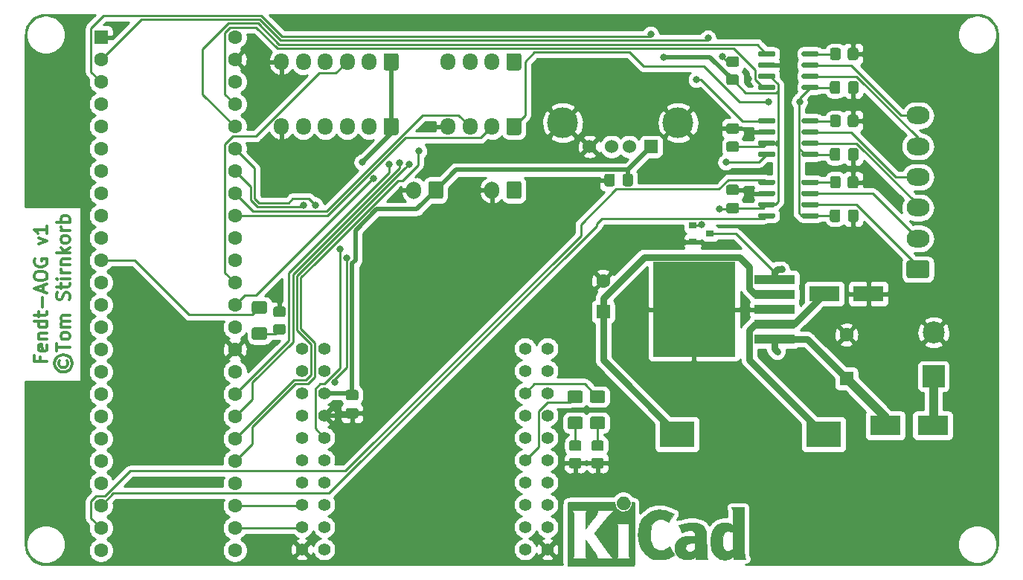
<source format=gbr>
%TF.GenerationSoftware,KiCad,Pcbnew,(5.1.9)-1*%
%TF.CreationDate,2021-03-15T23:27:25+01:00*%
%TF.ProjectId,fendt-teensy-aog-smd,66656e64-742d-4746-9565-6e73792d616f,rev?*%
%TF.SameCoordinates,Original*%
%TF.FileFunction,Copper,L1,Top*%
%TF.FilePolarity,Positive*%
%FSLAX46Y46*%
G04 Gerber Fmt 4.6, Leading zero omitted, Abs format (unit mm)*
G04 Created by KiCad (PCBNEW (5.1.9)-1) date 2021-03-15 23:27:25*
%MOMM*%
%LPD*%
G01*
G04 APERTURE LIST*
%TA.AperFunction,NonConductor*%
%ADD10C,0.300000*%
%TD*%
%TA.AperFunction,EtchedComponent*%
%ADD11C,0.010000*%
%TD*%
%TA.AperFunction,SMDPad,CuDef*%
%ADD12R,4.600000X1.100000*%
%TD*%
%TA.AperFunction,SMDPad,CuDef*%
%ADD13R,9.400000X10.800000*%
%TD*%
%TA.AperFunction,ComponentPad*%
%ADD14C,1.500000*%
%TD*%
%TA.AperFunction,ComponentPad*%
%ADD15C,1.600000*%
%TD*%
%TA.AperFunction,ComponentPad*%
%ADD16R,1.600000X1.600000*%
%TD*%
%TA.AperFunction,ComponentPad*%
%ADD17C,1.400000*%
%TD*%
%TA.AperFunction,ComponentPad*%
%ADD18O,1.700000X1.950000*%
%TD*%
%TA.AperFunction,SMDPad,CuDef*%
%ADD19R,3.500000X2.300000*%
%TD*%
%TA.AperFunction,SMDPad,CuDef*%
%ADD20R,3.500000X1.800000*%
%TD*%
%TA.AperFunction,ComponentPad*%
%ADD21R,2.500000X2.500000*%
%TD*%
%TA.AperFunction,ComponentPad*%
%ADD22C,2.500000*%
%TD*%
%TA.AperFunction,ComponentPad*%
%ADD23C,3.500000*%
%TD*%
%TA.AperFunction,ComponentPad*%
%ADD24R,1.524000X1.524000*%
%TD*%
%TA.AperFunction,ComponentPad*%
%ADD25C,1.524000*%
%TD*%
%TA.AperFunction,ComponentPad*%
%ADD26O,2.600000X2.000000*%
%TD*%
%TA.AperFunction,ComponentPad*%
%ADD27O,1.700000X2.000000*%
%TD*%
%TA.AperFunction,SMDPad,CuDef*%
%ADD28R,4.000000X3.000000*%
%TD*%
%TA.AperFunction,SMDPad,CuDef*%
%ADD29R,0.900000X0.800000*%
%TD*%
%TA.AperFunction,ViaPad*%
%ADD30C,0.800000*%
%TD*%
%TA.AperFunction,ViaPad*%
%ADD31C,1.000000*%
%TD*%
%TA.AperFunction,Conductor*%
%ADD32C,1.000000*%
%TD*%
%TA.AperFunction,Conductor*%
%ADD33C,0.750000*%
%TD*%
%TA.AperFunction,Conductor*%
%ADD34C,0.500000*%
%TD*%
%TA.AperFunction,Conductor*%
%ADD35C,0.250000*%
%TD*%
%TA.AperFunction,Conductor*%
%ADD36C,0.254000*%
%TD*%
%TA.AperFunction,Conductor*%
%ADD37C,0.100000*%
%TD*%
G04 APERTURE END LIST*
D10*
X69297857Y-89240571D02*
X69297857Y-89740571D01*
X70083571Y-89740571D02*
X68583571Y-89740571D01*
X68583571Y-89026285D01*
X70012142Y-87883428D02*
X70083571Y-88026285D01*
X70083571Y-88312000D01*
X70012142Y-88454857D01*
X69869285Y-88526285D01*
X69297857Y-88526285D01*
X69155000Y-88454857D01*
X69083571Y-88312000D01*
X69083571Y-88026285D01*
X69155000Y-87883428D01*
X69297857Y-87812000D01*
X69440714Y-87812000D01*
X69583571Y-88526285D01*
X69083571Y-87169142D02*
X70083571Y-87169142D01*
X69226428Y-87169142D02*
X69155000Y-87097714D01*
X69083571Y-86954857D01*
X69083571Y-86740571D01*
X69155000Y-86597714D01*
X69297857Y-86526285D01*
X70083571Y-86526285D01*
X70083571Y-85169142D02*
X68583571Y-85169142D01*
X70012142Y-85169142D02*
X70083571Y-85312000D01*
X70083571Y-85597714D01*
X70012142Y-85740571D01*
X69940714Y-85812000D01*
X69797857Y-85883428D01*
X69369285Y-85883428D01*
X69226428Y-85812000D01*
X69155000Y-85740571D01*
X69083571Y-85597714D01*
X69083571Y-85312000D01*
X69155000Y-85169142D01*
X69083571Y-84669142D02*
X69083571Y-84097714D01*
X68583571Y-84454857D02*
X69869285Y-84454857D01*
X70012142Y-84383428D01*
X70083571Y-84240571D01*
X70083571Y-84097714D01*
X69512142Y-83597714D02*
X69512142Y-82454857D01*
X69655000Y-81812000D02*
X69655000Y-81097714D01*
X70083571Y-81954857D02*
X68583571Y-81454857D01*
X70083571Y-80954857D01*
X68583571Y-80169142D02*
X68583571Y-79883428D01*
X68655000Y-79740571D01*
X68797857Y-79597714D01*
X69083571Y-79526285D01*
X69583571Y-79526285D01*
X69869285Y-79597714D01*
X70012142Y-79740571D01*
X70083571Y-79883428D01*
X70083571Y-80169142D01*
X70012142Y-80312000D01*
X69869285Y-80454857D01*
X69583571Y-80526285D01*
X69083571Y-80526285D01*
X68797857Y-80454857D01*
X68655000Y-80312000D01*
X68583571Y-80169142D01*
X68655000Y-78097714D02*
X68583571Y-78240571D01*
X68583571Y-78454857D01*
X68655000Y-78669142D01*
X68797857Y-78812000D01*
X68940714Y-78883428D01*
X69226428Y-78954857D01*
X69440714Y-78954857D01*
X69726428Y-78883428D01*
X69869285Y-78812000D01*
X70012142Y-78669142D01*
X70083571Y-78454857D01*
X70083571Y-78312000D01*
X70012142Y-78097714D01*
X69940714Y-78026285D01*
X69440714Y-78026285D01*
X69440714Y-78312000D01*
X69083571Y-76383428D02*
X70083571Y-76026285D01*
X69083571Y-75669142D01*
X70083571Y-74312000D02*
X70083571Y-75169142D01*
X70083571Y-74740571D02*
X68583571Y-74740571D01*
X68797857Y-74883428D01*
X68940714Y-75026285D01*
X69012142Y-75169142D01*
X71490714Y-89669142D02*
X71419285Y-89812000D01*
X71419285Y-90097714D01*
X71490714Y-90240571D01*
X71633571Y-90383428D01*
X71776428Y-90454857D01*
X72062142Y-90454857D01*
X72205000Y-90383428D01*
X72347857Y-90240571D01*
X72419285Y-90097714D01*
X72419285Y-89812000D01*
X72347857Y-89669142D01*
X70919285Y-89954857D02*
X70990714Y-90312000D01*
X71205000Y-90669142D01*
X71562142Y-90883428D01*
X71919285Y-90954857D01*
X72276428Y-90883428D01*
X72633571Y-90669142D01*
X72847857Y-90312000D01*
X72919285Y-89954857D01*
X72847857Y-89597714D01*
X72633571Y-89240571D01*
X72276428Y-89026285D01*
X71919285Y-88954857D01*
X71562142Y-89026285D01*
X71205000Y-89240571D01*
X70990714Y-89597714D01*
X70919285Y-89954857D01*
X71133571Y-88526285D02*
X71133571Y-87669142D01*
X72633571Y-88097714D02*
X71133571Y-88097714D01*
X72633571Y-86954857D02*
X72562142Y-87097714D01*
X72490714Y-87169142D01*
X72347857Y-87240571D01*
X71919285Y-87240571D01*
X71776428Y-87169142D01*
X71705000Y-87097714D01*
X71633571Y-86954857D01*
X71633571Y-86740571D01*
X71705000Y-86597714D01*
X71776428Y-86526285D01*
X71919285Y-86454857D01*
X72347857Y-86454857D01*
X72490714Y-86526285D01*
X72562142Y-86597714D01*
X72633571Y-86740571D01*
X72633571Y-86954857D01*
X72633571Y-85812000D02*
X71633571Y-85812000D01*
X71776428Y-85812000D02*
X71705000Y-85740571D01*
X71633571Y-85597714D01*
X71633571Y-85383428D01*
X71705000Y-85240571D01*
X71847857Y-85169142D01*
X72633571Y-85169142D01*
X71847857Y-85169142D02*
X71705000Y-85097714D01*
X71633571Y-84954857D01*
X71633571Y-84740571D01*
X71705000Y-84597714D01*
X71847857Y-84526285D01*
X72633571Y-84526285D01*
X72562142Y-82740571D02*
X72633571Y-82526285D01*
X72633571Y-82169142D01*
X72562142Y-82026285D01*
X72490714Y-81954857D01*
X72347857Y-81883428D01*
X72205000Y-81883428D01*
X72062142Y-81954857D01*
X71990714Y-82026285D01*
X71919285Y-82169142D01*
X71847857Y-82454857D01*
X71776428Y-82597714D01*
X71705000Y-82669142D01*
X71562142Y-82740571D01*
X71419285Y-82740571D01*
X71276428Y-82669142D01*
X71205000Y-82597714D01*
X71133571Y-82454857D01*
X71133571Y-82097714D01*
X71205000Y-81883428D01*
X71633571Y-81454857D02*
X71633571Y-80883428D01*
X71133571Y-81240571D02*
X72419285Y-81240571D01*
X72562142Y-81169142D01*
X72633571Y-81026285D01*
X72633571Y-80883428D01*
X72633571Y-80383428D02*
X71633571Y-80383428D01*
X71133571Y-80383428D02*
X71205000Y-80454857D01*
X71276428Y-80383428D01*
X71205000Y-80312000D01*
X71133571Y-80383428D01*
X71276428Y-80383428D01*
X72633571Y-79669142D02*
X71633571Y-79669142D01*
X71919285Y-79669142D02*
X71776428Y-79597714D01*
X71705000Y-79526285D01*
X71633571Y-79383428D01*
X71633571Y-79240571D01*
X71633571Y-78740571D02*
X72633571Y-78740571D01*
X71776428Y-78740571D02*
X71705000Y-78669142D01*
X71633571Y-78526285D01*
X71633571Y-78312000D01*
X71705000Y-78169142D01*
X71847857Y-78097714D01*
X72633571Y-78097714D01*
X72633571Y-77383428D02*
X71133571Y-77383428D01*
X72062142Y-77240571D02*
X72633571Y-76812000D01*
X71633571Y-76812000D02*
X72205000Y-77383428D01*
X72633571Y-75954857D02*
X72562142Y-76097714D01*
X72490714Y-76169142D01*
X72347857Y-76240571D01*
X71919285Y-76240571D01*
X71776428Y-76169142D01*
X71705000Y-76097714D01*
X71633571Y-75954857D01*
X71633571Y-75740571D01*
X71705000Y-75597714D01*
X71776428Y-75526285D01*
X71919285Y-75454857D01*
X72347857Y-75454857D01*
X72490714Y-75526285D01*
X72562142Y-75597714D01*
X72633571Y-75740571D01*
X72633571Y-75954857D01*
X72633571Y-74812000D02*
X71633571Y-74812000D01*
X71919285Y-74812000D02*
X71776428Y-74740571D01*
X71705000Y-74669142D01*
X71633571Y-74526285D01*
X71633571Y-74383428D01*
X72633571Y-73883428D02*
X71133571Y-73883428D01*
X71705000Y-73883428D02*
X71633571Y-73740571D01*
X71633571Y-73454857D01*
X71705000Y-73312000D01*
X71776428Y-73240571D01*
X71919285Y-73169142D01*
X72347857Y-73169142D01*
X72490714Y-73240571D01*
X72562142Y-73312000D01*
X72633571Y-73454857D01*
X72633571Y-73740571D01*
X72562142Y-73883428D01*
D11*
%TO.C,REF\u002A\u002A*%
G36*
X131559911Y-105723660D02*
G01*
X131909460Y-105723707D01*
X132072170Y-105723714D01*
X134676571Y-105723715D01*
X134676571Y-105877238D01*
X134692957Y-106064063D01*
X134742412Y-106236367D01*
X134825380Y-106395175D01*
X134942305Y-106541510D01*
X134981864Y-106581032D01*
X135124170Y-106693138D01*
X135281078Y-106774899D01*
X135447928Y-106826353D01*
X135620061Y-106847537D01*
X135792815Y-106838487D01*
X135961530Y-106799242D01*
X136121546Y-106729838D01*
X136268202Y-106630311D01*
X136334068Y-106570265D01*
X136456808Y-106423043D01*
X136546812Y-106261147D01*
X136603294Y-106086427D01*
X136625471Y-105900735D01*
X136625766Y-105882467D01*
X136626928Y-105723720D01*
X136696700Y-105723717D01*
X136758595Y-105732118D01*
X136815135Y-105752556D01*
X136818872Y-105754667D01*
X136831642Y-105761293D01*
X136843368Y-105766454D01*
X136854094Y-105771651D01*
X136863861Y-105778390D01*
X136872712Y-105788171D01*
X136880689Y-105802500D01*
X136887835Y-105822878D01*
X136894192Y-105850808D01*
X136899802Y-105887795D01*
X136904707Y-105935340D01*
X136908951Y-105994947D01*
X136912576Y-106068119D01*
X136915623Y-106156359D01*
X136918136Y-106261170D01*
X136920156Y-106384055D01*
X136921726Y-106526517D01*
X136922888Y-106690060D01*
X136923686Y-106876186D01*
X136924160Y-107086398D01*
X136924354Y-107322200D01*
X136924310Y-107585094D01*
X136924070Y-107876584D01*
X136923677Y-108198172D01*
X136923173Y-108551362D01*
X136922600Y-108937657D01*
X136922001Y-109358560D01*
X136921932Y-109409840D01*
X136921395Y-109833426D01*
X136920939Y-110222230D01*
X136920516Y-110577753D01*
X136920079Y-110901498D01*
X136919578Y-111194966D01*
X136918965Y-111459661D01*
X136918192Y-111697085D01*
X136917211Y-111908740D01*
X136915974Y-112096129D01*
X136914432Y-112260754D01*
X136912537Y-112404117D01*
X136910241Y-112527720D01*
X136907496Y-112633067D01*
X136904253Y-112721659D01*
X136900464Y-112795000D01*
X136896081Y-112854590D01*
X136891055Y-112901933D01*
X136885339Y-112938531D01*
X136878884Y-112965886D01*
X136871641Y-112985502D01*
X136863563Y-112998879D01*
X136854602Y-113007521D01*
X136844708Y-113012930D01*
X136833835Y-113016608D01*
X136821933Y-113020058D01*
X136808954Y-113024782D01*
X136805783Y-113026220D01*
X136795819Y-113029451D01*
X136779141Y-113032420D01*
X136754293Y-113035137D01*
X136719820Y-113037613D01*
X136674264Y-113039858D01*
X136616170Y-113041883D01*
X136544081Y-113043698D01*
X136456542Y-113045315D01*
X136352095Y-113046743D01*
X136229285Y-113047993D01*
X136086655Y-113049076D01*
X135922749Y-113050002D01*
X135736110Y-113050782D01*
X135525284Y-113051426D01*
X135288812Y-113051946D01*
X135025239Y-113052351D01*
X134733110Y-113052652D01*
X134410966Y-113052860D01*
X134057353Y-113052985D01*
X133670814Y-113053038D01*
X133249892Y-113053029D01*
X133113544Y-113053016D01*
X132683284Y-113052947D01*
X132287836Y-113052834D01*
X131925727Y-113052665D01*
X131595483Y-113052430D01*
X131295629Y-113052116D01*
X131024692Y-113051713D01*
X130781200Y-113051207D01*
X130563677Y-113050589D01*
X130370650Y-113049846D01*
X130200646Y-113048968D01*
X130052190Y-113047941D01*
X129923810Y-113046756D01*
X129814031Y-113045400D01*
X129721380Y-113043862D01*
X129644383Y-113042130D01*
X129581566Y-113040194D01*
X129531456Y-113038040D01*
X129492579Y-113035659D01*
X129463462Y-113033037D01*
X129442629Y-113030165D01*
X129428609Y-113027030D01*
X129420966Y-113024159D01*
X129407382Y-113018430D01*
X129394910Y-113014206D01*
X129383502Y-113009985D01*
X129373111Y-113004268D01*
X129363691Y-112995555D01*
X129355192Y-112982345D01*
X129347570Y-112963137D01*
X129340775Y-112936433D01*
X129334762Y-112900730D01*
X129329483Y-112854530D01*
X129324890Y-112796332D01*
X129320936Y-112724635D01*
X129317575Y-112637940D01*
X129314759Y-112534746D01*
X129312440Y-112413553D01*
X129310572Y-112272860D01*
X129310084Y-112218857D01*
X129794296Y-112218857D01*
X131505744Y-112218857D01*
X131472813Y-112168964D01*
X131440053Y-112117693D01*
X131412311Y-112068869D01*
X131389193Y-112019076D01*
X131370303Y-111964898D01*
X131355249Y-111902916D01*
X131343633Y-111829715D01*
X131335064Y-111741878D01*
X131329144Y-111635988D01*
X131325481Y-111508628D01*
X131323679Y-111356381D01*
X131323344Y-111175832D01*
X131324081Y-110963562D01*
X131324499Y-110884755D01*
X131329214Y-110039911D01*
X131864428Y-110768557D01*
X132016054Y-110975265D01*
X132147419Y-111155260D01*
X132259943Y-111310925D01*
X132355043Y-111444647D01*
X132434138Y-111558809D01*
X132498647Y-111655797D01*
X132549988Y-111737994D01*
X132589580Y-111807786D01*
X132618840Y-111867558D01*
X132639188Y-111919693D01*
X132652042Y-111966576D01*
X132658819Y-112010593D01*
X132660940Y-112054127D01*
X132659821Y-112099564D01*
X132659536Y-112105275D01*
X132653643Y-112218933D01*
X134529229Y-112218857D01*
X134389722Y-112078189D01*
X134351865Y-112039715D01*
X134315953Y-112002279D01*
X134280407Y-111963814D01*
X134243653Y-111922258D01*
X134204114Y-111875545D01*
X134160214Y-111821610D01*
X134110377Y-111758390D01*
X134053028Y-111683818D01*
X133986589Y-111595832D01*
X133909485Y-111492365D01*
X133820139Y-111371354D01*
X133716976Y-111230734D01*
X133598420Y-111068440D01*
X133462895Y-110882407D01*
X133308823Y-110670571D01*
X133182538Y-110496804D01*
X133024046Y-110278501D01*
X132885784Y-110087629D01*
X132766501Y-109922374D01*
X132664943Y-109780926D01*
X132579859Y-109661471D01*
X132509995Y-109562198D01*
X132454100Y-109481295D01*
X132410920Y-109416949D01*
X132379203Y-109367347D01*
X132357698Y-109330679D01*
X132345150Y-109305132D01*
X132340308Y-109288893D01*
X132341763Y-109280355D01*
X132359401Y-109257635D01*
X132397534Y-109209543D01*
X132453862Y-109138938D01*
X132526084Y-109048678D01*
X132611899Y-108941621D01*
X132709006Y-108820627D01*
X132815104Y-108688554D01*
X132927891Y-108548260D01*
X133045068Y-108402603D01*
X133164333Y-108254444D01*
X133229933Y-108173000D01*
X134858686Y-108173000D01*
X134926379Y-108295465D01*
X134994071Y-108417929D01*
X134994071Y-111973929D01*
X134926379Y-112096393D01*
X134858686Y-112218857D01*
X135659441Y-112218857D01*
X135850602Y-112218802D01*
X136008499Y-112218551D01*
X136136152Y-112217979D01*
X136236581Y-112216959D01*
X136312807Y-112215365D01*
X136367852Y-112213070D01*
X136404736Y-112209950D01*
X136426479Y-112205877D01*
X136436102Y-112200725D01*
X136436627Y-112194367D01*
X136431074Y-112186679D01*
X136431016Y-112186615D01*
X136408140Y-112153524D01*
X136377849Y-112099719D01*
X136351097Y-112046008D01*
X136300357Y-111937643D01*
X136295182Y-110055322D01*
X136290007Y-108173000D01*
X134858686Y-108173000D01*
X133229933Y-108173000D01*
X133283385Y-108106639D01*
X133399923Y-107962047D01*
X133511646Y-107823528D01*
X133616254Y-107693939D01*
X133711444Y-107576140D01*
X133794917Y-107472988D01*
X133864371Y-107387343D01*
X133917506Y-107322062D01*
X133948715Y-107284000D01*
X134069903Y-107141670D01*
X134186493Y-107013230D01*
X134294397Y-106902886D01*
X134389530Y-106814841D01*
X134457043Y-106760862D01*
X134536873Y-106703429D01*
X132700892Y-106703429D01*
X132701408Y-106811165D01*
X132696276Y-106890372D01*
X132676985Y-106963805D01*
X132647123Y-107033415D01*
X132627712Y-107072741D01*
X132606841Y-107111707D01*
X132582604Y-107152901D01*
X132553094Y-107198908D01*
X132516406Y-107252317D01*
X132470632Y-107315714D01*
X132413865Y-107391685D01*
X132344200Y-107482817D01*
X132259730Y-107591698D01*
X132158547Y-107720914D01*
X132038747Y-107873052D01*
X131898421Y-108050698D01*
X131882571Y-108070742D01*
X131329214Y-108770508D01*
X131323857Y-107995504D01*
X131322779Y-107763368D01*
X131323008Y-107566846D01*
X131324557Y-107405292D01*
X131327437Y-107278056D01*
X131331659Y-107184492D01*
X131337234Y-107123952D01*
X131339107Y-107112468D01*
X131368505Y-106991499D01*
X131407022Y-106882446D01*
X131450974Y-106794763D01*
X131477379Y-106757574D01*
X131522940Y-106703429D01*
X130658470Y-106703429D01*
X130452255Y-106703605D01*
X130279812Y-106704179D01*
X130138627Y-106705217D01*
X130026188Y-106706787D01*
X129939983Y-106708954D01*
X129877498Y-106711788D01*
X129836221Y-106715353D01*
X129813640Y-106719718D01*
X129807241Y-106724949D01*
X129807683Y-106726107D01*
X129826009Y-106753769D01*
X129856604Y-106797615D01*
X129872433Y-106819791D01*
X129888798Y-106841920D01*
X129903508Y-106861709D01*
X129916656Y-106881106D01*
X129928333Y-106902058D01*
X129938632Y-106926512D01*
X129947646Y-106956416D01*
X129955468Y-106993717D01*
X129962191Y-107040363D01*
X129967906Y-107098301D01*
X129972707Y-107169479D01*
X129976685Y-107255844D01*
X129979935Y-107359344D01*
X129982548Y-107481925D01*
X129984617Y-107625537D01*
X129986234Y-107792125D01*
X129987493Y-107983637D01*
X129988485Y-108202022D01*
X129989304Y-108449226D01*
X129990042Y-108727196D01*
X129990791Y-109037881D01*
X129991492Y-109323300D01*
X129992153Y-109641492D01*
X129992497Y-109945077D01*
X129992532Y-110232115D01*
X129992268Y-110500669D01*
X129991715Y-110748798D01*
X129990880Y-110974563D01*
X129989773Y-111176026D01*
X129988404Y-111351246D01*
X129986781Y-111498286D01*
X129984913Y-111615206D01*
X129982811Y-111700067D01*
X129980482Y-111750929D01*
X129980041Y-111756304D01*
X129963992Y-111879613D01*
X129938936Y-111978644D01*
X129900779Y-112065070D01*
X129845428Y-112150565D01*
X129838504Y-112159893D01*
X129794296Y-112218857D01*
X129310084Y-112218857D01*
X129309108Y-112111168D01*
X129307999Y-111926976D01*
X129307199Y-111718784D01*
X129306661Y-111485091D01*
X129306338Y-111224398D01*
X129306183Y-110935204D01*
X129306146Y-110616009D01*
X129306183Y-110265313D01*
X129306245Y-109881614D01*
X129306285Y-109463414D01*
X129306286Y-109380393D01*
X129306309Y-108957789D01*
X129306388Y-108569981D01*
X129306533Y-108215480D01*
X129306756Y-107892797D01*
X129307069Y-107600442D01*
X129307483Y-107336927D01*
X129308009Y-107100762D01*
X129308660Y-106890458D01*
X129309447Y-106704526D01*
X129310381Y-106541475D01*
X129311474Y-106399818D01*
X129312737Y-106278064D01*
X129314183Y-106174725D01*
X129315821Y-106088311D01*
X129317666Y-106017333D01*
X129319726Y-105960301D01*
X129322015Y-105915727D01*
X129324544Y-105882121D01*
X129327324Y-105857993D01*
X129330367Y-105841856D01*
X129333684Y-105832218D01*
X129333807Y-105831978D01*
X129340640Y-105817255D01*
X129346330Y-105803926D01*
X129352626Y-105791922D01*
X129361272Y-105781173D01*
X129374014Y-105771611D01*
X129392600Y-105763167D01*
X129418774Y-105755771D01*
X129454284Y-105749354D01*
X129500875Y-105743848D01*
X129560293Y-105739183D01*
X129634285Y-105735291D01*
X129724597Y-105732102D01*
X129832975Y-105729547D01*
X129961165Y-105727558D01*
X130110913Y-105726065D01*
X130283966Y-105724998D01*
X130482069Y-105724291D01*
X130706969Y-105723872D01*
X130960412Y-105723673D01*
X131244144Y-105723626D01*
X131559911Y-105723660D01*
G37*
X131559911Y-105723660D02*
X131909460Y-105723707D01*
X132072170Y-105723714D01*
X134676571Y-105723715D01*
X134676571Y-105877238D01*
X134692957Y-106064063D01*
X134742412Y-106236367D01*
X134825380Y-106395175D01*
X134942305Y-106541510D01*
X134981864Y-106581032D01*
X135124170Y-106693138D01*
X135281078Y-106774899D01*
X135447928Y-106826353D01*
X135620061Y-106847537D01*
X135792815Y-106838487D01*
X135961530Y-106799242D01*
X136121546Y-106729838D01*
X136268202Y-106630311D01*
X136334068Y-106570265D01*
X136456808Y-106423043D01*
X136546812Y-106261147D01*
X136603294Y-106086427D01*
X136625471Y-105900735D01*
X136625766Y-105882467D01*
X136626928Y-105723720D01*
X136696700Y-105723717D01*
X136758595Y-105732118D01*
X136815135Y-105752556D01*
X136818872Y-105754667D01*
X136831642Y-105761293D01*
X136843368Y-105766454D01*
X136854094Y-105771651D01*
X136863861Y-105778390D01*
X136872712Y-105788171D01*
X136880689Y-105802500D01*
X136887835Y-105822878D01*
X136894192Y-105850808D01*
X136899802Y-105887795D01*
X136904707Y-105935340D01*
X136908951Y-105994947D01*
X136912576Y-106068119D01*
X136915623Y-106156359D01*
X136918136Y-106261170D01*
X136920156Y-106384055D01*
X136921726Y-106526517D01*
X136922888Y-106690060D01*
X136923686Y-106876186D01*
X136924160Y-107086398D01*
X136924354Y-107322200D01*
X136924310Y-107585094D01*
X136924070Y-107876584D01*
X136923677Y-108198172D01*
X136923173Y-108551362D01*
X136922600Y-108937657D01*
X136922001Y-109358560D01*
X136921932Y-109409840D01*
X136921395Y-109833426D01*
X136920939Y-110222230D01*
X136920516Y-110577753D01*
X136920079Y-110901498D01*
X136919578Y-111194966D01*
X136918965Y-111459661D01*
X136918192Y-111697085D01*
X136917211Y-111908740D01*
X136915974Y-112096129D01*
X136914432Y-112260754D01*
X136912537Y-112404117D01*
X136910241Y-112527720D01*
X136907496Y-112633067D01*
X136904253Y-112721659D01*
X136900464Y-112795000D01*
X136896081Y-112854590D01*
X136891055Y-112901933D01*
X136885339Y-112938531D01*
X136878884Y-112965886D01*
X136871641Y-112985502D01*
X136863563Y-112998879D01*
X136854602Y-113007521D01*
X136844708Y-113012930D01*
X136833835Y-113016608D01*
X136821933Y-113020058D01*
X136808954Y-113024782D01*
X136805783Y-113026220D01*
X136795819Y-113029451D01*
X136779141Y-113032420D01*
X136754293Y-113035137D01*
X136719820Y-113037613D01*
X136674264Y-113039858D01*
X136616170Y-113041883D01*
X136544081Y-113043698D01*
X136456542Y-113045315D01*
X136352095Y-113046743D01*
X136229285Y-113047993D01*
X136086655Y-113049076D01*
X135922749Y-113050002D01*
X135736110Y-113050782D01*
X135525284Y-113051426D01*
X135288812Y-113051946D01*
X135025239Y-113052351D01*
X134733110Y-113052652D01*
X134410966Y-113052860D01*
X134057353Y-113052985D01*
X133670814Y-113053038D01*
X133249892Y-113053029D01*
X133113544Y-113053016D01*
X132683284Y-113052947D01*
X132287836Y-113052834D01*
X131925727Y-113052665D01*
X131595483Y-113052430D01*
X131295629Y-113052116D01*
X131024692Y-113051713D01*
X130781200Y-113051207D01*
X130563677Y-113050589D01*
X130370650Y-113049846D01*
X130200646Y-113048968D01*
X130052190Y-113047941D01*
X129923810Y-113046756D01*
X129814031Y-113045400D01*
X129721380Y-113043862D01*
X129644383Y-113042130D01*
X129581566Y-113040194D01*
X129531456Y-113038040D01*
X129492579Y-113035659D01*
X129463462Y-113033037D01*
X129442629Y-113030165D01*
X129428609Y-113027030D01*
X129420966Y-113024159D01*
X129407382Y-113018430D01*
X129394910Y-113014206D01*
X129383502Y-113009985D01*
X129373111Y-113004268D01*
X129363691Y-112995555D01*
X129355192Y-112982345D01*
X129347570Y-112963137D01*
X129340775Y-112936433D01*
X129334762Y-112900730D01*
X129329483Y-112854530D01*
X129324890Y-112796332D01*
X129320936Y-112724635D01*
X129317575Y-112637940D01*
X129314759Y-112534746D01*
X129312440Y-112413553D01*
X129310572Y-112272860D01*
X129310084Y-112218857D01*
X129794296Y-112218857D01*
X131505744Y-112218857D01*
X131472813Y-112168964D01*
X131440053Y-112117693D01*
X131412311Y-112068869D01*
X131389193Y-112019076D01*
X131370303Y-111964898D01*
X131355249Y-111902916D01*
X131343633Y-111829715D01*
X131335064Y-111741878D01*
X131329144Y-111635988D01*
X131325481Y-111508628D01*
X131323679Y-111356381D01*
X131323344Y-111175832D01*
X131324081Y-110963562D01*
X131324499Y-110884755D01*
X131329214Y-110039911D01*
X131864428Y-110768557D01*
X132016054Y-110975265D01*
X132147419Y-111155260D01*
X132259943Y-111310925D01*
X132355043Y-111444647D01*
X132434138Y-111558809D01*
X132498647Y-111655797D01*
X132549988Y-111737994D01*
X132589580Y-111807786D01*
X132618840Y-111867558D01*
X132639188Y-111919693D01*
X132652042Y-111966576D01*
X132658819Y-112010593D01*
X132660940Y-112054127D01*
X132659821Y-112099564D01*
X132659536Y-112105275D01*
X132653643Y-112218933D01*
X134529229Y-112218857D01*
X134389722Y-112078189D01*
X134351865Y-112039715D01*
X134315953Y-112002279D01*
X134280407Y-111963814D01*
X134243653Y-111922258D01*
X134204114Y-111875545D01*
X134160214Y-111821610D01*
X134110377Y-111758390D01*
X134053028Y-111683818D01*
X133986589Y-111595832D01*
X133909485Y-111492365D01*
X133820139Y-111371354D01*
X133716976Y-111230734D01*
X133598420Y-111068440D01*
X133462895Y-110882407D01*
X133308823Y-110670571D01*
X133182538Y-110496804D01*
X133024046Y-110278501D01*
X132885784Y-110087629D01*
X132766501Y-109922374D01*
X132664943Y-109780926D01*
X132579859Y-109661471D01*
X132509995Y-109562198D01*
X132454100Y-109481295D01*
X132410920Y-109416949D01*
X132379203Y-109367347D01*
X132357698Y-109330679D01*
X132345150Y-109305132D01*
X132340308Y-109288893D01*
X132341763Y-109280355D01*
X132359401Y-109257635D01*
X132397534Y-109209543D01*
X132453862Y-109138938D01*
X132526084Y-109048678D01*
X132611899Y-108941621D01*
X132709006Y-108820627D01*
X132815104Y-108688554D01*
X132927891Y-108548260D01*
X133045068Y-108402603D01*
X133164333Y-108254444D01*
X133229933Y-108173000D01*
X134858686Y-108173000D01*
X134926379Y-108295465D01*
X134994071Y-108417929D01*
X134994071Y-111973929D01*
X134926379Y-112096393D01*
X134858686Y-112218857D01*
X135659441Y-112218857D01*
X135850602Y-112218802D01*
X136008499Y-112218551D01*
X136136152Y-112217979D01*
X136236581Y-112216959D01*
X136312807Y-112215365D01*
X136367852Y-112213070D01*
X136404736Y-112209950D01*
X136426479Y-112205877D01*
X136436102Y-112200725D01*
X136436627Y-112194367D01*
X136431074Y-112186679D01*
X136431016Y-112186615D01*
X136408140Y-112153524D01*
X136377849Y-112099719D01*
X136351097Y-112046008D01*
X136300357Y-111937643D01*
X136295182Y-110055322D01*
X136290007Y-108173000D01*
X134858686Y-108173000D01*
X133229933Y-108173000D01*
X133283385Y-108106639D01*
X133399923Y-107962047D01*
X133511646Y-107823528D01*
X133616254Y-107693939D01*
X133711444Y-107576140D01*
X133794917Y-107472988D01*
X133864371Y-107387343D01*
X133917506Y-107322062D01*
X133948715Y-107284000D01*
X134069903Y-107141670D01*
X134186493Y-107013230D01*
X134294397Y-106902886D01*
X134389530Y-106814841D01*
X134457043Y-106760862D01*
X134536873Y-106703429D01*
X132700892Y-106703429D01*
X132701408Y-106811165D01*
X132696276Y-106890372D01*
X132676985Y-106963805D01*
X132647123Y-107033415D01*
X132627712Y-107072741D01*
X132606841Y-107111707D01*
X132582604Y-107152901D01*
X132553094Y-107198908D01*
X132516406Y-107252317D01*
X132470632Y-107315714D01*
X132413865Y-107391685D01*
X132344200Y-107482817D01*
X132259730Y-107591698D01*
X132158547Y-107720914D01*
X132038747Y-107873052D01*
X131898421Y-108050698D01*
X131882571Y-108070742D01*
X131329214Y-108770508D01*
X131323857Y-107995504D01*
X131322779Y-107763368D01*
X131323008Y-107566846D01*
X131324557Y-107405292D01*
X131327437Y-107278056D01*
X131331659Y-107184492D01*
X131337234Y-107123952D01*
X131339107Y-107112468D01*
X131368505Y-106991499D01*
X131407022Y-106882446D01*
X131450974Y-106794763D01*
X131477379Y-106757574D01*
X131522940Y-106703429D01*
X130658470Y-106703429D01*
X130452255Y-106703605D01*
X130279812Y-106704179D01*
X130138627Y-106705217D01*
X130026188Y-106706787D01*
X129939983Y-106708954D01*
X129877498Y-106711788D01*
X129836221Y-106715353D01*
X129813640Y-106719718D01*
X129807241Y-106724949D01*
X129807683Y-106726107D01*
X129826009Y-106753769D01*
X129856604Y-106797615D01*
X129872433Y-106819791D01*
X129888798Y-106841920D01*
X129903508Y-106861709D01*
X129916656Y-106881106D01*
X129928333Y-106902058D01*
X129938632Y-106926512D01*
X129947646Y-106956416D01*
X129955468Y-106993717D01*
X129962191Y-107040363D01*
X129967906Y-107098301D01*
X129972707Y-107169479D01*
X129976685Y-107255844D01*
X129979935Y-107359344D01*
X129982548Y-107481925D01*
X129984617Y-107625537D01*
X129986234Y-107792125D01*
X129987493Y-107983637D01*
X129988485Y-108202022D01*
X129989304Y-108449226D01*
X129990042Y-108727196D01*
X129990791Y-109037881D01*
X129991492Y-109323300D01*
X129992153Y-109641492D01*
X129992497Y-109945077D01*
X129992532Y-110232115D01*
X129992268Y-110500669D01*
X129991715Y-110748798D01*
X129990880Y-110974563D01*
X129989773Y-111176026D01*
X129988404Y-111351246D01*
X129986781Y-111498286D01*
X129984913Y-111615206D01*
X129982811Y-111700067D01*
X129980482Y-111750929D01*
X129980041Y-111756304D01*
X129963992Y-111879613D01*
X129938936Y-111978644D01*
X129900779Y-112065070D01*
X129845428Y-112150565D01*
X129838504Y-112159893D01*
X129794296Y-112218857D01*
X129310084Y-112218857D01*
X129309108Y-112111168D01*
X129307999Y-111926976D01*
X129307199Y-111718784D01*
X129306661Y-111485091D01*
X129306338Y-111224398D01*
X129306183Y-110935204D01*
X129306146Y-110616009D01*
X129306183Y-110265313D01*
X129306245Y-109881614D01*
X129306285Y-109463414D01*
X129306286Y-109380393D01*
X129306309Y-108957789D01*
X129306388Y-108569981D01*
X129306533Y-108215480D01*
X129306756Y-107892797D01*
X129307069Y-107600442D01*
X129307483Y-107336927D01*
X129308009Y-107100762D01*
X129308660Y-106890458D01*
X129309447Y-106704526D01*
X129310381Y-106541475D01*
X129311474Y-106399818D01*
X129312737Y-106278064D01*
X129314183Y-106174725D01*
X129315821Y-106088311D01*
X129317666Y-106017333D01*
X129319726Y-105960301D01*
X129322015Y-105915727D01*
X129324544Y-105882121D01*
X129327324Y-105857993D01*
X129330367Y-105841856D01*
X129333684Y-105832218D01*
X129333807Y-105831978D01*
X129340640Y-105817255D01*
X129346330Y-105803926D01*
X129352626Y-105791922D01*
X129361272Y-105781173D01*
X129374014Y-105771611D01*
X129392600Y-105763167D01*
X129418774Y-105755771D01*
X129454284Y-105749354D01*
X129500875Y-105743848D01*
X129560293Y-105739183D01*
X129634285Y-105735291D01*
X129724597Y-105732102D01*
X129832975Y-105729547D01*
X129961165Y-105727558D01*
X130110913Y-105726065D01*
X130283966Y-105724998D01*
X130482069Y-105724291D01*
X130706969Y-105723872D01*
X130960412Y-105723673D01*
X131244144Y-105723626D01*
X131559911Y-105723660D01*
G36*
X140011378Y-106631231D02*
G01*
X140207019Y-106652649D01*
X140396562Y-106690985D01*
X140587717Y-106748238D01*
X140788196Y-106826409D01*
X141005708Y-106927496D01*
X141044880Y-106947076D01*
X141134772Y-106991362D01*
X141219553Y-107031239D01*
X141290855Y-107062898D01*
X141340310Y-107082532D01*
X141347908Y-107085004D01*
X141420714Y-107106817D01*
X141094803Y-107580944D01*
X141015123Y-107696823D01*
X140942272Y-107802694D01*
X140878730Y-107894962D01*
X140826972Y-107970033D01*
X140789477Y-108024313D01*
X140768723Y-108054207D01*
X140765351Y-108058941D01*
X140751655Y-108049042D01*
X140717943Y-108019285D01*
X140670244Y-107975073D01*
X140643920Y-107950084D01*
X140494772Y-107831456D01*
X140327268Y-107741313D01*
X140182928Y-107691936D01*
X140096283Y-107676429D01*
X139987796Y-107666979D01*
X139870227Y-107663761D01*
X139756334Y-107666951D01*
X139658879Y-107676724D01*
X139619990Y-107684209D01*
X139444712Y-107744512D01*
X139286765Y-107836590D01*
X139146268Y-107960273D01*
X139023335Y-108115393D01*
X138918085Y-108301781D01*
X138830635Y-108519270D01*
X138761100Y-108767692D01*
X138719775Y-108980357D01*
X138708994Y-109074241D01*
X138701648Y-109195524D01*
X138697667Y-109335493D01*
X138696979Y-109485431D01*
X138699514Y-109636622D01*
X138705200Y-109780351D01*
X138713967Y-109907903D01*
X138725744Y-110010562D01*
X138728293Y-110026401D01*
X138784481Y-110281536D01*
X138861036Y-110507342D01*
X138958426Y-110704831D01*
X139077114Y-110875014D01*
X139161363Y-110967022D01*
X139312770Y-111091943D01*
X139478817Y-111184540D01*
X139656701Y-111244309D01*
X139843622Y-111270746D01*
X140036778Y-111263348D01*
X140233369Y-111221611D01*
X140349597Y-111180771D01*
X140510438Y-111098990D01*
X140676213Y-110981678D01*
X140769073Y-110902345D01*
X140821214Y-110856429D01*
X140862180Y-110822742D01*
X140885498Y-110806510D01*
X140888393Y-110806015D01*
X140898800Y-110822601D01*
X140925767Y-110866432D01*
X140966996Y-110933748D01*
X141020189Y-111020794D01*
X141083050Y-111123810D01*
X141153281Y-111239041D01*
X141192372Y-111303231D01*
X141490964Y-111793677D01*
X141118161Y-111977915D01*
X140983369Y-112044093D01*
X140874175Y-112096278D01*
X140783907Y-112137060D01*
X140705888Y-112169033D01*
X140633444Y-112194787D01*
X140559901Y-112216914D01*
X140478584Y-112238007D01*
X140400643Y-112256530D01*
X140331366Y-112270863D01*
X140258917Y-112281694D01*
X140176042Y-112289626D01*
X140075488Y-112295258D01*
X139950003Y-112299192D01*
X139865428Y-112300891D01*
X139744754Y-112302050D01*
X139629042Y-112301465D01*
X139525951Y-112299304D01*
X139443138Y-112295732D01*
X139388260Y-112290917D01*
X139385008Y-112290437D01*
X139100043Y-112228786D01*
X138832442Y-112135285D01*
X138582297Y-112009993D01*
X138349704Y-111852974D01*
X138134757Y-111664289D01*
X137937550Y-111444000D01*
X137794727Y-111248214D01*
X137642680Y-110991949D01*
X137519773Y-110721317D01*
X137425410Y-110434149D01*
X137358999Y-110128276D01*
X137319944Y-109801528D01*
X137307640Y-109469739D01*
X137317759Y-109148779D01*
X137349561Y-108852646D01*
X137404054Y-108576345D01*
X137482250Y-108314881D01*
X137585159Y-108063258D01*
X137597447Y-108037190D01*
X137732820Y-107793507D01*
X137899089Y-107561618D01*
X138091541Y-107346323D01*
X138305466Y-107152422D01*
X138536155Y-106984715D01*
X138751109Y-106861696D01*
X138968258Y-106765345D01*
X139185868Y-106695551D01*
X139412362Y-106650413D01*
X139656166Y-106628031D01*
X139801928Y-106624731D01*
X140011378Y-106631231D01*
G37*
X140011378Y-106631231D02*
X140207019Y-106652649D01*
X140396562Y-106690985D01*
X140587717Y-106748238D01*
X140788196Y-106826409D01*
X141005708Y-106927496D01*
X141044880Y-106947076D01*
X141134772Y-106991362D01*
X141219553Y-107031239D01*
X141290855Y-107062898D01*
X141340310Y-107082532D01*
X141347908Y-107085004D01*
X141420714Y-107106817D01*
X141094803Y-107580944D01*
X141015123Y-107696823D01*
X140942272Y-107802694D01*
X140878730Y-107894962D01*
X140826972Y-107970033D01*
X140789477Y-108024313D01*
X140768723Y-108054207D01*
X140765351Y-108058941D01*
X140751655Y-108049042D01*
X140717943Y-108019285D01*
X140670244Y-107975073D01*
X140643920Y-107950084D01*
X140494772Y-107831456D01*
X140327268Y-107741313D01*
X140182928Y-107691936D01*
X140096283Y-107676429D01*
X139987796Y-107666979D01*
X139870227Y-107663761D01*
X139756334Y-107666951D01*
X139658879Y-107676724D01*
X139619990Y-107684209D01*
X139444712Y-107744512D01*
X139286765Y-107836590D01*
X139146268Y-107960273D01*
X139023335Y-108115393D01*
X138918085Y-108301781D01*
X138830635Y-108519270D01*
X138761100Y-108767692D01*
X138719775Y-108980357D01*
X138708994Y-109074241D01*
X138701648Y-109195524D01*
X138697667Y-109335493D01*
X138696979Y-109485431D01*
X138699514Y-109636622D01*
X138705200Y-109780351D01*
X138713967Y-109907903D01*
X138725744Y-110010562D01*
X138728293Y-110026401D01*
X138784481Y-110281536D01*
X138861036Y-110507342D01*
X138958426Y-110704831D01*
X139077114Y-110875014D01*
X139161363Y-110967022D01*
X139312770Y-111091943D01*
X139478817Y-111184540D01*
X139656701Y-111244309D01*
X139843622Y-111270746D01*
X140036778Y-111263348D01*
X140233369Y-111221611D01*
X140349597Y-111180771D01*
X140510438Y-111098990D01*
X140676213Y-110981678D01*
X140769073Y-110902345D01*
X140821214Y-110856429D01*
X140862180Y-110822742D01*
X140885498Y-110806510D01*
X140888393Y-110806015D01*
X140898800Y-110822601D01*
X140925767Y-110866432D01*
X140966996Y-110933748D01*
X141020189Y-111020794D01*
X141083050Y-111123810D01*
X141153281Y-111239041D01*
X141192372Y-111303231D01*
X141490964Y-111793677D01*
X141118161Y-111977915D01*
X140983369Y-112044093D01*
X140874175Y-112096278D01*
X140783907Y-112137060D01*
X140705888Y-112169033D01*
X140633444Y-112194787D01*
X140559901Y-112216914D01*
X140478584Y-112238007D01*
X140400643Y-112256530D01*
X140331366Y-112270863D01*
X140258917Y-112281694D01*
X140176042Y-112289626D01*
X140075488Y-112295258D01*
X139950003Y-112299192D01*
X139865428Y-112300891D01*
X139744754Y-112302050D01*
X139629042Y-112301465D01*
X139525951Y-112299304D01*
X139443138Y-112295732D01*
X139388260Y-112290917D01*
X139385008Y-112290437D01*
X139100043Y-112228786D01*
X138832442Y-112135285D01*
X138582297Y-112009993D01*
X138349704Y-111852974D01*
X138134757Y-111664289D01*
X137937550Y-111444000D01*
X137794727Y-111248214D01*
X137642680Y-110991949D01*
X137519773Y-110721317D01*
X137425410Y-110434149D01*
X137358999Y-110128276D01*
X137319944Y-109801528D01*
X137307640Y-109469739D01*
X137317759Y-109148779D01*
X137349561Y-108852646D01*
X137404054Y-108576345D01*
X137482250Y-108314881D01*
X137585159Y-108063258D01*
X137597447Y-108037190D01*
X137732820Y-107793507D01*
X137899089Y-107561618D01*
X138091541Y-107346323D01*
X138305466Y-107152422D01*
X138536155Y-106984715D01*
X138751109Y-106861696D01*
X138968258Y-106765345D01*
X139185868Y-106695551D01*
X139412362Y-106650413D01*
X139656166Y-106628031D01*
X139801928Y-106624731D01*
X140011378Y-106631231D01*
G36*
X143615632Y-108089730D02*
G01*
X143705523Y-108096535D01*
X143962715Y-108130753D01*
X144190485Y-108185331D01*
X144389943Y-108261020D01*
X144562197Y-108358570D01*
X144708359Y-108478732D01*
X144829536Y-108622258D01*
X144926839Y-108789898D01*
X144997891Y-108971286D01*
X145015927Y-109029146D01*
X145031632Y-109083329D01*
X145045192Y-109136752D01*
X145056792Y-109192333D01*
X145066617Y-109252988D01*
X145074853Y-109321635D01*
X145081684Y-109401190D01*
X145087295Y-109494572D01*
X145091872Y-109604696D01*
X145095600Y-109734481D01*
X145098665Y-109886842D01*
X145101250Y-110064698D01*
X145103542Y-110270965D01*
X145105725Y-110508561D01*
X145107286Y-110694857D01*
X145117785Y-111973929D01*
X145185821Y-112097018D01*
X145218038Y-112156317D01*
X145242012Y-112202377D01*
X145253450Y-112226893D01*
X145253857Y-112228553D01*
X145236375Y-112230454D01*
X145186574Y-112232205D01*
X145108421Y-112233758D01*
X145005882Y-112235062D01*
X144882922Y-112236070D01*
X144743510Y-112236731D01*
X144591611Y-112236997D01*
X144573500Y-112237000D01*
X143893143Y-112237000D01*
X143893143Y-112082786D01*
X143891982Y-112013094D01*
X143888887Y-111959794D01*
X143884432Y-111931217D01*
X143882463Y-111928572D01*
X143864455Y-111939653D01*
X143827393Y-111968736D01*
X143779222Y-112009579D01*
X143778141Y-112010524D01*
X143690235Y-112075971D01*
X143579217Y-112141688D01*
X143457631Y-112201219D01*
X143338021Y-112248109D01*
X143285357Y-112264133D01*
X143180551Y-112284485D01*
X143051950Y-112297472D01*
X142911325Y-112302909D01*
X142770448Y-112300611D01*
X142641093Y-112290392D01*
X142550571Y-112275689D01*
X142328580Y-112210499D01*
X142128729Y-112117594D01*
X141952319Y-111998126D01*
X141800650Y-111853247D01*
X141675024Y-111684110D01*
X141576741Y-111491867D01*
X141534341Y-111375214D01*
X141507768Y-111261833D01*
X141490158Y-111125722D01*
X141482010Y-110979437D01*
X141482278Y-110958151D01*
X142709321Y-110958151D01*
X142719496Y-111066850D01*
X142753378Y-111157185D01*
X142816000Y-111240995D01*
X142840052Y-111265571D01*
X142925551Y-111332011D01*
X143024373Y-111374574D01*
X143142768Y-111395177D01*
X143267445Y-111396694D01*
X143385698Y-111386677D01*
X143476239Y-111367085D01*
X143515560Y-111352370D01*
X143586432Y-111312265D01*
X143661525Y-111255863D01*
X143730038Y-111192561D01*
X143781172Y-111131755D01*
X143794750Y-111109449D01*
X143805305Y-111078212D01*
X143812810Y-111028507D01*
X143817613Y-110955587D01*
X143820065Y-110854703D01*
X143820571Y-110758689D01*
X143820228Y-110646750D01*
X143818843Y-110565809D01*
X143815881Y-110510585D01*
X143810808Y-110475794D01*
X143803090Y-110456154D01*
X143792192Y-110446380D01*
X143788821Y-110444824D01*
X143759529Y-110440029D01*
X143701756Y-110436108D01*
X143623304Y-110433414D01*
X143531974Y-110432299D01*
X143512143Y-110432298D01*
X143390063Y-110434246D01*
X143295749Y-110440041D01*
X143220807Y-110450475D01*
X143158903Y-110465714D01*
X143005349Y-110523784D01*
X142884932Y-110595179D01*
X142796610Y-110681039D01*
X142739339Y-110782507D01*
X142712078Y-110900725D01*
X142709321Y-110958151D01*
X141482278Y-110958151D01*
X141483823Y-110835533D01*
X141496096Y-110706565D01*
X141505670Y-110654460D01*
X141566801Y-110460997D01*
X141659757Y-110282993D01*
X141782783Y-110122155D01*
X141934124Y-109980190D01*
X142112025Y-109858806D01*
X142314732Y-109759709D01*
X142487071Y-109699533D01*
X142602253Y-109667919D01*
X142712423Y-109643354D01*
X142824719Y-109625039D01*
X142946275Y-109612178D01*
X143084229Y-109603972D01*
X143245715Y-109599624D01*
X143391715Y-109598400D01*
X143824645Y-109597215D01*
X143816351Y-109467080D01*
X143792801Y-109325883D01*
X143742703Y-109204518D01*
X143668191Y-109106017D01*
X143571399Y-109033409D01*
X143486171Y-108997979D01*
X143364056Y-108975650D01*
X143218683Y-108972443D01*
X143056867Y-108987177D01*
X142885422Y-109018670D01*
X142711163Y-109065740D01*
X142540904Y-109127203D01*
X142417176Y-109183417D01*
X142357647Y-109212283D01*
X142312242Y-109232443D01*
X142289150Y-109240310D01*
X142287897Y-109240058D01*
X142279929Y-109222437D01*
X142260031Y-109175733D01*
X142230077Y-109104418D01*
X142191939Y-109012969D01*
X142147488Y-108905859D01*
X142102305Y-108796549D01*
X141921667Y-108358740D01*
X142050155Y-108337636D01*
X142105846Y-108327047D01*
X142189564Y-108309263D01*
X142294139Y-108285898D01*
X142412399Y-108258565D01*
X142537172Y-108228881D01*
X142586857Y-108216818D01*
X142801807Y-108166962D01*
X142989995Y-108129584D01*
X143158446Y-108103927D01*
X143314186Y-108089235D01*
X143464240Y-108084755D01*
X143615632Y-108089730D01*
G37*
X143615632Y-108089730D02*
X143705523Y-108096535D01*
X143962715Y-108130753D01*
X144190485Y-108185331D01*
X144389943Y-108261020D01*
X144562197Y-108358570D01*
X144708359Y-108478732D01*
X144829536Y-108622258D01*
X144926839Y-108789898D01*
X144997891Y-108971286D01*
X145015927Y-109029146D01*
X145031632Y-109083329D01*
X145045192Y-109136752D01*
X145056792Y-109192333D01*
X145066617Y-109252988D01*
X145074853Y-109321635D01*
X145081684Y-109401190D01*
X145087295Y-109494572D01*
X145091872Y-109604696D01*
X145095600Y-109734481D01*
X145098665Y-109886842D01*
X145101250Y-110064698D01*
X145103542Y-110270965D01*
X145105725Y-110508561D01*
X145107286Y-110694857D01*
X145117785Y-111973929D01*
X145185821Y-112097018D01*
X145218038Y-112156317D01*
X145242012Y-112202377D01*
X145253450Y-112226893D01*
X145253857Y-112228553D01*
X145236375Y-112230454D01*
X145186574Y-112232205D01*
X145108421Y-112233758D01*
X145005882Y-112235062D01*
X144882922Y-112236070D01*
X144743510Y-112236731D01*
X144591611Y-112236997D01*
X144573500Y-112237000D01*
X143893143Y-112237000D01*
X143893143Y-112082786D01*
X143891982Y-112013094D01*
X143888887Y-111959794D01*
X143884432Y-111931217D01*
X143882463Y-111928572D01*
X143864455Y-111939653D01*
X143827393Y-111968736D01*
X143779222Y-112009579D01*
X143778141Y-112010524D01*
X143690235Y-112075971D01*
X143579217Y-112141688D01*
X143457631Y-112201219D01*
X143338021Y-112248109D01*
X143285357Y-112264133D01*
X143180551Y-112284485D01*
X143051950Y-112297472D01*
X142911325Y-112302909D01*
X142770448Y-112300611D01*
X142641093Y-112290392D01*
X142550571Y-112275689D01*
X142328580Y-112210499D01*
X142128729Y-112117594D01*
X141952319Y-111998126D01*
X141800650Y-111853247D01*
X141675024Y-111684110D01*
X141576741Y-111491867D01*
X141534341Y-111375214D01*
X141507768Y-111261833D01*
X141490158Y-111125722D01*
X141482010Y-110979437D01*
X141482278Y-110958151D01*
X142709321Y-110958151D01*
X142719496Y-111066850D01*
X142753378Y-111157185D01*
X142816000Y-111240995D01*
X142840052Y-111265571D01*
X142925551Y-111332011D01*
X143024373Y-111374574D01*
X143142768Y-111395177D01*
X143267445Y-111396694D01*
X143385698Y-111386677D01*
X143476239Y-111367085D01*
X143515560Y-111352370D01*
X143586432Y-111312265D01*
X143661525Y-111255863D01*
X143730038Y-111192561D01*
X143781172Y-111131755D01*
X143794750Y-111109449D01*
X143805305Y-111078212D01*
X143812810Y-111028507D01*
X143817613Y-110955587D01*
X143820065Y-110854703D01*
X143820571Y-110758689D01*
X143820228Y-110646750D01*
X143818843Y-110565809D01*
X143815881Y-110510585D01*
X143810808Y-110475794D01*
X143803090Y-110456154D01*
X143792192Y-110446380D01*
X143788821Y-110444824D01*
X143759529Y-110440029D01*
X143701756Y-110436108D01*
X143623304Y-110433414D01*
X143531974Y-110432299D01*
X143512143Y-110432298D01*
X143390063Y-110434246D01*
X143295749Y-110440041D01*
X143220807Y-110450475D01*
X143158903Y-110465714D01*
X143005349Y-110523784D01*
X142884932Y-110595179D01*
X142796610Y-110681039D01*
X142739339Y-110782507D01*
X142712078Y-110900725D01*
X142709321Y-110958151D01*
X141482278Y-110958151D01*
X141483823Y-110835533D01*
X141496096Y-110706565D01*
X141505670Y-110654460D01*
X141566801Y-110460997D01*
X141659757Y-110282993D01*
X141782783Y-110122155D01*
X141934124Y-109980190D01*
X142112025Y-109858806D01*
X142314732Y-109759709D01*
X142487071Y-109699533D01*
X142602253Y-109667919D01*
X142712423Y-109643354D01*
X142824719Y-109625039D01*
X142946275Y-109612178D01*
X143084229Y-109603972D01*
X143245715Y-109599624D01*
X143391715Y-109598400D01*
X143824645Y-109597215D01*
X143816351Y-109467080D01*
X143792801Y-109325883D01*
X143742703Y-109204518D01*
X143668191Y-109106017D01*
X143571399Y-109033409D01*
X143486171Y-108997979D01*
X143364056Y-108975650D01*
X143218683Y-108972443D01*
X143056867Y-108987177D01*
X142885422Y-109018670D01*
X142711163Y-109065740D01*
X142540904Y-109127203D01*
X142417176Y-109183417D01*
X142357647Y-109212283D01*
X142312242Y-109232443D01*
X142289150Y-109240310D01*
X142287897Y-109240058D01*
X142279929Y-109222437D01*
X142260031Y-109175733D01*
X142230077Y-109104418D01*
X142191939Y-109012969D01*
X142147488Y-108905859D01*
X142102305Y-108796549D01*
X141921667Y-108358740D01*
X142050155Y-108337636D01*
X142105846Y-108327047D01*
X142189564Y-108309263D01*
X142294139Y-108285898D01*
X142412399Y-108258565D01*
X142537172Y-108228881D01*
X142586857Y-108216818D01*
X142801807Y-108166962D01*
X142989995Y-108129584D01*
X143158446Y-108103927D01*
X143314186Y-108089235D01*
X143464240Y-108084755D01*
X143615632Y-108089730D01*
G36*
X148471571Y-106362089D02*
G01*
X148625876Y-106362723D01*
X148678321Y-106363042D01*
X149399500Y-106367786D01*
X149408571Y-109134572D01*
X149409769Y-109509756D01*
X149410832Y-109850417D01*
X149411827Y-110158318D01*
X149412823Y-110435221D01*
X149413888Y-110682888D01*
X149415091Y-110903081D01*
X149416499Y-111097562D01*
X149418182Y-111268094D01*
X149420206Y-111416440D01*
X149422641Y-111544361D01*
X149425554Y-111653620D01*
X149429015Y-111745979D01*
X149433090Y-111823200D01*
X149437849Y-111887046D01*
X149443360Y-111939278D01*
X149449691Y-111981660D01*
X149456910Y-112015953D01*
X149465085Y-112043920D01*
X149474285Y-112067324D01*
X149484577Y-112087925D01*
X149496031Y-112107487D01*
X149508715Y-112127772D01*
X149522695Y-112150543D01*
X149525561Y-112155393D01*
X149573640Y-112237433D01*
X148183928Y-112227929D01*
X148174857Y-112075295D01*
X148169918Y-112002045D01*
X148164771Y-111959696D01*
X148157786Y-111942892D01*
X148147337Y-111946277D01*
X148138571Y-111955960D01*
X148100388Y-111991229D01*
X148038155Y-112036563D01*
X147960641Y-112086546D01*
X147876613Y-112135761D01*
X147794839Y-112178791D01*
X147732052Y-112207101D01*
X147584954Y-112253624D01*
X147416180Y-112286579D01*
X147238191Y-112304707D01*
X147063447Y-112306750D01*
X146904407Y-112291447D01*
X146901788Y-112291009D01*
X146684168Y-112236402D01*
X146480455Y-112149401D01*
X146292613Y-112031876D01*
X146122607Y-111885697D01*
X145972402Y-111712734D01*
X145843964Y-111514857D01*
X145739257Y-111293936D01*
X145682246Y-111130286D01*
X145644651Y-110993375D01*
X145616771Y-110860798D01*
X145597753Y-110724502D01*
X145586745Y-110576433D01*
X145582895Y-110408537D01*
X145584600Y-110271440D01*
X146923359Y-110271440D01*
X146929694Y-110501329D01*
X146949679Y-110699111D01*
X146983927Y-110866539D01*
X147033055Y-111005369D01*
X147097676Y-111117358D01*
X147178405Y-111204259D01*
X147271591Y-111265692D01*
X147320080Y-111288626D01*
X147362134Y-111302375D01*
X147409020Y-111308666D01*
X147472004Y-111309222D01*
X147539857Y-111306773D01*
X147673295Y-111295004D01*
X147778832Y-111271955D01*
X147812000Y-111260410D01*
X147887735Y-111226311D01*
X147967614Y-111183491D01*
X148002500Y-111162057D01*
X148093214Y-111102556D01*
X148093214Y-109216584D01*
X147993428Y-109156771D01*
X147854267Y-109089185D01*
X147712087Y-109049214D01*
X147572090Y-109036622D01*
X147439474Y-109051173D01*
X147319440Y-109092632D01*
X147217188Y-109160763D01*
X147184195Y-109193466D01*
X147104667Y-109300619D01*
X147040299Y-109430327D01*
X146990553Y-109584814D01*
X146954891Y-109766302D01*
X146932775Y-109977015D01*
X146923667Y-110219175D01*
X146923359Y-110271440D01*
X145584600Y-110271440D01*
X145585310Y-110214374D01*
X145600605Y-109915713D01*
X145631358Y-109646325D01*
X145678381Y-109402285D01*
X145742482Y-109179670D01*
X145824472Y-108974556D01*
X145853730Y-108913746D01*
X145971581Y-108715440D01*
X146113996Y-108539212D01*
X146277629Y-108387908D01*
X146459131Y-108264371D01*
X146655153Y-108171447D01*
X146772655Y-108133115D01*
X146888054Y-108110359D01*
X147026907Y-108096820D01*
X147177574Y-108092492D01*
X147328413Y-108097368D01*
X147467785Y-108111444D01*
X147579691Y-108133525D01*
X147712884Y-108176828D01*
X147841979Y-108232511D01*
X147954928Y-108294936D01*
X148015043Y-108337303D01*
X148056510Y-108368807D01*
X148085545Y-108387990D01*
X148092150Y-108390714D01*
X148094198Y-108373163D01*
X148096107Y-108322875D01*
X148097836Y-108243400D01*
X148099341Y-108138286D01*
X148100581Y-108011083D01*
X148101513Y-107865339D01*
X148102095Y-107704603D01*
X148102286Y-107540884D01*
X148102179Y-107331188D01*
X148101658Y-107154396D01*
X148100416Y-107007126D01*
X148098148Y-106885997D01*
X148094550Y-106787627D01*
X148089317Y-106708634D01*
X148082144Y-106645638D01*
X148072726Y-106595255D01*
X148060758Y-106554105D01*
X148045935Y-106518806D01*
X148027952Y-106485977D01*
X148006505Y-106452235D01*
X148003745Y-106448057D01*
X147976083Y-106404356D01*
X147959382Y-106374305D01*
X147957143Y-106367967D01*
X147974643Y-106365967D01*
X148024574Y-106364340D01*
X148103085Y-106363112D01*
X148206323Y-106362311D01*
X148330436Y-106361961D01*
X148471571Y-106362089D01*
G37*
X148471571Y-106362089D02*
X148625876Y-106362723D01*
X148678321Y-106363042D01*
X149399500Y-106367786D01*
X149408571Y-109134572D01*
X149409769Y-109509756D01*
X149410832Y-109850417D01*
X149411827Y-110158318D01*
X149412823Y-110435221D01*
X149413888Y-110682888D01*
X149415091Y-110903081D01*
X149416499Y-111097562D01*
X149418182Y-111268094D01*
X149420206Y-111416440D01*
X149422641Y-111544361D01*
X149425554Y-111653620D01*
X149429015Y-111745979D01*
X149433090Y-111823200D01*
X149437849Y-111887046D01*
X149443360Y-111939278D01*
X149449691Y-111981660D01*
X149456910Y-112015953D01*
X149465085Y-112043920D01*
X149474285Y-112067324D01*
X149484577Y-112087925D01*
X149496031Y-112107487D01*
X149508715Y-112127772D01*
X149522695Y-112150543D01*
X149525561Y-112155393D01*
X149573640Y-112237433D01*
X148183928Y-112227929D01*
X148174857Y-112075295D01*
X148169918Y-112002045D01*
X148164771Y-111959696D01*
X148157786Y-111942892D01*
X148147337Y-111946277D01*
X148138571Y-111955960D01*
X148100388Y-111991229D01*
X148038155Y-112036563D01*
X147960641Y-112086546D01*
X147876613Y-112135761D01*
X147794839Y-112178791D01*
X147732052Y-112207101D01*
X147584954Y-112253624D01*
X147416180Y-112286579D01*
X147238191Y-112304707D01*
X147063447Y-112306750D01*
X146904407Y-112291447D01*
X146901788Y-112291009D01*
X146684168Y-112236402D01*
X146480455Y-112149401D01*
X146292613Y-112031876D01*
X146122607Y-111885697D01*
X145972402Y-111712734D01*
X145843964Y-111514857D01*
X145739257Y-111293936D01*
X145682246Y-111130286D01*
X145644651Y-110993375D01*
X145616771Y-110860798D01*
X145597753Y-110724502D01*
X145586745Y-110576433D01*
X145582895Y-110408537D01*
X145584600Y-110271440D01*
X146923359Y-110271440D01*
X146929694Y-110501329D01*
X146949679Y-110699111D01*
X146983927Y-110866539D01*
X147033055Y-111005369D01*
X147097676Y-111117358D01*
X147178405Y-111204259D01*
X147271591Y-111265692D01*
X147320080Y-111288626D01*
X147362134Y-111302375D01*
X147409020Y-111308666D01*
X147472004Y-111309222D01*
X147539857Y-111306773D01*
X147673295Y-111295004D01*
X147778832Y-111271955D01*
X147812000Y-111260410D01*
X147887735Y-111226311D01*
X147967614Y-111183491D01*
X148002500Y-111162057D01*
X148093214Y-111102556D01*
X148093214Y-109216584D01*
X147993428Y-109156771D01*
X147854267Y-109089185D01*
X147712087Y-109049214D01*
X147572090Y-109036622D01*
X147439474Y-109051173D01*
X147319440Y-109092632D01*
X147217188Y-109160763D01*
X147184195Y-109193466D01*
X147104667Y-109300619D01*
X147040299Y-109430327D01*
X146990553Y-109584814D01*
X146954891Y-109766302D01*
X146932775Y-109977015D01*
X146923667Y-110219175D01*
X146923359Y-110271440D01*
X145584600Y-110271440D01*
X145585310Y-110214374D01*
X145600605Y-109915713D01*
X145631358Y-109646325D01*
X145678381Y-109402285D01*
X145742482Y-109179670D01*
X145824472Y-108974556D01*
X145853730Y-108913746D01*
X145971581Y-108715440D01*
X146113996Y-108539212D01*
X146277629Y-108387908D01*
X146459131Y-108264371D01*
X146655153Y-108171447D01*
X146772655Y-108133115D01*
X146888054Y-108110359D01*
X147026907Y-108096820D01*
X147177574Y-108092492D01*
X147328413Y-108097368D01*
X147467785Y-108111444D01*
X147579691Y-108133525D01*
X147712884Y-108176828D01*
X147841979Y-108232511D01*
X147954928Y-108294936D01*
X148015043Y-108337303D01*
X148056510Y-108368807D01*
X148085545Y-108387990D01*
X148092150Y-108390714D01*
X148094198Y-108373163D01*
X148096107Y-108322875D01*
X148097836Y-108243400D01*
X148099341Y-108138286D01*
X148100581Y-108011083D01*
X148101513Y-107865339D01*
X148102095Y-107704603D01*
X148102286Y-107540884D01*
X148102179Y-107331188D01*
X148101658Y-107154396D01*
X148100416Y-107007126D01*
X148098148Y-106885997D01*
X148094550Y-106787627D01*
X148089317Y-106708634D01*
X148082144Y-106645638D01*
X148072726Y-106595255D01*
X148060758Y-106554105D01*
X148045935Y-106518806D01*
X148027952Y-106485977D01*
X148006505Y-106452235D01*
X148003745Y-106448057D01*
X147976083Y-106404356D01*
X147959382Y-106374305D01*
X147957143Y-106367967D01*
X147974643Y-106365967D01*
X148024574Y-106364340D01*
X148103085Y-106363112D01*
X148206323Y-106362311D01*
X148330436Y-106361961D01*
X148471571Y-106362089D01*
G36*
X135827682Y-105145933D02*
G01*
X135963929Y-105193172D01*
X136090779Y-105267527D01*
X136204067Y-105368987D01*
X136299628Y-105497543D01*
X136342554Y-105578572D01*
X136379705Y-105691908D01*
X136397712Y-105822751D01*
X136395717Y-105957265D01*
X136373577Y-106079158D01*
X136313064Y-106228107D01*
X136225314Y-106357309D01*
X136114788Y-106464223D01*
X135985946Y-106546306D01*
X135843247Y-106601016D01*
X135691151Y-106625810D01*
X135534119Y-106618147D01*
X135456714Y-106601772D01*
X135305859Y-106543089D01*
X135171875Y-106453543D01*
X135057994Y-106335893D01*
X134967448Y-106192902D01*
X134959788Y-106177286D01*
X134933306Y-106118686D01*
X134916678Y-106069334D01*
X134907650Y-106017270D01*
X134903968Y-105950539D01*
X134903357Y-105877929D01*
X134904367Y-105790691D01*
X134908928Y-105727624D01*
X134919334Y-105676636D01*
X134937879Y-105625633D01*
X134960770Y-105575313D01*
X135046154Y-105432470D01*
X135151301Y-105316810D01*
X135272045Y-105228325D01*
X135404221Y-105167005D01*
X135543663Y-105132839D01*
X135686205Y-105125818D01*
X135827682Y-105145933D01*
G37*
X135827682Y-105145933D02*
X135963929Y-105193172D01*
X136090779Y-105267527D01*
X136204067Y-105368987D01*
X136299628Y-105497543D01*
X136342554Y-105578572D01*
X136379705Y-105691908D01*
X136397712Y-105822751D01*
X136395717Y-105957265D01*
X136373577Y-106079158D01*
X136313064Y-106228107D01*
X136225314Y-106357309D01*
X136114788Y-106464223D01*
X135985946Y-106546306D01*
X135843247Y-106601016D01*
X135691151Y-106625810D01*
X135534119Y-106618147D01*
X135456714Y-106601772D01*
X135305859Y-106543089D01*
X135171875Y-106453543D01*
X135057994Y-106335893D01*
X134967448Y-106192902D01*
X134959788Y-106177286D01*
X134933306Y-106118686D01*
X134916678Y-106069334D01*
X134907650Y-106017270D01*
X134903968Y-105950539D01*
X134903357Y-105877929D01*
X134904367Y-105790691D01*
X134908928Y-105727624D01*
X134919334Y-105676636D01*
X134937879Y-105625633D01*
X134960770Y-105575313D01*
X135046154Y-105432470D01*
X135151301Y-105316810D01*
X135272045Y-105228325D01*
X135404221Y-105167005D01*
X135543663Y-105132839D01*
X135686205Y-105125818D01*
X135827682Y-105145933D01*
%TD*%
D12*
%TO.P,U2,1*%
%TO.N,Net-(C1-Pad1)*%
X152841000Y-87220000D03*
%TO.P,U2,2*%
%TO.N,Net-(D3-Pad1)*%
X152841000Y-85520000D03*
%TO.P,U2,3*%
%TO.N,GND*%
X152841000Y-83820000D03*
%TO.P,U2,4*%
%TO.N,+5V*%
X152841000Y-82120000D03*
%TO.P,U2,5*%
%TO.N,Net-(Q1-Pad3)*%
X152841000Y-80420000D03*
D13*
%TO.P,U2,3*%
%TO.N,GND*%
X143691000Y-83820000D03*
D14*
X143566000Y-83820000D03*
X143566000Y-85820000D03*
X145566000Y-83820000D03*
X141566000Y-83820000D03*
X143566000Y-81820000D03*
%TD*%
D15*
%TO.P,U1,48*%
%TO.N,+5VA*%
X91440000Y-52832000D03*
%TO.P,U1,47*%
%TO.N,GND*%
X91440000Y-55372000D03*
%TO.P,U1,46*%
%TO.N,+3V3*%
X91440000Y-57912000D03*
%TO.P,U1,45*%
%TO.N,CRX1*%
X91440000Y-60452000D03*
%TO.P,U1,44*%
%TO.N,CTX1*%
X91440000Y-62992000D03*
%TO.P,U1,43*%
%TO.N,Net-(U1-Pad43)*%
X91440000Y-65532000D03*
%TO.P,U1,42*%
%TO.N,Net-(U1-Pad42)*%
X91440000Y-68072000D03*
%TO.P,U1,41*%
%TO.N,SCL*%
X91440000Y-70612000D03*
%TO.P,U1,40*%
%TO.N,SDA*%
X91440000Y-73152000D03*
%TO.P,U1,39*%
%TO.N,TX4*%
X91440000Y-75692000D03*
%TO.P,U1,38*%
%TO.N,RX4*%
X91440000Y-78232000D03*
%TO.P,U1,37*%
%TO.N,RX3*%
X91440000Y-80772000D03*
%TO.P,U1,36*%
%TO.N,TX3*%
X91440000Y-83312000D03*
%TO.P,U1,35*%
%TO.N,Net-(U1-Pad35)*%
X91440000Y-85852000D03*
D16*
%TO.P,U1,1*%
%TO.N,GND*%
X76200000Y-52832000D03*
D15*
%TO.P,U1,2*%
%TO.N,CRX2*%
X76200000Y-55372000D03*
%TO.P,U1,3*%
%TO.N,CTX2*%
X76200000Y-57912000D03*
%TO.P,U1,4*%
%TO.N,Net-(U1-Pad4)*%
X76200000Y-60452000D03*
%TO.P,U1,5*%
%TO.N,Net-(U1-Pad5)*%
X76200000Y-62992000D03*
%TO.P,U1,6*%
%TO.N,Net-(U1-Pad6)*%
X76200000Y-65532000D03*
%TO.P,U1,7*%
%TO.N,Net-(U1-Pad7)*%
X76200000Y-68072000D03*
%TO.P,U1,8*%
%TO.N,Net-(U1-Pad8)*%
X76200000Y-70612000D03*
%TO.P,U1,9*%
%TO.N,Net-(U1-Pad9)*%
X76200000Y-73152000D03*
%TO.P,U1,10*%
%TO.N,Net-(U1-Pad10)*%
X76200000Y-75692000D03*
%TO.P,U1,11*%
%TO.N,T4LED*%
X76200000Y-78232000D03*
%TO.P,U1,12*%
%TO.N,Net-(U1-Pad12)*%
X76200000Y-80772000D03*
%TO.P,U1,13*%
%TO.N,Net-(U1-Pad13)*%
X76200000Y-83312000D03*
%TO.P,U1,34*%
%TO.N,GND*%
X91440000Y-88392000D03*
%TO.P,U1,33*%
%TO.N,ESP_ON*%
X91440000Y-90932000D03*
%TO.P,U1,32*%
%TO.N,Net-(J2-Pad4)*%
X91440000Y-93472000D03*
%TO.P,U1,31*%
%TO.N,Net-(J2-Pad3)*%
X91440000Y-96012000D03*
%TO.P,U1,30*%
%TO.N,Net-(J2-Pad2)*%
X91440000Y-98552000D03*
%TO.P,U1,29*%
%TO.N,Net-(J2-Pad1)*%
X91440000Y-101092000D03*
%TO.P,U1,28*%
%TO.N,Net-(U1-Pad28)*%
X91440000Y-103632000D03*
%TO.P,U1,27*%
%TO.N,Net-(U1-Pad27)*%
X91440000Y-106172000D03*
%TO.P,U1,26*%
%TO.N,Net-(U1-Pad26)*%
X91440000Y-108712000D03*
%TO.P,U1,25*%
%TO.N,Net-(U1-Pad25)*%
X91440000Y-111252000D03*
%TO.P,U1,24*%
%TO.N,Net-(U1-Pad24)*%
X76200000Y-111252000D03*
%TO.P,U1,23*%
%TO.N,CTX3*%
X76200000Y-108712000D03*
%TO.P,U1,22*%
%TO.N,CRX3*%
X76200000Y-106172000D03*
%TO.P,U1,21*%
%TO.N,Net-(U1-Pad21)*%
X76200000Y-103632000D03*
%TO.P,U1,14*%
%TO.N,Net-(U1-Pad14)*%
X76200000Y-85852000D03*
%TO.P,U1,15*%
%TO.N,Net-(U1-Pad15)*%
X76200000Y-88392000D03*
%TO.P,U1,16*%
%TO.N,Net-(U1-Pad16)*%
X76200000Y-90932000D03*
%TO.P,U1,20*%
%TO.N,Net-(U1-Pad20)*%
X76200000Y-101092000D03*
%TO.P,U1,19*%
%TO.N,Net-(U1-Pad19)*%
X76200000Y-98552000D03*
%TO.P,U1,18*%
%TO.N,Net-(U1-Pad18)*%
X76200000Y-96012000D03*
%TO.P,U1,17*%
%TO.N,Net-(U1-Pad17)*%
X76200000Y-93472000D03*
%TD*%
D17*
%TO.P,U3,40*%
%TO.N,Net-(U3-Pad40)*%
X99060000Y-88265000D03*
%TO.P,U3,39*%
%TO.N,Net-(U3-Pad39)*%
X101600000Y-88265000D03*
%TO.P,U3,38*%
%TO.N,Net-(U3-Pad38)*%
X99060000Y-90805000D03*
%TO.P,U3,37*%
%TO.N,Net-(U3-Pad37)*%
X101600000Y-90805000D03*
%TO.P,U3,36*%
%TO.N,Net-(U3-Pad36)*%
X99060000Y-93345000D03*
%TO.P,U3,35*%
%TO.N,+5V*%
X101600000Y-93345000D03*
%TO.P,U3,34*%
%TO.N,Net-(U3-Pad34)*%
X99060000Y-95885000D03*
%TO.P,U3,33*%
%TO.N,GND*%
X101600000Y-95885000D03*
%TO.P,U3,32*%
%TO.N,Net-(U1-Pad43)*%
X99060000Y-98425000D03*
%TO.P,U3,31*%
%TO.N,Net-(U1-Pad42)*%
X101600000Y-98425000D03*
%TO.P,U3,30*%
%TO.N,Net-(U3-Pad30)*%
X99060000Y-100965000D03*
%TO.P,U3,29*%
%TO.N,Net-(U3-Pad29)*%
X101600000Y-100965000D03*
%TO.P,U3,28*%
%TO.N,Net-(U3-Pad28)*%
X99060000Y-103505000D03*
%TO.P,U3,27*%
%TO.N,Net-(U3-Pad27)*%
X101600000Y-103505000D03*
%TO.P,U3,26*%
%TO.N,Net-(U1-Pad27)*%
X99060000Y-106045000D03*
%TO.P,U3,25*%
%TO.N,Net-(U3-Pad25)*%
X101600000Y-106045000D03*
%TO.P,U3,24*%
%TO.N,Net-(U1-Pad26)*%
X99060000Y-108585000D03*
%TO.P,U3,23*%
%TO.N,Net-(U3-Pad23)*%
X101600000Y-108585000D03*
%TO.P,U3,22*%
%TO.N,GND*%
X99060000Y-111125000D03*
%TO.P,U3,21*%
%TO.N,Net-(U3-Pad21)*%
X101600000Y-111125000D03*
%TO.P,U3,20*%
%TO.N,Net-(U3-Pad20)*%
X124460000Y-88265000D03*
%TO.P,U3,19*%
%TO.N,Net-(U3-Pad19)*%
X127000000Y-88265000D03*
%TO.P,U3,18*%
%TO.N,Net-(U3-Pad18)*%
X124460000Y-90805000D03*
%TO.P,U3,17*%
%TO.N,Net-(U3-Pad17)*%
X127000000Y-90805000D03*
%TO.P,U3,16*%
%TO.N,ESP_ON*%
X124460000Y-93345000D03*
%TO.P,U3,15*%
%TO.N,Net-(U3-Pad15)*%
X127000000Y-93345000D03*
%TO.P,U3,14*%
%TO.N,Net-(U3-Pad14)*%
X124460000Y-95885000D03*
%TO.P,U3,13*%
%TO.N,Net-(U3-Pad13)*%
X127000000Y-95885000D03*
%TO.P,U3,12*%
%TO.N,Net-(U3-Pad12)*%
X124460000Y-98425000D03*
%TO.P,U3,11*%
%TO.N,Net-(U3-Pad11)*%
X127000000Y-98425000D03*
%TO.P,U3,10*%
%TO.N,ESPLED*%
X124460000Y-100965000D03*
%TO.P,U3,9*%
%TO.N,Net-(U3-Pad9)*%
X127000000Y-100965000D03*
%TO.P,U3,8*%
%TO.N,Net-(U3-Pad8)*%
X124460000Y-103505000D03*
%TO.P,U3,7*%
%TO.N,Net-(U3-Pad7)*%
X127000000Y-103505000D03*
%TO.P,U3,6*%
%TO.N,Net-(U3-Pad6)*%
X124460000Y-106045000D03*
%TO.P,U3,5*%
%TO.N,Net-(U3-Pad5)*%
X127000000Y-106045000D03*
%TO.P,U3,4*%
%TO.N,Net-(U3-Pad4)*%
X124460000Y-108585000D03*
%TO.P,U3,3*%
%TO.N,Net-(U3-Pad3)*%
X127000000Y-108585000D03*
%TO.P,U3,1*%
%TO.N,GND*%
X127000000Y-111125000D03*
%TO.P,U3,2*%
%TO.N,Net-(U3-Pad2)*%
X124460000Y-111125000D03*
%TD*%
%TO.P,J9,1*%
%TO.N,+5V*%
%TA.AperFunction,ComponentPad*%
G36*
G01*
X110070000Y-54901000D02*
X110070000Y-56351000D01*
G75*
G02*
X109820000Y-56601000I-250000J0D01*
G01*
X108620000Y-56601000D01*
G75*
G02*
X108370000Y-56351000I0J250000D01*
G01*
X108370000Y-54901000D01*
G75*
G02*
X108620000Y-54651000I250000J0D01*
G01*
X109820000Y-54651000D01*
G75*
G02*
X110070000Y-54901000I0J-250000D01*
G01*
G37*
%TD.AperFunction*%
D18*
%TO.P,J9,2*%
%TO.N,TX3*%
X106720000Y-55626000D03*
%TO.P,J9,3*%
%TO.N,RX3*%
X104220000Y-55626000D03*
%TO.P,J9,4*%
%TO.N,Net-(J9-Pad4)*%
X101720000Y-55626000D03*
%TO.P,J9,5*%
%TO.N,Net-(J9-Pad5)*%
X99220000Y-55626000D03*
%TO.P,J9,6*%
%TO.N,GND*%
X96720000Y-55626000D03*
%TD*%
%TO.P,R2,2*%
%TO.N,GND*%
%TA.AperFunction,SMDPad,CuDef*%
G36*
G01*
X96970001Y-84690000D02*
X96069999Y-84690000D01*
G75*
G02*
X95820000Y-84440001I0J249999D01*
G01*
X95820000Y-83739999D01*
G75*
G02*
X96069999Y-83490000I249999J0D01*
G01*
X96970001Y-83490000D01*
G75*
G02*
X97220000Y-83739999I0J-249999D01*
G01*
X97220000Y-84440001D01*
G75*
G02*
X96970001Y-84690000I-249999J0D01*
G01*
G37*
%TD.AperFunction*%
%TO.P,R2,1*%
%TO.N,Net-(D4-Pad1)*%
%TA.AperFunction,SMDPad,CuDef*%
G36*
G01*
X96970001Y-86690000D02*
X96069999Y-86690000D01*
G75*
G02*
X95820000Y-86440001I0J249999D01*
G01*
X95820000Y-85739999D01*
G75*
G02*
X96069999Y-85490000I249999J0D01*
G01*
X96970001Y-85490000D01*
G75*
G02*
X97220000Y-85739999I0J-249999D01*
G01*
X97220000Y-86440001D01*
G75*
G02*
X96970001Y-86690000I-249999J0D01*
G01*
G37*
%TD.AperFunction*%
%TD*%
%TO.P,R3,2*%
%TO.N,GND*%
%TA.AperFunction,SMDPad,CuDef*%
G36*
G01*
X161182000Y-55187001D02*
X161182000Y-54286999D01*
G75*
G02*
X161431999Y-54037000I249999J0D01*
G01*
X162132001Y-54037000D01*
G75*
G02*
X162382000Y-54286999I0J-249999D01*
G01*
X162382000Y-55187001D01*
G75*
G02*
X162132001Y-55437000I-249999J0D01*
G01*
X161431999Y-55437000D01*
G75*
G02*
X161182000Y-55187001I0J249999D01*
G01*
G37*
%TD.AperFunction*%
%TO.P,R3,1*%
%TO.N,Net-(R3-Pad1)*%
%TA.AperFunction,SMDPad,CuDef*%
G36*
G01*
X159182000Y-55187001D02*
X159182000Y-54286999D01*
G75*
G02*
X159431999Y-54037000I249999J0D01*
G01*
X160132001Y-54037000D01*
G75*
G02*
X160382000Y-54286999I0J-249999D01*
G01*
X160382000Y-55187001D01*
G75*
G02*
X160132001Y-55437000I-249999J0D01*
G01*
X159431999Y-55437000D01*
G75*
G02*
X159182000Y-55187001I0J249999D01*
G01*
G37*
%TD.AperFunction*%
%TD*%
%TO.P,R4,2*%
%TO.N,GND*%
%TA.AperFunction,SMDPad,CuDef*%
G36*
G01*
X161182000Y-69792001D02*
X161182000Y-68891999D01*
G75*
G02*
X161431999Y-68642000I249999J0D01*
G01*
X162132001Y-68642000D01*
G75*
G02*
X162382000Y-68891999I0J-249999D01*
G01*
X162382000Y-69792001D01*
G75*
G02*
X162132001Y-70042000I-249999J0D01*
G01*
X161431999Y-70042000D01*
G75*
G02*
X161182000Y-69792001I0J249999D01*
G01*
G37*
%TD.AperFunction*%
%TO.P,R4,1*%
%TO.N,Net-(R4-Pad1)*%
%TA.AperFunction,SMDPad,CuDef*%
G36*
G01*
X159182000Y-69792001D02*
X159182000Y-68891999D01*
G75*
G02*
X159431999Y-68642000I249999J0D01*
G01*
X160132001Y-68642000D01*
G75*
G02*
X160382000Y-68891999I0J-249999D01*
G01*
X160382000Y-69792001D01*
G75*
G02*
X160132001Y-70042000I-249999J0D01*
G01*
X159431999Y-70042000D01*
G75*
G02*
X159182000Y-69792001I0J249999D01*
G01*
G37*
%TD.AperFunction*%
%TD*%
%TO.P,R5,2*%
%TO.N,GND*%
%TA.AperFunction,SMDPad,CuDef*%
G36*
G01*
X129724999Y-100730000D02*
X130625001Y-100730000D01*
G75*
G02*
X130875000Y-100979999I0J-249999D01*
G01*
X130875000Y-101680001D01*
G75*
G02*
X130625001Y-101930000I-249999J0D01*
G01*
X129724999Y-101930000D01*
G75*
G02*
X129475000Y-101680001I0J249999D01*
G01*
X129475000Y-100979999D01*
G75*
G02*
X129724999Y-100730000I249999J0D01*
G01*
G37*
%TD.AperFunction*%
%TO.P,R5,1*%
%TO.N,Net-(D5-Pad1)*%
%TA.AperFunction,SMDPad,CuDef*%
G36*
G01*
X129724999Y-98730000D02*
X130625001Y-98730000D01*
G75*
G02*
X130875000Y-98979999I0J-249999D01*
G01*
X130875000Y-99680001D01*
G75*
G02*
X130625001Y-99930000I-249999J0D01*
G01*
X129724999Y-99930000D01*
G75*
G02*
X129475000Y-99680001I0J249999D01*
G01*
X129475000Y-98979999D01*
G75*
G02*
X129724999Y-98730000I249999J0D01*
G01*
G37*
%TD.AperFunction*%
%TD*%
%TO.P,R6,2*%
%TO.N,GND*%
%TA.AperFunction,SMDPad,CuDef*%
G36*
G01*
X132264999Y-100730000D02*
X133165001Y-100730000D01*
G75*
G02*
X133415000Y-100979999I0J-249999D01*
G01*
X133415000Y-101680001D01*
G75*
G02*
X133165001Y-101930000I-249999J0D01*
G01*
X132264999Y-101930000D01*
G75*
G02*
X132015000Y-101680001I0J249999D01*
G01*
X132015000Y-100979999D01*
G75*
G02*
X132264999Y-100730000I249999J0D01*
G01*
G37*
%TD.AperFunction*%
%TO.P,R6,1*%
%TO.N,Net-(D6-Pad1)*%
%TA.AperFunction,SMDPad,CuDef*%
G36*
G01*
X132264999Y-98730000D02*
X133165001Y-98730000D01*
G75*
G02*
X133415000Y-98979999I0J-249999D01*
G01*
X133415000Y-99680001D01*
G75*
G02*
X133165001Y-99930000I-249999J0D01*
G01*
X132264999Y-99930000D01*
G75*
G02*
X132015000Y-99680001I0J249999D01*
G01*
X132015000Y-98979999D01*
G75*
G02*
X132264999Y-98730000I249999J0D01*
G01*
G37*
%TD.AperFunction*%
%TD*%
%TO.P,R9,2*%
%TO.N,GND*%
%TA.AperFunction,SMDPad,CuDef*%
G36*
G01*
X161182000Y-62807001D02*
X161182000Y-61906999D01*
G75*
G02*
X161431999Y-61657000I249999J0D01*
G01*
X162132001Y-61657000D01*
G75*
G02*
X162382000Y-61906999I0J-249999D01*
G01*
X162382000Y-62807001D01*
G75*
G02*
X162132001Y-63057000I-249999J0D01*
G01*
X161431999Y-63057000D01*
G75*
G02*
X161182000Y-62807001I0J249999D01*
G01*
G37*
%TD.AperFunction*%
%TO.P,R9,1*%
%TO.N,Net-(R9-Pad1)*%
%TA.AperFunction,SMDPad,CuDef*%
G36*
G01*
X159182000Y-62807001D02*
X159182000Y-61906999D01*
G75*
G02*
X159431999Y-61657000I249999J0D01*
G01*
X160132001Y-61657000D01*
G75*
G02*
X160382000Y-61906999I0J-249999D01*
G01*
X160382000Y-62807001D01*
G75*
G02*
X160132001Y-63057000I-249999J0D01*
G01*
X159431999Y-63057000D01*
G75*
G02*
X159182000Y-62807001I0J249999D01*
G01*
G37*
%TD.AperFunction*%
%TD*%
D16*
%TO.P,C1,1*%
%TO.N,Net-(C1-Pad1)*%
X161036000Y-91694000D03*
D15*
%TO.P,C1,2*%
%TO.N,GND*%
X161036000Y-86694000D03*
%TD*%
D16*
%TO.P,C2,1*%
%TO.N,+5V*%
X133350000Y-84074000D03*
D15*
%TO.P,C2,2*%
%TO.N,GND*%
X133350000Y-80574000D03*
%TD*%
%TO.P,C3,1*%
%TO.N,+5V*%
%TA.AperFunction,SMDPad,CuDef*%
G36*
G01*
X136753000Y-68613000D02*
X136753000Y-69563000D01*
G75*
G02*
X136503000Y-69813000I-250000J0D01*
G01*
X135828000Y-69813000D01*
G75*
G02*
X135578000Y-69563000I0J250000D01*
G01*
X135578000Y-68613000D01*
G75*
G02*
X135828000Y-68363000I250000J0D01*
G01*
X136503000Y-68363000D01*
G75*
G02*
X136753000Y-68613000I0J-250000D01*
G01*
G37*
%TD.AperFunction*%
%TO.P,C3,2*%
%TO.N,GND*%
%TA.AperFunction,SMDPad,CuDef*%
G36*
G01*
X134678000Y-68613000D02*
X134678000Y-69563000D01*
G75*
G02*
X134428000Y-69813000I-250000J0D01*
G01*
X133753000Y-69813000D01*
G75*
G02*
X133503000Y-69563000I0J250000D01*
G01*
X133503000Y-68613000D01*
G75*
G02*
X133753000Y-68363000I250000J0D01*
G01*
X134428000Y-68363000D01*
G75*
G02*
X134678000Y-68613000I0J-250000D01*
G01*
G37*
%TD.AperFunction*%
%TD*%
%TO.P,C4,1*%
%TO.N,+5VA*%
%TA.AperFunction,SMDPad,CuDef*%
G36*
G01*
X148557000Y-72872000D02*
X147607000Y-72872000D01*
G75*
G02*
X147357000Y-72622000I0J250000D01*
G01*
X147357000Y-71947000D01*
G75*
G02*
X147607000Y-71697000I250000J0D01*
G01*
X148557000Y-71697000D01*
G75*
G02*
X148807000Y-71947000I0J-250000D01*
G01*
X148807000Y-72622000D01*
G75*
G02*
X148557000Y-72872000I-250000J0D01*
G01*
G37*
%TD.AperFunction*%
%TO.P,C4,2*%
%TO.N,GND*%
%TA.AperFunction,SMDPad,CuDef*%
G36*
G01*
X148557000Y-70797000D02*
X147607000Y-70797000D01*
G75*
G02*
X147357000Y-70547000I0J250000D01*
G01*
X147357000Y-69872000D01*
G75*
G02*
X147607000Y-69622000I250000J0D01*
G01*
X148557000Y-69622000D01*
G75*
G02*
X148807000Y-69872000I0J-250000D01*
G01*
X148807000Y-70547000D01*
G75*
G02*
X148557000Y-70797000I-250000J0D01*
G01*
G37*
%TD.AperFunction*%
%TD*%
%TO.P,C5,2*%
%TO.N,GND*%
%TA.AperFunction,SMDPad,CuDef*%
G36*
G01*
X148557000Y-63812000D02*
X147607000Y-63812000D01*
G75*
G02*
X147357000Y-63562000I0J250000D01*
G01*
X147357000Y-62887000D01*
G75*
G02*
X147607000Y-62637000I250000J0D01*
G01*
X148557000Y-62637000D01*
G75*
G02*
X148807000Y-62887000I0J-250000D01*
G01*
X148807000Y-63562000D01*
G75*
G02*
X148557000Y-63812000I-250000J0D01*
G01*
G37*
%TD.AperFunction*%
%TO.P,C5,1*%
%TO.N,+5VA*%
%TA.AperFunction,SMDPad,CuDef*%
G36*
G01*
X148557000Y-65887000D02*
X147607000Y-65887000D01*
G75*
G02*
X147357000Y-65637000I0J250000D01*
G01*
X147357000Y-64962000D01*
G75*
G02*
X147607000Y-64712000I250000J0D01*
G01*
X148557000Y-64712000D01*
G75*
G02*
X148807000Y-64962000I0J-250000D01*
G01*
X148807000Y-65637000D01*
G75*
G02*
X148557000Y-65887000I-250000J0D01*
G01*
G37*
%TD.AperFunction*%
%TD*%
%TO.P,C6,1*%
%TO.N,+5VA*%
%TA.AperFunction,SMDPad,CuDef*%
G36*
G01*
X148557000Y-58267000D02*
X147607000Y-58267000D01*
G75*
G02*
X147357000Y-58017000I0J250000D01*
G01*
X147357000Y-57342000D01*
G75*
G02*
X147607000Y-57092000I250000J0D01*
G01*
X148557000Y-57092000D01*
G75*
G02*
X148807000Y-57342000I0J-250000D01*
G01*
X148807000Y-58017000D01*
G75*
G02*
X148557000Y-58267000I-250000J0D01*
G01*
G37*
%TD.AperFunction*%
%TO.P,C6,2*%
%TO.N,GND*%
%TA.AperFunction,SMDPad,CuDef*%
G36*
G01*
X148557000Y-56192000D02*
X147607000Y-56192000D01*
G75*
G02*
X147357000Y-55942000I0J250000D01*
G01*
X147357000Y-55267000D01*
G75*
G02*
X147607000Y-55017000I250000J0D01*
G01*
X148557000Y-55017000D01*
G75*
G02*
X148807000Y-55267000I0J-250000D01*
G01*
X148807000Y-55942000D01*
G75*
G02*
X148557000Y-56192000I-250000J0D01*
G01*
G37*
%TD.AperFunction*%
%TD*%
%TO.P,C7,2*%
%TO.N,GND*%
%TA.AperFunction,SMDPad,CuDef*%
G36*
G01*
X161232000Y-59022000D02*
X161232000Y-58072000D01*
G75*
G02*
X161482000Y-57822000I250000J0D01*
G01*
X162157000Y-57822000D01*
G75*
G02*
X162407000Y-58072000I0J-250000D01*
G01*
X162407000Y-59022000D01*
G75*
G02*
X162157000Y-59272000I-250000J0D01*
G01*
X161482000Y-59272000D01*
G75*
G02*
X161232000Y-59022000I0J250000D01*
G01*
G37*
%TD.AperFunction*%
%TO.P,C7,1*%
%TO.N,+3V3*%
%TA.AperFunction,SMDPad,CuDef*%
G36*
G01*
X159157000Y-59022000D02*
X159157000Y-58072000D01*
G75*
G02*
X159407000Y-57822000I250000J0D01*
G01*
X160082000Y-57822000D01*
G75*
G02*
X160332000Y-58072000I0J-250000D01*
G01*
X160332000Y-59022000D01*
G75*
G02*
X160082000Y-59272000I-250000J0D01*
G01*
X159407000Y-59272000D01*
G75*
G02*
X159157000Y-59022000I0J250000D01*
G01*
G37*
%TD.AperFunction*%
%TD*%
%TO.P,C8,1*%
%TO.N,+3V3*%
%TA.AperFunction,SMDPad,CuDef*%
G36*
G01*
X159157000Y-66642000D02*
X159157000Y-65692000D01*
G75*
G02*
X159407000Y-65442000I250000J0D01*
G01*
X160082000Y-65442000D01*
G75*
G02*
X160332000Y-65692000I0J-250000D01*
G01*
X160332000Y-66642000D01*
G75*
G02*
X160082000Y-66892000I-250000J0D01*
G01*
X159407000Y-66892000D01*
G75*
G02*
X159157000Y-66642000I0J250000D01*
G01*
G37*
%TD.AperFunction*%
%TO.P,C8,2*%
%TO.N,GND*%
%TA.AperFunction,SMDPad,CuDef*%
G36*
G01*
X161232000Y-66642000D02*
X161232000Y-65692000D01*
G75*
G02*
X161482000Y-65442000I250000J0D01*
G01*
X162157000Y-65442000D01*
G75*
G02*
X162407000Y-65692000I0J-250000D01*
G01*
X162407000Y-66642000D01*
G75*
G02*
X162157000Y-66892000I-250000J0D01*
G01*
X161482000Y-66892000D01*
G75*
G02*
X161232000Y-66642000I0J250000D01*
G01*
G37*
%TD.AperFunction*%
%TD*%
%TO.P,C9,2*%
%TO.N,GND*%
%TA.AperFunction,SMDPad,CuDef*%
G36*
G01*
X161232000Y-73627000D02*
X161232000Y-72677000D01*
G75*
G02*
X161482000Y-72427000I250000J0D01*
G01*
X162157000Y-72427000D01*
G75*
G02*
X162407000Y-72677000I0J-250000D01*
G01*
X162407000Y-73627000D01*
G75*
G02*
X162157000Y-73877000I-250000J0D01*
G01*
X161482000Y-73877000D01*
G75*
G02*
X161232000Y-73627000I0J250000D01*
G01*
G37*
%TD.AperFunction*%
%TO.P,C9,1*%
%TO.N,+3V3*%
%TA.AperFunction,SMDPad,CuDef*%
G36*
G01*
X159157000Y-73627000D02*
X159157000Y-72677000D01*
G75*
G02*
X159407000Y-72427000I250000J0D01*
G01*
X160082000Y-72427000D01*
G75*
G02*
X160332000Y-72677000I0J-250000D01*
G01*
X160332000Y-73627000D01*
G75*
G02*
X160082000Y-73877000I-250000J0D01*
G01*
X159407000Y-73877000D01*
G75*
G02*
X159157000Y-73627000I0J250000D01*
G01*
G37*
%TD.AperFunction*%
%TD*%
%TO.P,C10,2*%
%TO.N,GND*%
%TA.AperFunction,SMDPad,CuDef*%
G36*
G01*
X104300000Y-95065000D02*
X105250000Y-95065000D01*
G75*
G02*
X105500000Y-95315000I0J-250000D01*
G01*
X105500000Y-95990000D01*
G75*
G02*
X105250000Y-96240000I-250000J0D01*
G01*
X104300000Y-96240000D01*
G75*
G02*
X104050000Y-95990000I0J250000D01*
G01*
X104050000Y-95315000D01*
G75*
G02*
X104300000Y-95065000I250000J0D01*
G01*
G37*
%TD.AperFunction*%
%TO.P,C10,1*%
%TO.N,+5V*%
%TA.AperFunction,SMDPad,CuDef*%
G36*
G01*
X104300000Y-92990000D02*
X105250000Y-92990000D01*
G75*
G02*
X105500000Y-93240000I0J-250000D01*
G01*
X105500000Y-93915000D01*
G75*
G02*
X105250000Y-94165000I-250000J0D01*
G01*
X104300000Y-94165000D01*
G75*
G02*
X104050000Y-93915000I0J250000D01*
G01*
X104050000Y-93240000D01*
G75*
G02*
X104300000Y-92990000I250000J0D01*
G01*
G37*
%TD.AperFunction*%
%TD*%
D19*
%TO.P,D2,2*%
%TO.N,+BATT*%
X170848000Y-97028000D03*
%TO.P,D2,1*%
%TO.N,Net-(C1-Pad1)*%
X165448000Y-97028000D03*
%TD*%
D20*
%TO.P,D3,1*%
%TO.N,Net-(D3-Pad1)*%
X158536000Y-82042000D03*
%TO.P,D3,2*%
%TO.N,GND*%
X163536000Y-82042000D03*
%TD*%
%TO.P,D4,1*%
%TO.N,Net-(D4-Pad1)*%
%TA.AperFunction,SMDPad,CuDef*%
G36*
G01*
X94859000Y-87290000D02*
X93609000Y-87290000D01*
G75*
G02*
X93359000Y-87040000I0J250000D01*
G01*
X93359000Y-86115000D01*
G75*
G02*
X93609000Y-85865000I250000J0D01*
G01*
X94859000Y-85865000D01*
G75*
G02*
X95109000Y-86115000I0J-250000D01*
G01*
X95109000Y-87040000D01*
G75*
G02*
X94859000Y-87290000I-250000J0D01*
G01*
G37*
%TD.AperFunction*%
%TO.P,D4,2*%
%TO.N,T4LED*%
%TA.AperFunction,SMDPad,CuDef*%
G36*
G01*
X94859000Y-84315000D02*
X93609000Y-84315000D01*
G75*
G02*
X93359000Y-84065000I0J250000D01*
G01*
X93359000Y-83140000D01*
G75*
G02*
X93609000Y-82890000I250000J0D01*
G01*
X94859000Y-82890000D01*
G75*
G02*
X95109000Y-83140000I0J-250000D01*
G01*
X95109000Y-84065000D01*
G75*
G02*
X94859000Y-84315000I-250000J0D01*
G01*
G37*
%TD.AperFunction*%
%TD*%
%TO.P,D5,2*%
%TO.N,ESPLED*%
%TA.AperFunction,SMDPad,CuDef*%
G36*
G01*
X130800000Y-94475000D02*
X129550000Y-94475000D01*
G75*
G02*
X129300000Y-94225000I0J250000D01*
G01*
X129300000Y-93300000D01*
G75*
G02*
X129550000Y-93050000I250000J0D01*
G01*
X130800000Y-93050000D01*
G75*
G02*
X131050000Y-93300000I0J-250000D01*
G01*
X131050000Y-94225000D01*
G75*
G02*
X130800000Y-94475000I-250000J0D01*
G01*
G37*
%TD.AperFunction*%
%TO.P,D5,1*%
%TO.N,Net-(D5-Pad1)*%
%TA.AperFunction,SMDPad,CuDef*%
G36*
G01*
X130800000Y-97450000D02*
X129550000Y-97450000D01*
G75*
G02*
X129300000Y-97200000I0J250000D01*
G01*
X129300000Y-96275000D01*
G75*
G02*
X129550000Y-96025000I250000J0D01*
G01*
X130800000Y-96025000D01*
G75*
G02*
X131050000Y-96275000I0J-250000D01*
G01*
X131050000Y-97200000D01*
G75*
G02*
X130800000Y-97450000I-250000J0D01*
G01*
G37*
%TD.AperFunction*%
%TD*%
%TO.P,D6,1*%
%TO.N,Net-(D6-Pad1)*%
%TA.AperFunction,SMDPad,CuDef*%
G36*
G01*
X133340000Y-97450000D02*
X132090000Y-97450000D01*
G75*
G02*
X131840000Y-97200000I0J250000D01*
G01*
X131840000Y-96275000D01*
G75*
G02*
X132090000Y-96025000I250000J0D01*
G01*
X133340000Y-96025000D01*
G75*
G02*
X133590000Y-96275000I0J-250000D01*
G01*
X133590000Y-97200000D01*
G75*
G02*
X133340000Y-97450000I-250000J0D01*
G01*
G37*
%TD.AperFunction*%
%TO.P,D6,2*%
%TO.N,ESP_ON*%
%TA.AperFunction,SMDPad,CuDef*%
G36*
G01*
X133340000Y-94475000D02*
X132090000Y-94475000D01*
G75*
G02*
X131840000Y-94225000I0J250000D01*
G01*
X131840000Y-93300000D01*
G75*
G02*
X132090000Y-93050000I250000J0D01*
G01*
X133340000Y-93050000D01*
G75*
G02*
X133590000Y-93300000I0J-250000D01*
G01*
X133590000Y-94225000D01*
G75*
G02*
X133340000Y-94475000I-250000J0D01*
G01*
G37*
%TD.AperFunction*%
%TD*%
D21*
%TO.P,J1,1*%
%TO.N,+BATT*%
X170942000Y-91440000D03*
D22*
%TO.P,J1,2*%
%TO.N,GND*%
X170942000Y-86440000D03*
%TD*%
%TO.P,J2,1*%
%TO.N,Net-(J2-Pad1)*%
%TA.AperFunction,ComponentPad*%
G36*
G01*
X124040000Y-54901000D02*
X124040000Y-56351000D01*
G75*
G02*
X123790000Y-56601000I-250000J0D01*
G01*
X122590000Y-56601000D01*
G75*
G02*
X122340000Y-56351000I0J250000D01*
G01*
X122340000Y-54901000D01*
G75*
G02*
X122590000Y-54651000I250000J0D01*
G01*
X123790000Y-54651000D01*
G75*
G02*
X124040000Y-54901000I0J-250000D01*
G01*
G37*
%TD.AperFunction*%
D18*
%TO.P,J2,2*%
%TO.N,Net-(J2-Pad2)*%
X120690000Y-55626000D03*
%TO.P,J2,3*%
%TO.N,Net-(J2-Pad3)*%
X118190000Y-55626000D03*
%TO.P,J2,4*%
%TO.N,Net-(J2-Pad4)*%
X115690000Y-55626000D03*
%TD*%
D23*
%TO.P,J3,5*%
%TO.N,GND*%
X128741000Y-62568000D03*
X141881000Y-62568000D03*
D24*
%TO.P,J3,1*%
%TO.N,+5V*%
X138811000Y-65278000D03*
D25*
%TO.P,J3,2*%
%TO.N,Net-(J3-Pad2)*%
X136311000Y-65278000D03*
%TO.P,J3,3*%
%TO.N,Net-(J3-Pad3)*%
X134311000Y-65278000D03*
%TO.P,J3,4*%
%TO.N,GND*%
X131811000Y-65278000D03*
%TD*%
D18*
%TO.P,J4,4*%
%TO.N,GND*%
X115690000Y-62992000D03*
%TO.P,J4,3*%
%TO.N,SCL*%
X118190000Y-62992000D03*
%TO.P,J4,2*%
%TO.N,SDA*%
X120690000Y-62992000D03*
%TO.P,J4,1*%
%TO.N,+3V3*%
%TA.AperFunction,ComponentPad*%
G36*
G01*
X124040000Y-62267000D02*
X124040000Y-63717000D01*
G75*
G02*
X123790000Y-63967000I-250000J0D01*
G01*
X122590000Y-63967000D01*
G75*
G02*
X122340000Y-63717000I0J250000D01*
G01*
X122340000Y-62267000D01*
G75*
G02*
X122590000Y-62017000I250000J0D01*
G01*
X123790000Y-62017000D01*
G75*
G02*
X124040000Y-62267000I0J-250000D01*
G01*
G37*
%TD.AperFunction*%
%TD*%
%TO.P,J5,1*%
%TO.N,C3L*%
%TA.AperFunction,ComponentPad*%
G36*
G01*
X170214000Y-80248000D02*
X168114000Y-80248000D01*
G75*
G02*
X167864000Y-79998000I0J250000D01*
G01*
X167864000Y-78498000D01*
G75*
G02*
X168114000Y-78248000I250000J0D01*
G01*
X170214000Y-78248000D01*
G75*
G02*
X170464000Y-78498000I0J-250000D01*
G01*
X170464000Y-79998000D01*
G75*
G02*
X170214000Y-80248000I-250000J0D01*
G01*
G37*
%TD.AperFunction*%
D26*
%TO.P,J5,2*%
%TO.N,C3H*%
X169164000Y-75748000D03*
%TO.P,J5,3*%
%TO.N,C2L*%
X169164000Y-72248000D03*
%TO.P,J5,4*%
%TO.N,C2H*%
X169164000Y-68748000D03*
%TO.P,J5,5*%
%TO.N,C1L*%
X169164000Y-65248000D03*
%TO.P,J5,6*%
%TO.N,C1H*%
X169164000Y-61748000D03*
%TD*%
D27*
%TO.P,J6,2*%
%TO.N,GND*%
X111800000Y-70231000D03*
%TO.P,J6,1*%
%TO.N,+5V*%
%TA.AperFunction,ComponentPad*%
G36*
G01*
X115150000Y-69481000D02*
X115150000Y-70981000D01*
G75*
G02*
X114900000Y-71231000I-250000J0D01*
G01*
X113700000Y-71231000D01*
G75*
G02*
X113450000Y-70981000I0J250000D01*
G01*
X113450000Y-69481000D01*
G75*
G02*
X113700000Y-69231000I250000J0D01*
G01*
X114900000Y-69231000D01*
G75*
G02*
X115150000Y-69481000I0J-250000D01*
G01*
G37*
%TD.AperFunction*%
%TD*%
D18*
%TO.P,J7,6*%
%TO.N,GND*%
X96720000Y-62992000D03*
%TO.P,J7,5*%
%TO.N,Net-(J7-Pad5)*%
X99220000Y-62992000D03*
%TO.P,J7,4*%
%TO.N,Net-(J7-Pad4)*%
X101720000Y-62992000D03*
%TO.P,J7,3*%
%TO.N,RX4*%
X104220000Y-62992000D03*
%TO.P,J7,2*%
%TO.N,TX4*%
X106720000Y-62992000D03*
%TO.P,J7,1*%
%TO.N,+5V*%
%TA.AperFunction,ComponentPad*%
G36*
G01*
X110070000Y-62267000D02*
X110070000Y-63717000D01*
G75*
G02*
X109820000Y-63967000I-250000J0D01*
G01*
X108620000Y-63967000D01*
G75*
G02*
X108370000Y-63717000I0J250000D01*
G01*
X108370000Y-62267000D01*
G75*
G02*
X108620000Y-62017000I250000J0D01*
G01*
X109820000Y-62017000D01*
G75*
G02*
X110070000Y-62267000I0J-250000D01*
G01*
G37*
%TD.AperFunction*%
%TD*%
%TO.P,J8,1*%
%TO.N,+3V3*%
%TA.AperFunction,ComponentPad*%
G36*
G01*
X124060000Y-69482000D02*
X124060000Y-70982000D01*
G75*
G02*
X123810000Y-71232000I-250000J0D01*
G01*
X122610000Y-71232000D01*
G75*
G02*
X122360000Y-70982000I0J250000D01*
G01*
X122360000Y-69482000D01*
G75*
G02*
X122610000Y-69232000I250000J0D01*
G01*
X123810000Y-69232000D01*
G75*
G02*
X124060000Y-69482000I0J-250000D01*
G01*
G37*
%TD.AperFunction*%
D27*
%TO.P,J8,2*%
%TO.N,GND*%
X120710000Y-70232000D03*
%TD*%
D28*
%TO.P,L1,2*%
%TO.N,+5V*%
X141784000Y-98044000D03*
%TO.P,L1,1*%
%TO.N,Net-(D3-Pad1)*%
X158444000Y-98044000D03*
%TD*%
D29*
%TO.P,Q1,1*%
%TO.N,+5VA*%
X143526000Y-74234000D03*
%TO.P,Q1,2*%
%TO.N,GND*%
X143526000Y-76134000D03*
%TO.P,Q1,3*%
%TO.N,Net-(Q1-Pad3)*%
X145526000Y-75184000D03*
%TD*%
%TO.P,U4,1*%
%TO.N,CTX1*%
%TA.AperFunction,SMDPad,CuDef*%
G36*
G01*
X150982000Y-54887000D02*
X150982000Y-54587000D01*
G75*
G02*
X151132000Y-54437000I150000J0D01*
G01*
X152782000Y-54437000D01*
G75*
G02*
X152932000Y-54587000I0J-150000D01*
G01*
X152932000Y-54887000D01*
G75*
G02*
X152782000Y-55037000I-150000J0D01*
G01*
X151132000Y-55037000D01*
G75*
G02*
X150982000Y-54887000I0J150000D01*
G01*
G37*
%TD.AperFunction*%
%TO.P,U4,2*%
%TO.N,GND*%
%TA.AperFunction,SMDPad,CuDef*%
G36*
G01*
X150982000Y-56157000D02*
X150982000Y-55857000D01*
G75*
G02*
X151132000Y-55707000I150000J0D01*
G01*
X152782000Y-55707000D01*
G75*
G02*
X152932000Y-55857000I0J-150000D01*
G01*
X152932000Y-56157000D01*
G75*
G02*
X152782000Y-56307000I-150000J0D01*
G01*
X151132000Y-56307000D01*
G75*
G02*
X150982000Y-56157000I0J150000D01*
G01*
G37*
%TD.AperFunction*%
%TO.P,U4,3*%
%TO.N,+5VA*%
%TA.AperFunction,SMDPad,CuDef*%
G36*
G01*
X150982000Y-57427000D02*
X150982000Y-57127000D01*
G75*
G02*
X151132000Y-56977000I150000J0D01*
G01*
X152782000Y-56977000D01*
G75*
G02*
X152932000Y-57127000I0J-150000D01*
G01*
X152932000Y-57427000D01*
G75*
G02*
X152782000Y-57577000I-150000J0D01*
G01*
X151132000Y-57577000D01*
G75*
G02*
X150982000Y-57427000I0J150000D01*
G01*
G37*
%TD.AperFunction*%
%TO.P,U4,4*%
%TO.N,CRX1*%
%TA.AperFunction,SMDPad,CuDef*%
G36*
G01*
X150982000Y-58697000D02*
X150982000Y-58397000D01*
G75*
G02*
X151132000Y-58247000I150000J0D01*
G01*
X152782000Y-58247000D01*
G75*
G02*
X152932000Y-58397000I0J-150000D01*
G01*
X152932000Y-58697000D01*
G75*
G02*
X152782000Y-58847000I-150000J0D01*
G01*
X151132000Y-58847000D01*
G75*
G02*
X150982000Y-58697000I0J150000D01*
G01*
G37*
%TD.AperFunction*%
%TO.P,U4,5*%
%TO.N,+3V3*%
%TA.AperFunction,SMDPad,CuDef*%
G36*
G01*
X155932000Y-58697000D02*
X155932000Y-58397000D01*
G75*
G02*
X156082000Y-58247000I150000J0D01*
G01*
X157732000Y-58247000D01*
G75*
G02*
X157882000Y-58397000I0J-150000D01*
G01*
X157882000Y-58697000D01*
G75*
G02*
X157732000Y-58847000I-150000J0D01*
G01*
X156082000Y-58847000D01*
G75*
G02*
X155932000Y-58697000I0J150000D01*
G01*
G37*
%TD.AperFunction*%
%TO.P,U4,6*%
%TO.N,C1L*%
%TA.AperFunction,SMDPad,CuDef*%
G36*
G01*
X155932000Y-57427000D02*
X155932000Y-57127000D01*
G75*
G02*
X156082000Y-56977000I150000J0D01*
G01*
X157732000Y-56977000D01*
G75*
G02*
X157882000Y-57127000I0J-150000D01*
G01*
X157882000Y-57427000D01*
G75*
G02*
X157732000Y-57577000I-150000J0D01*
G01*
X156082000Y-57577000D01*
G75*
G02*
X155932000Y-57427000I0J150000D01*
G01*
G37*
%TD.AperFunction*%
%TO.P,U4,7*%
%TO.N,C1H*%
%TA.AperFunction,SMDPad,CuDef*%
G36*
G01*
X155932000Y-56157000D02*
X155932000Y-55857000D01*
G75*
G02*
X156082000Y-55707000I150000J0D01*
G01*
X157732000Y-55707000D01*
G75*
G02*
X157882000Y-55857000I0J-150000D01*
G01*
X157882000Y-56157000D01*
G75*
G02*
X157732000Y-56307000I-150000J0D01*
G01*
X156082000Y-56307000D01*
G75*
G02*
X155932000Y-56157000I0J150000D01*
G01*
G37*
%TD.AperFunction*%
%TO.P,U4,8*%
%TO.N,Net-(R3-Pad1)*%
%TA.AperFunction,SMDPad,CuDef*%
G36*
G01*
X155932000Y-54887000D02*
X155932000Y-54587000D01*
G75*
G02*
X156082000Y-54437000I150000J0D01*
G01*
X157732000Y-54437000D01*
G75*
G02*
X157882000Y-54587000I0J-150000D01*
G01*
X157882000Y-54887000D01*
G75*
G02*
X157732000Y-55037000I-150000J0D01*
G01*
X156082000Y-55037000D01*
G75*
G02*
X155932000Y-54887000I0J150000D01*
G01*
G37*
%TD.AperFunction*%
%TD*%
%TO.P,U5,1*%
%TO.N,CTX3*%
%TA.AperFunction,SMDPad,CuDef*%
G36*
G01*
X150982000Y-69492000D02*
X150982000Y-69192000D01*
G75*
G02*
X151132000Y-69042000I150000J0D01*
G01*
X152782000Y-69042000D01*
G75*
G02*
X152932000Y-69192000I0J-150000D01*
G01*
X152932000Y-69492000D01*
G75*
G02*
X152782000Y-69642000I-150000J0D01*
G01*
X151132000Y-69642000D01*
G75*
G02*
X150982000Y-69492000I0J150000D01*
G01*
G37*
%TD.AperFunction*%
%TO.P,U5,2*%
%TO.N,GND*%
%TA.AperFunction,SMDPad,CuDef*%
G36*
G01*
X150982000Y-70762000D02*
X150982000Y-70462000D01*
G75*
G02*
X151132000Y-70312000I150000J0D01*
G01*
X152782000Y-70312000D01*
G75*
G02*
X152932000Y-70462000I0J-150000D01*
G01*
X152932000Y-70762000D01*
G75*
G02*
X152782000Y-70912000I-150000J0D01*
G01*
X151132000Y-70912000D01*
G75*
G02*
X150982000Y-70762000I0J150000D01*
G01*
G37*
%TD.AperFunction*%
%TO.P,U5,3*%
%TO.N,+5VA*%
%TA.AperFunction,SMDPad,CuDef*%
G36*
G01*
X150982000Y-72032000D02*
X150982000Y-71732000D01*
G75*
G02*
X151132000Y-71582000I150000J0D01*
G01*
X152782000Y-71582000D01*
G75*
G02*
X152932000Y-71732000I0J-150000D01*
G01*
X152932000Y-72032000D01*
G75*
G02*
X152782000Y-72182000I-150000J0D01*
G01*
X151132000Y-72182000D01*
G75*
G02*
X150982000Y-72032000I0J150000D01*
G01*
G37*
%TD.AperFunction*%
%TO.P,U5,4*%
%TO.N,CRX3*%
%TA.AperFunction,SMDPad,CuDef*%
G36*
G01*
X150982000Y-73302000D02*
X150982000Y-73002000D01*
G75*
G02*
X151132000Y-72852000I150000J0D01*
G01*
X152782000Y-72852000D01*
G75*
G02*
X152932000Y-73002000I0J-150000D01*
G01*
X152932000Y-73302000D01*
G75*
G02*
X152782000Y-73452000I-150000J0D01*
G01*
X151132000Y-73452000D01*
G75*
G02*
X150982000Y-73302000I0J150000D01*
G01*
G37*
%TD.AperFunction*%
%TO.P,U5,5*%
%TO.N,+3V3*%
%TA.AperFunction,SMDPad,CuDef*%
G36*
G01*
X155932000Y-73302000D02*
X155932000Y-73002000D01*
G75*
G02*
X156082000Y-72852000I150000J0D01*
G01*
X157732000Y-72852000D01*
G75*
G02*
X157882000Y-73002000I0J-150000D01*
G01*
X157882000Y-73302000D01*
G75*
G02*
X157732000Y-73452000I-150000J0D01*
G01*
X156082000Y-73452000D01*
G75*
G02*
X155932000Y-73302000I0J150000D01*
G01*
G37*
%TD.AperFunction*%
%TO.P,U5,6*%
%TO.N,C3L*%
%TA.AperFunction,SMDPad,CuDef*%
G36*
G01*
X155932000Y-72032000D02*
X155932000Y-71732000D01*
G75*
G02*
X156082000Y-71582000I150000J0D01*
G01*
X157732000Y-71582000D01*
G75*
G02*
X157882000Y-71732000I0J-150000D01*
G01*
X157882000Y-72032000D01*
G75*
G02*
X157732000Y-72182000I-150000J0D01*
G01*
X156082000Y-72182000D01*
G75*
G02*
X155932000Y-72032000I0J150000D01*
G01*
G37*
%TD.AperFunction*%
%TO.P,U5,7*%
%TO.N,C3H*%
%TA.AperFunction,SMDPad,CuDef*%
G36*
G01*
X155932000Y-70762000D02*
X155932000Y-70462000D01*
G75*
G02*
X156082000Y-70312000I150000J0D01*
G01*
X157732000Y-70312000D01*
G75*
G02*
X157882000Y-70462000I0J-150000D01*
G01*
X157882000Y-70762000D01*
G75*
G02*
X157732000Y-70912000I-150000J0D01*
G01*
X156082000Y-70912000D01*
G75*
G02*
X155932000Y-70762000I0J150000D01*
G01*
G37*
%TD.AperFunction*%
%TO.P,U5,8*%
%TO.N,Net-(R4-Pad1)*%
%TA.AperFunction,SMDPad,CuDef*%
G36*
G01*
X155932000Y-69492000D02*
X155932000Y-69192000D01*
G75*
G02*
X156082000Y-69042000I150000J0D01*
G01*
X157732000Y-69042000D01*
G75*
G02*
X157882000Y-69192000I0J-150000D01*
G01*
X157882000Y-69492000D01*
G75*
G02*
X157732000Y-69642000I-150000J0D01*
G01*
X156082000Y-69642000D01*
G75*
G02*
X155932000Y-69492000I0J150000D01*
G01*
G37*
%TD.AperFunction*%
%TD*%
%TO.P,U6,8*%
%TO.N,Net-(R9-Pad1)*%
%TA.AperFunction,SMDPad,CuDef*%
G36*
G01*
X155932000Y-62507000D02*
X155932000Y-62207000D01*
G75*
G02*
X156082000Y-62057000I150000J0D01*
G01*
X157732000Y-62057000D01*
G75*
G02*
X157882000Y-62207000I0J-150000D01*
G01*
X157882000Y-62507000D01*
G75*
G02*
X157732000Y-62657000I-150000J0D01*
G01*
X156082000Y-62657000D01*
G75*
G02*
X155932000Y-62507000I0J150000D01*
G01*
G37*
%TD.AperFunction*%
%TO.P,U6,7*%
%TO.N,C2H*%
%TA.AperFunction,SMDPad,CuDef*%
G36*
G01*
X155932000Y-63777000D02*
X155932000Y-63477000D01*
G75*
G02*
X156082000Y-63327000I150000J0D01*
G01*
X157732000Y-63327000D01*
G75*
G02*
X157882000Y-63477000I0J-150000D01*
G01*
X157882000Y-63777000D01*
G75*
G02*
X157732000Y-63927000I-150000J0D01*
G01*
X156082000Y-63927000D01*
G75*
G02*
X155932000Y-63777000I0J150000D01*
G01*
G37*
%TD.AperFunction*%
%TO.P,U6,6*%
%TO.N,C2L*%
%TA.AperFunction,SMDPad,CuDef*%
G36*
G01*
X155932000Y-65047000D02*
X155932000Y-64747000D01*
G75*
G02*
X156082000Y-64597000I150000J0D01*
G01*
X157732000Y-64597000D01*
G75*
G02*
X157882000Y-64747000I0J-150000D01*
G01*
X157882000Y-65047000D01*
G75*
G02*
X157732000Y-65197000I-150000J0D01*
G01*
X156082000Y-65197000D01*
G75*
G02*
X155932000Y-65047000I0J150000D01*
G01*
G37*
%TD.AperFunction*%
%TO.P,U6,5*%
%TO.N,+3V3*%
%TA.AperFunction,SMDPad,CuDef*%
G36*
G01*
X155932000Y-66317000D02*
X155932000Y-66017000D01*
G75*
G02*
X156082000Y-65867000I150000J0D01*
G01*
X157732000Y-65867000D01*
G75*
G02*
X157882000Y-66017000I0J-150000D01*
G01*
X157882000Y-66317000D01*
G75*
G02*
X157732000Y-66467000I-150000J0D01*
G01*
X156082000Y-66467000D01*
G75*
G02*
X155932000Y-66317000I0J150000D01*
G01*
G37*
%TD.AperFunction*%
%TO.P,U6,4*%
%TO.N,CRX2*%
%TA.AperFunction,SMDPad,CuDef*%
G36*
G01*
X150982000Y-66317000D02*
X150982000Y-66017000D01*
G75*
G02*
X151132000Y-65867000I150000J0D01*
G01*
X152782000Y-65867000D01*
G75*
G02*
X152932000Y-66017000I0J-150000D01*
G01*
X152932000Y-66317000D01*
G75*
G02*
X152782000Y-66467000I-150000J0D01*
G01*
X151132000Y-66467000D01*
G75*
G02*
X150982000Y-66317000I0J150000D01*
G01*
G37*
%TD.AperFunction*%
%TO.P,U6,3*%
%TO.N,+5VA*%
%TA.AperFunction,SMDPad,CuDef*%
G36*
G01*
X150982000Y-65047000D02*
X150982000Y-64747000D01*
G75*
G02*
X151132000Y-64597000I150000J0D01*
G01*
X152782000Y-64597000D01*
G75*
G02*
X152932000Y-64747000I0J-150000D01*
G01*
X152932000Y-65047000D01*
G75*
G02*
X152782000Y-65197000I-150000J0D01*
G01*
X151132000Y-65197000D01*
G75*
G02*
X150982000Y-65047000I0J150000D01*
G01*
G37*
%TD.AperFunction*%
%TO.P,U6,2*%
%TO.N,GND*%
%TA.AperFunction,SMDPad,CuDef*%
G36*
G01*
X150982000Y-63777000D02*
X150982000Y-63477000D01*
G75*
G02*
X151132000Y-63327000I150000J0D01*
G01*
X152782000Y-63327000D01*
G75*
G02*
X152932000Y-63477000I0J-150000D01*
G01*
X152932000Y-63777000D01*
G75*
G02*
X152782000Y-63927000I-150000J0D01*
G01*
X151132000Y-63927000D01*
G75*
G02*
X150982000Y-63777000I0J150000D01*
G01*
G37*
%TD.AperFunction*%
%TO.P,U6,1*%
%TO.N,CTX2*%
%TA.AperFunction,SMDPad,CuDef*%
G36*
G01*
X150982000Y-62507000D02*
X150982000Y-62207000D01*
G75*
G02*
X151132000Y-62057000I150000J0D01*
G01*
X152782000Y-62057000D01*
G75*
G02*
X152932000Y-62207000I0J-150000D01*
G01*
X152932000Y-62507000D01*
G75*
G02*
X152782000Y-62657000I-150000J0D01*
G01*
X151132000Y-62657000D01*
G75*
G02*
X150982000Y-62507000I0J150000D01*
G01*
G37*
%TD.AperFunction*%
%TD*%
D30*
%TO.N,Net-(C1-Pad1)*%
X153162000Y-88646000D03*
%TO.N,GND*%
X142494000Y-76200000D03*
X96520000Y-82296000D03*
D31*
X83930000Y-103562000D03*
X149930000Y-70562000D03*
D30*
X149930000Y-63562000D03*
X149930000Y-57562000D03*
X153930000Y-56562000D03*
X146930000Y-55062000D03*
X149180000Y-83812000D03*
X161680000Y-67812000D03*
X161680000Y-60562000D03*
X163180000Y-56062000D03*
%TO.N,+5V*%
X105918000Y-67056000D03*
%TO.N,+5VA*%
X140208000Y-55118000D03*
X144526000Y-74177000D03*
X146558000Y-72390000D03*
%TO.N,+3V3*%
X152146000Y-60198000D03*
X155702000Y-60198000D03*
%TO.N,Net-(J2-Pad1)*%
X112376999Y-65786000D03*
%TO.N,Net-(J2-Pad2)*%
X111252000Y-67310000D03*
%TO.N,Net-(J2-Pad3)*%
X110172029Y-67129277D03*
%TO.N,Net-(J2-Pad4)*%
X108966000Y-67310000D03*
%TO.N,TX3*%
X107256858Y-68902858D03*
%TO.N,Net-(Q1-Pad3)*%
X153670000Y-79248000D03*
%TO.N,Net-(U1-Pad43)*%
X100584000Y-71919000D03*
X104140000Y-77978000D03*
X102807654Y-92139654D03*
%TO.N,Net-(U1-Pad42)*%
X99218293Y-71919000D03*
X103378000Y-76962000D03*
%TO.N,CRX2*%
X145288000Y-52926990D03*
X147320000Y-67056000D03*
%TO.N,CTX2*%
X138764030Y-52476980D03*
X143945050Y-57658000D03*
%TD*%
D32*
%TO.N,Net-(C1-Pad1)*%
X165448000Y-96106000D02*
X161036000Y-91694000D01*
X165448000Y-97028000D02*
X165448000Y-96106000D01*
D33*
X156562000Y-87220000D02*
X161036000Y-91694000D01*
X152841000Y-87220000D02*
X156562000Y-87220000D01*
X152841000Y-88325000D02*
X153162000Y-88646000D01*
X152841000Y-87220000D02*
X152841000Y-88325000D01*
D34*
%TO.N,GND*%
X104542500Y-95885000D02*
X104775000Y-95652500D01*
X101600000Y-95885000D02*
X104542500Y-95885000D01*
D35*
X142560000Y-76134000D02*
X142494000Y-76200000D01*
X143526000Y-76134000D02*
X142560000Y-76134000D01*
X147472500Y-55604500D02*
X146930000Y-55062000D01*
X148082000Y-55604500D02*
X147472500Y-55604500D01*
D34*
%TO.N,+5V*%
X109220000Y-62992000D02*
X109220000Y-55626000D01*
X104542500Y-93345000D02*
X104775000Y-93577500D01*
X101600000Y-93345000D02*
X104542500Y-93345000D01*
D33*
X149965999Y-78959997D02*
X149965999Y-81430001D01*
X148851001Y-77844999D02*
X149965999Y-78959997D01*
X138029001Y-77844999D02*
X148851001Y-77844999D01*
X149965999Y-81430001D02*
X150655998Y-82120000D01*
X133350000Y-82524000D02*
X138029001Y-77844999D01*
X150655998Y-82120000D02*
X152841000Y-82120000D01*
X133350000Y-84074000D02*
X133350000Y-82524000D01*
X133350000Y-89610000D02*
X133350000Y-84074000D01*
X141784000Y-98044000D02*
X133350000Y-89610000D01*
D34*
X136176010Y-67912990D02*
X138811000Y-65278000D01*
X116618010Y-67912990D02*
X136176010Y-67912990D01*
X114300000Y-70231000D02*
X116618010Y-67912990D01*
X136165500Y-67923500D02*
X136176010Y-67912990D01*
X136165500Y-69088000D02*
X136165500Y-67923500D01*
X105156000Y-78220002D02*
X105156000Y-74799134D01*
X104775000Y-78601002D02*
X105156000Y-78220002D01*
X104775000Y-93577500D02*
X104775000Y-78601002D01*
X105156000Y-74799134D02*
X107565134Y-72390000D01*
X112141000Y-72390000D02*
X114300000Y-70231000D01*
X107565134Y-72390000D02*
X112141000Y-72390000D01*
X109220000Y-63754000D02*
X109220000Y-62992000D01*
X105918000Y-67056000D02*
X109220000Y-63754000D01*
D35*
%TO.N,+5VA*%
X152333768Y-57277000D02*
X151957000Y-57277000D01*
X153257010Y-58200242D02*
X152333768Y-57277000D01*
X152978758Y-59172010D02*
X153257010Y-58893758D01*
X149574510Y-59172010D02*
X152978758Y-59172010D01*
X153257010Y-58893758D02*
X153257010Y-58200242D01*
X148082000Y-57679500D02*
X149574510Y-59172010D01*
X151554500Y-65299500D02*
X151957000Y-64897000D01*
X148082000Y-65299500D02*
X151554500Y-65299500D01*
X151554500Y-72284500D02*
X151957000Y-71882000D01*
X148082000Y-72284500D02*
X151554500Y-72284500D01*
D34*
X145520500Y-55118000D02*
X148082000Y-57679500D01*
X140208000Y-55118000D02*
X145520500Y-55118000D01*
D35*
X153152010Y-59172010D02*
X153257010Y-59277010D01*
X152978758Y-59172010D02*
X153152010Y-59172010D01*
X153257010Y-59277010D02*
X153257010Y-58893758D01*
X153257010Y-64571990D02*
X153257010Y-59277010D01*
X152932000Y-64897000D02*
X151957000Y-64897000D01*
X153257010Y-71556990D02*
X153257010Y-65222010D01*
X152932000Y-71882000D02*
X153257010Y-71556990D01*
X151957000Y-71882000D02*
X152932000Y-71882000D01*
X153257010Y-65222010D02*
X153257010Y-64571990D01*
X153110500Y-64718500D02*
X153110500Y-65075500D01*
X153110500Y-65075500D02*
X152932000Y-64897000D01*
X153257010Y-65222010D02*
X153110500Y-65075500D01*
X152932000Y-64897000D02*
X153110500Y-64718500D01*
X153110500Y-64718500D02*
X153257010Y-64571990D01*
X144469000Y-74234000D02*
X144526000Y-74177000D01*
X143526000Y-74234000D02*
X144469000Y-74234000D01*
X147976500Y-72390000D02*
X148082000Y-72284500D01*
X146558000Y-72390000D02*
X147976500Y-72390000D01*
%TO.N,+3V3*%
X156907000Y-73152000D02*
X159744500Y-73152000D01*
X156907000Y-66167000D02*
X159744500Y-66167000D01*
X156907000Y-58547000D02*
X159744500Y-58547000D01*
X123190000Y-62992000D02*
X124460000Y-61722000D01*
X124460000Y-55626000D02*
X125533990Y-54552010D01*
X124460000Y-61722000D02*
X124460000Y-55626000D01*
X125533990Y-54552010D02*
X136340010Y-54552010D01*
X137922000Y-56134000D02*
X144780000Y-56134000D01*
X136340010Y-54552010D02*
X137922000Y-56134000D01*
X144780000Y-56134000D02*
X148844000Y-60198000D01*
X148844000Y-60198000D02*
X152146000Y-60198000D01*
X155702000Y-59752000D02*
X156907000Y-58547000D01*
X155702000Y-60198000D02*
X155702000Y-59752000D01*
X156337000Y-66167000D02*
X156907000Y-66167000D01*
X155606990Y-65436990D02*
X156337000Y-66167000D01*
X155606990Y-60293010D02*
X155606990Y-65436990D01*
X155702000Y-60198000D02*
X155606990Y-60293010D01*
X155932000Y-73152000D02*
X155606990Y-72826990D01*
X156907000Y-73152000D02*
X155932000Y-73152000D01*
X155606990Y-72826990D02*
X155606990Y-65436990D01*
D32*
%TO.N,+BATT*%
X170942000Y-96934000D02*
X170848000Y-97028000D01*
X170942000Y-91440000D02*
X170942000Y-96934000D01*
D33*
%TO.N,Net-(D3-Pad1)*%
X149965999Y-89565999D02*
X158444000Y-98044000D01*
X149965999Y-86209999D02*
X149965999Y-89565999D01*
X150655998Y-85520000D02*
X149965999Y-86209999D01*
X152841000Y-85520000D02*
X150655998Y-85520000D01*
X155058000Y-85520000D02*
X158536000Y-82042000D01*
X152841000Y-85520000D02*
X155058000Y-85520000D01*
D35*
%TO.N,Net-(D4-Pad1)*%
X96032500Y-86577500D02*
X96520000Y-86090000D01*
X94234000Y-86577500D02*
X96032500Y-86577500D01*
%TO.N,T4LED*%
X76200000Y-78232000D02*
X80010000Y-78232000D01*
X93399499Y-84437001D02*
X94234000Y-83602500D01*
X86215001Y-84437001D02*
X93399499Y-84437001D01*
X80010000Y-78232000D02*
X86215001Y-84437001D01*
%TO.N,ESPLED*%
X129567499Y-94370001D02*
X130175000Y-93762500D01*
X126997997Y-94370001D02*
X129567499Y-94370001D01*
X125974999Y-95392999D02*
X126997997Y-94370001D01*
X125974999Y-99450001D02*
X125974999Y-95392999D01*
X124460000Y-100965000D02*
X125974999Y-99450001D01*
%TO.N,Net-(D5-Pad1)*%
X130175000Y-96737500D02*
X130175000Y-99330000D01*
%TO.N,Net-(D6-Pad1)*%
X132715000Y-96737500D02*
X132715000Y-99330000D01*
%TO.N,ESP_ON*%
X131272499Y-92319999D02*
X132715000Y-93762500D01*
X125485001Y-92319999D02*
X131272499Y-92319999D01*
X124460000Y-93345000D02*
X125485001Y-92319999D01*
%TO.N,C1L*%
X169164000Y-64265810D02*
X169164000Y-65248000D01*
X162175190Y-57277000D02*
X169164000Y-64265810D01*
X156907000Y-57277000D02*
X162175190Y-57277000D01*
%TO.N,C1H*%
X156907000Y-56007000D02*
X161541600Y-56007000D01*
X167282600Y-61748000D02*
X169164000Y-61748000D01*
X161541600Y-56007000D02*
X167282600Y-61748000D01*
%TO.N,C3H*%
X164028000Y-70612000D02*
X169164000Y-75748000D01*
X156907000Y-70612000D02*
X164028000Y-70612000D01*
%TO.N,C3L*%
X169164000Y-78870810D02*
X169164000Y-79248000D01*
X162175190Y-71882000D02*
X169164000Y-78870810D01*
X156907000Y-71882000D02*
X162175190Y-71882000D01*
%TO.N,C2L*%
X169164000Y-71885810D02*
X169164000Y-72248000D01*
X162175190Y-64897000D02*
X169164000Y-71885810D01*
X156907000Y-64897000D02*
X162175190Y-64897000D01*
%TO.N,C2H*%
X156907000Y-63627000D02*
X161541600Y-63627000D01*
X166662600Y-68748000D02*
X169164000Y-68748000D01*
X161541600Y-63627000D02*
X166662600Y-68748000D01*
%TO.N,Net-(J2-Pad1)*%
X91440000Y-101092000D02*
X93409205Y-99122795D01*
X93409205Y-99122795D02*
X93409205Y-97219205D01*
X99738402Y-92280010D02*
X100535011Y-91483401D01*
X98348399Y-92280011D02*
X99738402Y-92280010D01*
X93409205Y-97219205D02*
X98348399Y-92280011D01*
X100535011Y-91483401D02*
X100535010Y-87586598D01*
X100535010Y-87586598D02*
X98944020Y-85995608D01*
X98944020Y-80197928D02*
X100610366Y-78531582D01*
X98944020Y-85995608D02*
X98944020Y-80197928D01*
X100610366Y-78531582D02*
X110017974Y-69123974D01*
X110511028Y-69123974D02*
X112268000Y-67367002D01*
X110017974Y-69123974D02*
X110511028Y-69123974D01*
X112268000Y-65894999D02*
X112376999Y-65786000D01*
X112268000Y-67367002D02*
X112268000Y-65894999D01*
%TO.N,Net-(J2-Pad2)*%
X100085001Y-87772999D02*
X98494010Y-86182008D01*
X100085001Y-91297001D02*
X100085001Y-87772999D01*
X99552001Y-91830001D02*
X100085001Y-91297001D01*
X98161999Y-91830001D02*
X99552001Y-91830001D01*
X91440000Y-98552000D02*
X98161999Y-91830001D01*
X98494010Y-80011528D02*
X100423965Y-78081573D01*
X98494010Y-86182008D02*
X98494010Y-80011528D01*
X110744000Y-67761538D02*
X110800462Y-67761538D01*
X100423965Y-78081573D02*
X110744000Y-67761538D01*
X110800462Y-67761538D02*
X111252000Y-67310000D01*
%TO.N,Net-(J2-Pad3)*%
X91440000Y-96012000D02*
X93409205Y-94042795D01*
X93409205Y-92139205D02*
X98044000Y-87504410D01*
X93409205Y-94042795D02*
X93409205Y-92139205D01*
X98044000Y-87504410D02*
X98044000Y-79825128D01*
X98044000Y-79825128D02*
X100237564Y-77631564D01*
X110172029Y-67697099D02*
X110172029Y-67129277D01*
X100237564Y-77631564D02*
X110172029Y-67697099D01*
%TO.N,Net-(J2-Pad4)*%
X108966000Y-68266718D02*
X108966000Y-67310000D01*
X97545010Y-79687708D02*
X108966000Y-68266718D01*
X97545010Y-87366990D02*
X97545010Y-79687708D01*
X91440000Y-93472000D02*
X97545010Y-87366990D01*
%TO.N,SCL*%
X116889990Y-61691990D02*
X118190000Y-62992000D01*
X112806010Y-61691990D02*
X116889990Y-61691990D01*
X93472000Y-72644000D02*
X101854000Y-72644000D01*
X101854000Y-72644000D02*
X112806010Y-61691990D01*
X91440000Y-70612000D02*
X93472000Y-72644000D01*
%TO.N,SDA*%
X91440000Y-73152000D02*
X101982410Y-73152000D01*
X119389990Y-64292010D02*
X120690000Y-62992000D01*
X110842400Y-64292010D02*
X119389990Y-64292010D01*
X101982410Y-73152000D02*
X110842400Y-64292010D01*
%TO.N,TX3*%
X92565001Y-82186999D02*
X93835001Y-82186999D01*
X91440000Y-83312000D02*
X92565001Y-82186999D01*
X107119142Y-68902858D02*
X107256858Y-68902858D01*
X93835001Y-82186999D02*
X107119142Y-68902858D01*
%TO.N,RX3*%
X100999275Y-56926010D02*
X102919990Y-56926010D01*
X91189997Y-64117001D02*
X93808284Y-64117001D01*
X102919990Y-56926010D02*
X104220000Y-55626000D01*
X93808284Y-64117001D02*
X100999275Y-56926010D01*
X90314999Y-64991999D02*
X91189997Y-64117001D01*
X90314999Y-79646999D02*
X90314999Y-64991999D01*
X91440000Y-80772000D02*
X90314999Y-79646999D01*
D33*
%TO.N,Net-(Q1-Pad3)*%
X153670000Y-79248000D02*
X153162000Y-79248000D01*
X152841000Y-79569000D02*
X152841000Y-80420000D01*
X153162000Y-79248000D02*
X152841000Y-79569000D01*
D35*
X148456000Y-75184000D02*
X152841000Y-79569000D01*
X145526000Y-75184000D02*
X148456000Y-75184000D01*
%TO.N,Net-(R3-Pad1)*%
X156907000Y-54737000D02*
X159782000Y-54737000D01*
%TO.N,Net-(R4-Pad1)*%
X156907000Y-69342000D02*
X159782000Y-69342000D01*
%TO.N,Net-(R9-Pad1)*%
X156907000Y-62357000D02*
X159782000Y-62357000D01*
%TO.N,CRX1*%
X90314999Y-59326999D02*
X90314999Y-52291999D01*
X91440000Y-60452000D02*
X90314999Y-59326999D01*
X150656990Y-57623758D02*
X151580232Y-58547000D01*
X151580232Y-58547000D02*
X151957000Y-58547000D01*
X150656990Y-56553800D02*
X150656990Y-57623758D01*
X90899999Y-51706999D02*
X93870999Y-51706999D01*
X90314999Y-52291999D02*
X90899999Y-51706999D01*
X93870999Y-51706999D02*
X96266000Y-54102000D01*
X148205190Y-54102000D02*
X150656990Y-56553800D01*
X96266000Y-54102000D02*
X148205190Y-54102000D01*
%TO.N,CTX1*%
X87774999Y-59326999D02*
X87774999Y-54195589D01*
X91440000Y-62992000D02*
X87774999Y-59326999D01*
X90713599Y-51256989D02*
X94057400Y-51256990D01*
X87774999Y-54195589D02*
X90713599Y-51256989D01*
X150871990Y-53651990D02*
X151957000Y-54737000D01*
X96452400Y-53651990D02*
X150871990Y-53651990D01*
X94057400Y-51256990D02*
X96452400Y-53651990D01*
%TO.N,Net-(U1-Pad43)*%
X91440000Y-65532000D02*
X93668010Y-67760010D01*
X93668010Y-67760010D02*
X93668010Y-71187600D01*
X93668010Y-71187600D02*
X94166400Y-71685990D01*
X94166400Y-71685990D02*
X96774000Y-71685990D01*
X96774000Y-71685990D02*
X97536000Y-71685990D01*
X99858999Y-71193999D02*
X100584000Y-71919000D01*
X98027991Y-71193999D02*
X99858999Y-71193999D01*
X97536000Y-71685990D02*
X98027991Y-71193999D01*
X104140000Y-77978000D02*
X104140000Y-90424000D01*
X102807654Y-91756346D02*
X102807654Y-92139654D01*
X104140000Y-90424000D02*
X102807654Y-91756346D01*
%TO.N,Net-(U1-Pad42)*%
X91440000Y-68072000D02*
X93218000Y-69850000D01*
X93218000Y-69850000D02*
X93218000Y-71374000D01*
X93218000Y-71374000D02*
X93980000Y-72136000D01*
X99001293Y-72136000D02*
X99218293Y-71919000D01*
X93980000Y-72136000D02*
X99001293Y-72136000D01*
X100574999Y-97399999D02*
X101600000Y-98425000D01*
X101107999Y-92319999D02*
X100574999Y-92852999D01*
X101602003Y-92319999D02*
X101107999Y-92319999D01*
X103378000Y-90544002D02*
X101602003Y-92319999D01*
X100574999Y-92852999D02*
X100574999Y-97399999D01*
X103378000Y-76962000D02*
X103378000Y-90544002D01*
%TO.N,CRX2*%
X94243801Y-50806981D02*
X96638800Y-53201980D01*
X80765019Y-50806981D02*
X94243801Y-50806981D01*
X76200000Y-55372000D02*
X80765019Y-50806981D01*
X96638800Y-53201980D02*
X145288000Y-53201980D01*
X145288000Y-53201980D02*
X145288000Y-52926990D01*
X151068000Y-67056000D02*
X151957000Y-66167000D01*
X147320000Y-67056000D02*
X151068000Y-67056000D01*
%TO.N,CTX2*%
X138764030Y-52751970D02*
X138764030Y-52476980D01*
X96825200Y-52751970D02*
X138764030Y-52751970D01*
X94430202Y-50356972D02*
X96825200Y-52751970D01*
X75074999Y-51771999D02*
X76490027Y-50356971D01*
X75074999Y-56786999D02*
X75074999Y-51771999D01*
X76200000Y-57912000D02*
X75074999Y-56786999D01*
X76490027Y-50356971D02*
X94430202Y-50356972D01*
X149209735Y-62357000D02*
X151957000Y-62357000D01*
X144510735Y-57658000D02*
X149209735Y-62357000D01*
X143945050Y-57658000D02*
X144510735Y-57658000D01*
%TO.N,Net-(U1-Pad27)*%
X98933000Y-106172000D02*
X99060000Y-106045000D01*
X91440000Y-106172000D02*
X98933000Y-106172000D01*
%TO.N,Net-(U1-Pad26)*%
X98933000Y-108712000D02*
X99060000Y-108585000D01*
X91440000Y-108712000D02*
X98933000Y-108712000D01*
%TO.N,CTX3*%
X147623810Y-69042000D02*
X151657000Y-69042000D01*
X130810000Y-74168000D02*
X134839990Y-70138010D01*
X151657000Y-69042000D02*
X151957000Y-69342000D01*
X130810000Y-75438000D02*
X130810000Y-74168000D01*
X104030999Y-102217001D02*
X130810000Y-75438000D01*
X79518589Y-102217001D02*
X104030999Y-102217001D01*
X134839990Y-70138010D02*
X146527800Y-70138010D01*
X76688591Y-105046999D02*
X79518589Y-102217001D01*
X146527800Y-70138010D02*
X147623810Y-69042000D01*
X75659999Y-105046999D02*
X76688591Y-105046999D01*
X75074999Y-105631999D02*
X75659999Y-105046999D01*
X75074999Y-107586999D02*
X75074999Y-105631999D01*
X76200000Y-108712000D02*
X75074999Y-107586999D01*
%TO.N,CRX3*%
X77614999Y-104757001D02*
X102127409Y-104757001D01*
X76200000Y-106172000D02*
X77614999Y-104757001D01*
X151657000Y-73452000D02*
X151957000Y-73152000D01*
X132590999Y-74081999D02*
X133220998Y-73452000D01*
X132590999Y-74293411D02*
X132590999Y-74081999D01*
X133220998Y-73452000D02*
X151657000Y-73452000D01*
X102127409Y-104757001D02*
X132590999Y-74293411D01*
%TD*%
D36*
%TO.N,GND*%
X74563997Y-51208200D02*
X74534999Y-51231998D01*
X74511201Y-51260996D01*
X74511200Y-51260997D01*
X74440025Y-51347723D01*
X74369453Y-51479753D01*
X74325997Y-51623014D01*
X74311323Y-51771999D01*
X74315000Y-51809331D01*
X74314999Y-56749676D01*
X74311323Y-56786999D01*
X74314999Y-56824321D01*
X74314999Y-56824331D01*
X74325996Y-56935984D01*
X74363603Y-57059959D01*
X74369453Y-57079245D01*
X74440025Y-57211275D01*
X74479476Y-57259346D01*
X74534998Y-57327000D01*
X74564001Y-57350803D01*
X74801312Y-57588113D01*
X74765000Y-57770665D01*
X74765000Y-58053335D01*
X74820147Y-58330574D01*
X74928320Y-58591727D01*
X75085363Y-58826759D01*
X75285241Y-59026637D01*
X75517759Y-59182000D01*
X75285241Y-59337363D01*
X75085363Y-59537241D01*
X74928320Y-59772273D01*
X74820147Y-60033426D01*
X74765000Y-60310665D01*
X74765000Y-60593335D01*
X74820147Y-60870574D01*
X74928320Y-61131727D01*
X75085363Y-61366759D01*
X75285241Y-61566637D01*
X75517759Y-61722000D01*
X75285241Y-61877363D01*
X75085363Y-62077241D01*
X74928320Y-62312273D01*
X74820147Y-62573426D01*
X74765000Y-62850665D01*
X74765000Y-63133335D01*
X74820147Y-63410574D01*
X74928320Y-63671727D01*
X75085363Y-63906759D01*
X75285241Y-64106637D01*
X75517759Y-64262000D01*
X75285241Y-64417363D01*
X75085363Y-64617241D01*
X74928320Y-64852273D01*
X74820147Y-65113426D01*
X74765000Y-65390665D01*
X74765000Y-65673335D01*
X74820147Y-65950574D01*
X74928320Y-66211727D01*
X75085363Y-66446759D01*
X75285241Y-66646637D01*
X75517759Y-66802000D01*
X75285241Y-66957363D01*
X75085363Y-67157241D01*
X74928320Y-67392273D01*
X74820147Y-67653426D01*
X74765000Y-67930665D01*
X74765000Y-68213335D01*
X74820147Y-68490574D01*
X74928320Y-68751727D01*
X75085363Y-68986759D01*
X75285241Y-69186637D01*
X75517759Y-69342000D01*
X75285241Y-69497363D01*
X75085363Y-69697241D01*
X74928320Y-69932273D01*
X74820147Y-70193426D01*
X74765000Y-70470665D01*
X74765000Y-70753335D01*
X74820147Y-71030574D01*
X74928320Y-71291727D01*
X75085363Y-71526759D01*
X75285241Y-71726637D01*
X75517759Y-71882000D01*
X75285241Y-72037363D01*
X75085363Y-72237241D01*
X74928320Y-72472273D01*
X74820147Y-72733426D01*
X74765000Y-73010665D01*
X74765000Y-73293335D01*
X74820147Y-73570574D01*
X74928320Y-73831727D01*
X75085363Y-74066759D01*
X75285241Y-74266637D01*
X75517759Y-74422000D01*
X75285241Y-74577363D01*
X75085363Y-74777241D01*
X74928320Y-75012273D01*
X74820147Y-75273426D01*
X74765000Y-75550665D01*
X74765000Y-75833335D01*
X74820147Y-76110574D01*
X74928320Y-76371727D01*
X75085363Y-76606759D01*
X75285241Y-76806637D01*
X75517759Y-76962000D01*
X75285241Y-77117363D01*
X75085363Y-77317241D01*
X74928320Y-77552273D01*
X74820147Y-77813426D01*
X74765000Y-78090665D01*
X74765000Y-78373335D01*
X74820147Y-78650574D01*
X74928320Y-78911727D01*
X75085363Y-79146759D01*
X75285241Y-79346637D01*
X75517759Y-79502000D01*
X75285241Y-79657363D01*
X75085363Y-79857241D01*
X74928320Y-80092273D01*
X74820147Y-80353426D01*
X74765000Y-80630665D01*
X74765000Y-80913335D01*
X74820147Y-81190574D01*
X74928320Y-81451727D01*
X75085363Y-81686759D01*
X75285241Y-81886637D01*
X75517759Y-82042000D01*
X75285241Y-82197363D01*
X75085363Y-82397241D01*
X74928320Y-82632273D01*
X74820147Y-82893426D01*
X74765000Y-83170665D01*
X74765000Y-83453335D01*
X74820147Y-83730574D01*
X74928320Y-83991727D01*
X75085363Y-84226759D01*
X75285241Y-84426637D01*
X75517759Y-84582000D01*
X75285241Y-84737363D01*
X75085363Y-84937241D01*
X74928320Y-85172273D01*
X74820147Y-85433426D01*
X74765000Y-85710665D01*
X74765000Y-85993335D01*
X74820147Y-86270574D01*
X74928320Y-86531727D01*
X75085363Y-86766759D01*
X75285241Y-86966637D01*
X75517759Y-87122000D01*
X75285241Y-87277363D01*
X75085363Y-87477241D01*
X74928320Y-87712273D01*
X74820147Y-87973426D01*
X74765000Y-88250665D01*
X74765000Y-88533335D01*
X74820147Y-88810574D01*
X74928320Y-89071727D01*
X75085363Y-89306759D01*
X75285241Y-89506637D01*
X75517759Y-89662000D01*
X75285241Y-89817363D01*
X75085363Y-90017241D01*
X74928320Y-90252273D01*
X74820147Y-90513426D01*
X74765000Y-90790665D01*
X74765000Y-91073335D01*
X74820147Y-91350574D01*
X74928320Y-91611727D01*
X75085363Y-91846759D01*
X75285241Y-92046637D01*
X75517759Y-92202000D01*
X75285241Y-92357363D01*
X75085363Y-92557241D01*
X74928320Y-92792273D01*
X74820147Y-93053426D01*
X74765000Y-93330665D01*
X74765000Y-93613335D01*
X74820147Y-93890574D01*
X74928320Y-94151727D01*
X75085363Y-94386759D01*
X75285241Y-94586637D01*
X75517759Y-94742000D01*
X75285241Y-94897363D01*
X75085363Y-95097241D01*
X74928320Y-95332273D01*
X74820147Y-95593426D01*
X74765000Y-95870665D01*
X74765000Y-96153335D01*
X74820147Y-96430574D01*
X74928320Y-96691727D01*
X75085363Y-96926759D01*
X75285241Y-97126637D01*
X75517759Y-97282000D01*
X75285241Y-97437363D01*
X75085363Y-97637241D01*
X74928320Y-97872273D01*
X74820147Y-98133426D01*
X74765000Y-98410665D01*
X74765000Y-98693335D01*
X74820147Y-98970574D01*
X74928320Y-99231727D01*
X75085363Y-99466759D01*
X75285241Y-99666637D01*
X75517759Y-99822000D01*
X75285241Y-99977363D01*
X75085363Y-100177241D01*
X74928320Y-100412273D01*
X74820147Y-100673426D01*
X74765000Y-100950665D01*
X74765000Y-101233335D01*
X74820147Y-101510574D01*
X74928320Y-101771727D01*
X75085363Y-102006759D01*
X75285241Y-102206637D01*
X75517759Y-102362000D01*
X75285241Y-102517363D01*
X75085363Y-102717241D01*
X74928320Y-102952273D01*
X74820147Y-103213426D01*
X74765000Y-103490665D01*
X74765000Y-103773335D01*
X74820147Y-104050574D01*
X74928320Y-104311727D01*
X75085363Y-104546759D01*
X75085400Y-104546796D01*
X74563997Y-105068200D01*
X74534999Y-105091998D01*
X74511201Y-105120996D01*
X74511200Y-105120997D01*
X74440025Y-105207723D01*
X74369453Y-105339753D01*
X74340869Y-105433985D01*
X74325997Y-105483013D01*
X74316782Y-105576572D01*
X74311323Y-105631999D01*
X74315000Y-105669331D01*
X74314999Y-107549676D01*
X74311323Y-107586999D01*
X74314999Y-107624321D01*
X74314999Y-107624331D01*
X74325996Y-107735984D01*
X74367557Y-107872993D01*
X74369453Y-107879245D01*
X74440025Y-108011275D01*
X74479144Y-108058941D01*
X74534998Y-108127000D01*
X74564001Y-108150803D01*
X74801312Y-108388113D01*
X74765000Y-108570665D01*
X74765000Y-108853335D01*
X74820147Y-109130574D01*
X74928320Y-109391727D01*
X75085363Y-109626759D01*
X75285241Y-109826637D01*
X75517759Y-109982000D01*
X75285241Y-110137363D01*
X75085363Y-110337241D01*
X74928320Y-110572273D01*
X74820147Y-110833426D01*
X74765000Y-111110665D01*
X74765000Y-111393335D01*
X74820147Y-111670574D01*
X74928320Y-111931727D01*
X75085363Y-112166759D01*
X75285241Y-112366637D01*
X75520273Y-112523680D01*
X75781426Y-112631853D01*
X76058665Y-112687000D01*
X76341335Y-112687000D01*
X76618574Y-112631853D01*
X76879727Y-112523680D01*
X77114759Y-112366637D01*
X77314637Y-112166759D01*
X77471680Y-111931727D01*
X77579853Y-111670574D01*
X77635000Y-111393335D01*
X77635000Y-111110665D01*
X77579853Y-110833426D01*
X77471680Y-110572273D01*
X77314637Y-110337241D01*
X77114759Y-110137363D01*
X76882241Y-109982000D01*
X77114759Y-109826637D01*
X77314637Y-109626759D01*
X77471680Y-109391727D01*
X77579853Y-109130574D01*
X77635000Y-108853335D01*
X77635000Y-108570665D01*
X77579853Y-108293426D01*
X77471680Y-108032273D01*
X77314637Y-107797241D01*
X77114759Y-107597363D01*
X76882241Y-107442000D01*
X77114759Y-107286637D01*
X77314637Y-107086759D01*
X77471680Y-106851727D01*
X77579853Y-106590574D01*
X77635000Y-106313335D01*
X77635000Y-106030665D01*
X77598688Y-105848114D01*
X77929801Y-105517001D01*
X90158077Y-105517001D01*
X90060147Y-105753426D01*
X90005000Y-106030665D01*
X90005000Y-106313335D01*
X90060147Y-106590574D01*
X90168320Y-106851727D01*
X90325363Y-107086759D01*
X90525241Y-107286637D01*
X90757759Y-107442000D01*
X90525241Y-107597363D01*
X90325363Y-107797241D01*
X90168320Y-108032273D01*
X90060147Y-108293426D01*
X90005000Y-108570665D01*
X90005000Y-108853335D01*
X90060147Y-109130574D01*
X90168320Y-109391727D01*
X90325363Y-109626759D01*
X90525241Y-109826637D01*
X90757759Y-109982000D01*
X90525241Y-110137363D01*
X90325363Y-110337241D01*
X90168320Y-110572273D01*
X90060147Y-110833426D01*
X90005000Y-111110665D01*
X90005000Y-111393335D01*
X90060147Y-111670574D01*
X90168320Y-111931727D01*
X90325363Y-112166759D01*
X90525241Y-112366637D01*
X90760273Y-112523680D01*
X91021426Y-112631853D01*
X91298665Y-112687000D01*
X91581335Y-112687000D01*
X91858574Y-112631853D01*
X92119727Y-112523680D01*
X92354759Y-112366637D01*
X92554637Y-112166759D01*
X92635145Y-112046269D01*
X98318336Y-112046269D01*
X98377797Y-112280037D01*
X98616242Y-112390934D01*
X98871740Y-112453183D01*
X99134473Y-112464390D01*
X99394344Y-112424125D01*
X99641366Y-112333935D01*
X99742203Y-112280037D01*
X99801664Y-112046269D01*
X99060000Y-111304605D01*
X98318336Y-112046269D01*
X92635145Y-112046269D01*
X92711680Y-111931727D01*
X92819853Y-111670574D01*
X92875000Y-111393335D01*
X92875000Y-111199473D01*
X97720610Y-111199473D01*
X97760875Y-111459344D01*
X97851065Y-111706366D01*
X97904963Y-111807203D01*
X98138731Y-111866664D01*
X98880395Y-111125000D01*
X98138731Y-110383336D01*
X97904963Y-110442797D01*
X97794066Y-110681242D01*
X97731817Y-110936740D01*
X97720610Y-111199473D01*
X92875000Y-111199473D01*
X92875000Y-111110665D01*
X92819853Y-110833426D01*
X92711680Y-110572273D01*
X92554637Y-110337241D01*
X92354759Y-110137363D01*
X92122241Y-109982000D01*
X92354759Y-109826637D01*
X92554637Y-109626759D01*
X92658043Y-109472000D01*
X98059025Y-109472000D01*
X98208987Y-109621962D01*
X98427641Y-109768061D01*
X98641444Y-109856621D01*
X98478634Y-109916065D01*
X98377797Y-109969963D01*
X98318336Y-110203731D01*
X99060000Y-110945395D01*
X99801664Y-110203731D01*
X99742203Y-109969963D01*
X99503758Y-109859066D01*
X99484173Y-109854294D01*
X99692359Y-109768061D01*
X99911013Y-109621962D01*
X100096962Y-109436013D01*
X100243061Y-109217359D01*
X100330000Y-109007470D01*
X100416939Y-109217359D01*
X100563038Y-109436013D01*
X100748987Y-109621962D01*
X100967641Y-109768061D01*
X101177530Y-109855000D01*
X100967641Y-109941939D01*
X100748987Y-110088038D01*
X100563038Y-110273987D01*
X100416939Y-110492641D01*
X100328379Y-110706444D01*
X100268935Y-110543634D01*
X100215037Y-110442797D01*
X99981269Y-110383336D01*
X99239605Y-111125000D01*
X99981269Y-111866664D01*
X100215037Y-111807203D01*
X100325934Y-111568758D01*
X100330706Y-111549173D01*
X100416939Y-111757359D01*
X100563038Y-111976013D01*
X100748987Y-112161962D01*
X100967641Y-112308061D01*
X101210595Y-112408696D01*
X101468514Y-112460000D01*
X101731486Y-112460000D01*
X101989405Y-112408696D01*
X102232359Y-112308061D01*
X102451013Y-112161962D01*
X102636962Y-111976013D01*
X102783061Y-111757359D01*
X102883696Y-111514405D01*
X102935000Y-111256486D01*
X102935000Y-110993514D01*
X102883696Y-110735595D01*
X102783061Y-110492641D01*
X102636962Y-110273987D01*
X102451013Y-110088038D01*
X102232359Y-109941939D01*
X102022470Y-109855000D01*
X102232359Y-109768061D01*
X102451013Y-109621962D01*
X102636962Y-109436013D01*
X102783061Y-109217359D01*
X102883696Y-108974405D01*
X102935000Y-108716486D01*
X102935000Y-108453514D01*
X102883696Y-108195595D01*
X102783061Y-107952641D01*
X102636962Y-107733987D01*
X102451013Y-107548038D01*
X102232359Y-107401939D01*
X102022470Y-107315000D01*
X102232359Y-107228061D01*
X102451013Y-107081962D01*
X102636962Y-106896013D01*
X102783061Y-106677359D01*
X102883696Y-106434405D01*
X102935000Y-106176486D01*
X102935000Y-105913514D01*
X102883696Y-105655595D01*
X102783061Y-105412641D01*
X102688568Y-105271221D01*
X102691213Y-105267998D01*
X119825697Y-88133514D01*
X123125000Y-88133514D01*
X123125000Y-88396486D01*
X123176304Y-88654405D01*
X123276939Y-88897359D01*
X123423038Y-89116013D01*
X123608987Y-89301962D01*
X123827641Y-89448061D01*
X124037530Y-89535000D01*
X123827641Y-89621939D01*
X123608987Y-89768038D01*
X123423038Y-89953987D01*
X123276939Y-90172641D01*
X123176304Y-90415595D01*
X123125000Y-90673514D01*
X123125000Y-90936486D01*
X123176304Y-91194405D01*
X123276939Y-91437359D01*
X123423038Y-91656013D01*
X123608987Y-91841962D01*
X123827641Y-91988061D01*
X124037530Y-92075000D01*
X123827641Y-92161939D01*
X123608987Y-92308038D01*
X123423038Y-92493987D01*
X123276939Y-92712641D01*
X123176304Y-92955595D01*
X123125000Y-93213514D01*
X123125000Y-93476486D01*
X123176304Y-93734405D01*
X123276939Y-93977359D01*
X123423038Y-94196013D01*
X123608987Y-94381962D01*
X123827641Y-94528061D01*
X124037530Y-94615000D01*
X123827641Y-94701939D01*
X123608987Y-94848038D01*
X123423038Y-95033987D01*
X123276939Y-95252641D01*
X123176304Y-95495595D01*
X123125000Y-95753514D01*
X123125000Y-96016486D01*
X123176304Y-96274405D01*
X123276939Y-96517359D01*
X123423038Y-96736013D01*
X123608987Y-96921962D01*
X123827641Y-97068061D01*
X124037530Y-97155000D01*
X123827641Y-97241939D01*
X123608987Y-97388038D01*
X123423038Y-97573987D01*
X123276939Y-97792641D01*
X123176304Y-98035595D01*
X123125000Y-98293514D01*
X123125000Y-98556486D01*
X123176304Y-98814405D01*
X123276939Y-99057359D01*
X123423038Y-99276013D01*
X123608987Y-99461962D01*
X123827641Y-99608061D01*
X124037530Y-99695000D01*
X123827641Y-99781939D01*
X123608987Y-99928038D01*
X123423038Y-100113987D01*
X123276939Y-100332641D01*
X123176304Y-100575595D01*
X123125000Y-100833514D01*
X123125000Y-101096486D01*
X123176304Y-101354405D01*
X123276939Y-101597359D01*
X123423038Y-101816013D01*
X123608987Y-102001962D01*
X123827641Y-102148061D01*
X124037530Y-102235000D01*
X123827641Y-102321939D01*
X123608987Y-102468038D01*
X123423038Y-102653987D01*
X123276939Y-102872641D01*
X123176304Y-103115595D01*
X123125000Y-103373514D01*
X123125000Y-103636486D01*
X123176304Y-103894405D01*
X123276939Y-104137359D01*
X123423038Y-104356013D01*
X123608987Y-104541962D01*
X123827641Y-104688061D01*
X124037530Y-104775000D01*
X123827641Y-104861939D01*
X123608987Y-105008038D01*
X123423038Y-105193987D01*
X123276939Y-105412641D01*
X123176304Y-105655595D01*
X123125000Y-105913514D01*
X123125000Y-106176486D01*
X123176304Y-106434405D01*
X123276939Y-106677359D01*
X123423038Y-106896013D01*
X123608987Y-107081962D01*
X123827641Y-107228061D01*
X124037530Y-107315000D01*
X123827641Y-107401939D01*
X123608987Y-107548038D01*
X123423038Y-107733987D01*
X123276939Y-107952641D01*
X123176304Y-108195595D01*
X123125000Y-108453514D01*
X123125000Y-108716486D01*
X123176304Y-108974405D01*
X123276939Y-109217359D01*
X123423038Y-109436013D01*
X123608987Y-109621962D01*
X123827641Y-109768061D01*
X124037530Y-109855000D01*
X123827641Y-109941939D01*
X123608987Y-110088038D01*
X123423038Y-110273987D01*
X123276939Y-110492641D01*
X123176304Y-110735595D01*
X123125000Y-110993514D01*
X123125000Y-111256486D01*
X123176304Y-111514405D01*
X123276939Y-111757359D01*
X123423038Y-111976013D01*
X123608987Y-112161962D01*
X123827641Y-112308061D01*
X124070595Y-112408696D01*
X124328514Y-112460000D01*
X124591486Y-112460000D01*
X124849405Y-112408696D01*
X125092359Y-112308061D01*
X125311013Y-112161962D01*
X125426706Y-112046269D01*
X126258336Y-112046269D01*
X126317797Y-112280037D01*
X126556242Y-112390934D01*
X126811740Y-112453183D01*
X127074473Y-112464390D01*
X127334344Y-112424125D01*
X127581366Y-112333935D01*
X127682203Y-112280037D01*
X127741664Y-112046269D01*
X127000000Y-111304605D01*
X126258336Y-112046269D01*
X125426706Y-112046269D01*
X125496962Y-111976013D01*
X125643061Y-111757359D01*
X125731621Y-111543556D01*
X125791065Y-111706366D01*
X125844963Y-111807203D01*
X126078731Y-111866664D01*
X126820395Y-111125000D01*
X127179605Y-111125000D01*
X127921269Y-111866664D01*
X128155037Y-111807203D01*
X128265934Y-111568758D01*
X128328183Y-111313260D01*
X128339390Y-111050527D01*
X128299125Y-110790656D01*
X128208935Y-110543634D01*
X128155037Y-110442797D01*
X127921269Y-110383336D01*
X127179605Y-111125000D01*
X126820395Y-111125000D01*
X126078731Y-110383336D01*
X125844963Y-110442797D01*
X125734066Y-110681242D01*
X125729294Y-110700827D01*
X125643061Y-110492641D01*
X125496962Y-110273987D01*
X125311013Y-110088038D01*
X125092359Y-109941939D01*
X124882470Y-109855000D01*
X125092359Y-109768061D01*
X125311013Y-109621962D01*
X125496962Y-109436013D01*
X125643061Y-109217359D01*
X125730000Y-109007470D01*
X125816939Y-109217359D01*
X125963038Y-109436013D01*
X126148987Y-109621962D01*
X126367641Y-109768061D01*
X126581444Y-109856621D01*
X126418634Y-109916065D01*
X126317797Y-109969963D01*
X126258336Y-110203731D01*
X127000000Y-110945395D01*
X127741664Y-110203731D01*
X127682203Y-109969963D01*
X127443758Y-109859066D01*
X127424173Y-109854294D01*
X127632359Y-109768061D01*
X127851013Y-109621962D01*
X128036962Y-109436013D01*
X128183061Y-109217359D01*
X128283696Y-108974405D01*
X128335000Y-108716486D01*
X128335000Y-108453514D01*
X128283696Y-108195595D01*
X128183061Y-107952641D01*
X128036962Y-107733987D01*
X127851013Y-107548038D01*
X127632359Y-107401939D01*
X127422470Y-107315000D01*
X127632359Y-107228061D01*
X127851013Y-107081962D01*
X128036962Y-106896013D01*
X128183061Y-106677359D01*
X128283696Y-106434405D01*
X128335000Y-106176486D01*
X128335000Y-105913514D01*
X128283696Y-105655595D01*
X128183061Y-105412641D01*
X128036962Y-105193987D01*
X127851013Y-105008038D01*
X127632359Y-104861939D01*
X127422470Y-104775000D01*
X127632359Y-104688061D01*
X127851013Y-104541962D01*
X128036962Y-104356013D01*
X128183061Y-104137359D01*
X128283696Y-103894405D01*
X128335000Y-103636486D01*
X128335000Y-103373514D01*
X128283696Y-103115595D01*
X128183061Y-102872641D01*
X128036962Y-102653987D01*
X127851013Y-102468038D01*
X127632359Y-102321939D01*
X127422470Y-102235000D01*
X127632359Y-102148061D01*
X127851013Y-102001962D01*
X127922975Y-101930000D01*
X128836928Y-101930000D01*
X128849188Y-102054482D01*
X128885498Y-102174180D01*
X128944463Y-102284494D01*
X129023815Y-102381185D01*
X129120506Y-102460537D01*
X129230820Y-102519502D01*
X129350518Y-102555812D01*
X129475000Y-102568072D01*
X129889250Y-102565000D01*
X130048000Y-102406250D01*
X130048000Y-101457000D01*
X130302000Y-101457000D01*
X130302000Y-102406250D01*
X130460750Y-102565000D01*
X130875000Y-102568072D01*
X130999482Y-102555812D01*
X131119180Y-102519502D01*
X131229494Y-102460537D01*
X131326185Y-102381185D01*
X131405537Y-102284494D01*
X131445000Y-102210665D01*
X131484463Y-102284494D01*
X131563815Y-102381185D01*
X131660506Y-102460537D01*
X131770820Y-102519502D01*
X131890518Y-102555812D01*
X132015000Y-102568072D01*
X132429250Y-102565000D01*
X132588000Y-102406250D01*
X132588000Y-101457000D01*
X132842000Y-101457000D01*
X132842000Y-102406250D01*
X133000750Y-102565000D01*
X133415000Y-102568072D01*
X133539482Y-102555812D01*
X133659180Y-102519502D01*
X133769494Y-102460537D01*
X133866185Y-102381185D01*
X133945537Y-102284494D01*
X134004502Y-102174180D01*
X134040812Y-102054482D01*
X134053072Y-101930000D01*
X134050000Y-101615750D01*
X133891250Y-101457000D01*
X132842000Y-101457000D01*
X132588000Y-101457000D01*
X131538750Y-101457000D01*
X131445000Y-101550750D01*
X131351250Y-101457000D01*
X130302000Y-101457000D01*
X130048000Y-101457000D01*
X128998750Y-101457000D01*
X128840000Y-101615750D01*
X128836928Y-101930000D01*
X127922975Y-101930000D01*
X128036962Y-101816013D01*
X128183061Y-101597359D01*
X128283696Y-101354405D01*
X128335000Y-101096486D01*
X128335000Y-100833514D01*
X128283696Y-100575595D01*
X128183061Y-100332641D01*
X128036962Y-100113987D01*
X127851013Y-99928038D01*
X127632359Y-99781939D01*
X127422470Y-99695000D01*
X127632359Y-99608061D01*
X127851013Y-99461962D01*
X128036962Y-99276013D01*
X128183061Y-99057359D01*
X128283696Y-98814405D01*
X128335000Y-98556486D01*
X128335000Y-98293514D01*
X128283696Y-98035595D01*
X128183061Y-97792641D01*
X128036962Y-97573987D01*
X127851013Y-97388038D01*
X127632359Y-97241939D01*
X127422470Y-97155000D01*
X127632359Y-97068061D01*
X127851013Y-96921962D01*
X128036962Y-96736013D01*
X128183061Y-96517359D01*
X128283449Y-96275000D01*
X128661928Y-96275000D01*
X128661928Y-97200000D01*
X128678992Y-97373254D01*
X128729528Y-97539850D01*
X128811595Y-97693386D01*
X128922038Y-97827962D01*
X129056614Y-97938405D01*
X129210150Y-98020472D01*
X129376746Y-98071008D01*
X129415001Y-98074776D01*
X129415001Y-98150473D01*
X129385149Y-98159528D01*
X129231613Y-98241595D01*
X129097038Y-98352038D01*
X128986595Y-98486613D01*
X128904528Y-98640149D01*
X128853992Y-98806745D01*
X128836928Y-98979999D01*
X128836928Y-99680001D01*
X128853992Y-99853255D01*
X128904528Y-100019851D01*
X128986595Y-100173387D01*
X129053276Y-100254637D01*
X129023815Y-100278815D01*
X128944463Y-100375506D01*
X128885498Y-100485820D01*
X128849188Y-100605518D01*
X128836928Y-100730000D01*
X128840000Y-101044250D01*
X128998750Y-101203000D01*
X130048000Y-101203000D01*
X130048000Y-101183000D01*
X130302000Y-101183000D01*
X130302000Y-101203000D01*
X131351250Y-101203000D01*
X131445000Y-101109250D01*
X131538750Y-101203000D01*
X132588000Y-101203000D01*
X132588000Y-101183000D01*
X132842000Y-101183000D01*
X132842000Y-101203000D01*
X133891250Y-101203000D01*
X134050000Y-101044250D01*
X134053072Y-100730000D01*
X134040812Y-100605518D01*
X134004502Y-100485820D01*
X133945537Y-100375506D01*
X133866185Y-100278815D01*
X133836724Y-100254637D01*
X133903405Y-100173387D01*
X133985472Y-100019851D01*
X134036008Y-99853255D01*
X134053072Y-99680001D01*
X134053072Y-98979999D01*
X134036008Y-98806745D01*
X133985472Y-98640149D01*
X133903405Y-98486613D01*
X133792962Y-98352038D01*
X133658387Y-98241595D01*
X133504851Y-98159528D01*
X133475000Y-98150473D01*
X133475000Y-98074776D01*
X133513254Y-98071008D01*
X133679850Y-98020472D01*
X133833386Y-97938405D01*
X133967962Y-97827962D01*
X134078405Y-97693386D01*
X134160472Y-97539850D01*
X134211008Y-97373254D01*
X134228072Y-97200000D01*
X134228072Y-96275000D01*
X134211008Y-96101746D01*
X134160472Y-95935150D01*
X134078405Y-95781614D01*
X133967962Y-95647038D01*
X133833386Y-95536595D01*
X133679850Y-95454528D01*
X133513254Y-95403992D01*
X133340000Y-95386928D01*
X132090000Y-95386928D01*
X131916746Y-95403992D01*
X131750150Y-95454528D01*
X131596614Y-95536595D01*
X131462038Y-95647038D01*
X131445000Y-95667799D01*
X131427962Y-95647038D01*
X131293386Y-95536595D01*
X131139850Y-95454528D01*
X130973254Y-95403992D01*
X130800000Y-95386928D01*
X129550000Y-95386928D01*
X129376746Y-95403992D01*
X129210150Y-95454528D01*
X129056614Y-95536595D01*
X128922038Y-95647038D01*
X128811595Y-95781614D01*
X128729528Y-95935150D01*
X128678992Y-96101746D01*
X128661928Y-96275000D01*
X128283449Y-96275000D01*
X128283696Y-96274405D01*
X128335000Y-96016486D01*
X128335000Y-95753514D01*
X128283696Y-95495595D01*
X128183061Y-95252641D01*
X128101116Y-95130001D01*
X129530177Y-95130001D01*
X129567499Y-95133677D01*
X129604821Y-95130001D01*
X129604832Y-95130001D01*
X129716485Y-95119004D01*
X129736041Y-95113072D01*
X130800000Y-95113072D01*
X130973254Y-95096008D01*
X131139850Y-95045472D01*
X131293386Y-94963405D01*
X131427962Y-94852962D01*
X131445000Y-94832201D01*
X131462038Y-94852962D01*
X131596614Y-94963405D01*
X131750150Y-95045472D01*
X131916746Y-95096008D01*
X132090000Y-95113072D01*
X133340000Y-95113072D01*
X133513254Y-95096008D01*
X133679850Y-95045472D01*
X133833386Y-94963405D01*
X133967962Y-94852962D01*
X134078405Y-94718386D01*
X134160472Y-94564850D01*
X134211008Y-94398254D01*
X134228072Y-94225000D01*
X134228072Y-93300000D01*
X134211008Y-93126746D01*
X134160472Y-92960150D01*
X134078405Y-92806614D01*
X133967962Y-92672038D01*
X133833386Y-92561595D01*
X133679850Y-92479528D01*
X133513254Y-92428992D01*
X133340000Y-92411928D01*
X132439230Y-92411928D01*
X131836302Y-91809001D01*
X131812500Y-91779998D01*
X131696775Y-91685025D01*
X131564746Y-91614453D01*
X131421485Y-91570996D01*
X131309832Y-91559999D01*
X131309821Y-91559999D01*
X131272499Y-91556323D01*
X131235177Y-91559999D01*
X128101116Y-91559999D01*
X128183061Y-91437359D01*
X128283696Y-91194405D01*
X128335000Y-90936486D01*
X128335000Y-90673514D01*
X128283696Y-90415595D01*
X128183061Y-90172641D01*
X128036962Y-89953987D01*
X127851013Y-89768038D01*
X127632359Y-89621939D01*
X127422470Y-89535000D01*
X127632359Y-89448061D01*
X127851013Y-89301962D01*
X128036962Y-89116013D01*
X128183061Y-88897359D01*
X128283696Y-88654405D01*
X128335000Y-88396486D01*
X128335000Y-88133514D01*
X128283696Y-87875595D01*
X128183061Y-87632641D01*
X128036962Y-87413987D01*
X127851013Y-87228038D01*
X127632359Y-87081939D01*
X127389405Y-86981304D01*
X127131486Y-86930000D01*
X126868514Y-86930000D01*
X126610595Y-86981304D01*
X126367641Y-87081939D01*
X126148987Y-87228038D01*
X125963038Y-87413987D01*
X125816939Y-87632641D01*
X125730000Y-87842530D01*
X125643061Y-87632641D01*
X125496962Y-87413987D01*
X125311013Y-87228038D01*
X125092359Y-87081939D01*
X124849405Y-86981304D01*
X124591486Y-86930000D01*
X124328514Y-86930000D01*
X124070595Y-86981304D01*
X123827641Y-87081939D01*
X123608987Y-87228038D01*
X123423038Y-87413987D01*
X123276939Y-87632641D01*
X123176304Y-87875595D01*
X123125000Y-88133514D01*
X119825697Y-88133514D01*
X127314699Y-80644512D01*
X131909783Y-80644512D01*
X131951213Y-80924130D01*
X132046397Y-81190292D01*
X132113329Y-81315514D01*
X132357298Y-81387097D01*
X133170395Y-80574000D01*
X132357298Y-79760903D01*
X132113329Y-79832486D01*
X131992429Y-80087996D01*
X131923700Y-80362184D01*
X131909783Y-80644512D01*
X127314699Y-80644512D01*
X128377913Y-79581298D01*
X132536903Y-79581298D01*
X133350000Y-80394395D01*
X134163097Y-79581298D01*
X134091514Y-79337329D01*
X133836004Y-79216429D01*
X133561816Y-79147700D01*
X133279488Y-79133783D01*
X132999870Y-79175213D01*
X132733708Y-79270397D01*
X132608486Y-79337329D01*
X132536903Y-79581298D01*
X128377913Y-79581298D01*
X133102003Y-74857209D01*
X133131000Y-74833412D01*
X133168642Y-74787545D01*
X133225973Y-74717688D01*
X133296545Y-74585658D01*
X133307657Y-74549026D01*
X133340002Y-74442397D01*
X133343782Y-74404017D01*
X133535800Y-74212000D01*
X142437928Y-74212000D01*
X142437928Y-74634000D01*
X142450188Y-74758482D01*
X142486498Y-74878180D01*
X142545463Y-74988494D01*
X142624815Y-75085185D01*
X142721506Y-75164537D01*
X142757918Y-75184000D01*
X142721506Y-75203463D01*
X142624815Y-75282815D01*
X142545463Y-75379506D01*
X142486498Y-75489820D01*
X142450188Y-75609518D01*
X142437928Y-75734000D01*
X142441000Y-75848250D01*
X142599750Y-76007000D01*
X143399000Y-76007000D01*
X143399000Y-75987000D01*
X143653000Y-75987000D01*
X143653000Y-76007000D01*
X144452250Y-76007000D01*
X144536857Y-75922393D01*
X144545463Y-75938494D01*
X144624815Y-76035185D01*
X144721506Y-76114537D01*
X144831820Y-76173502D01*
X144951518Y-76209812D01*
X145076000Y-76222072D01*
X145976000Y-76222072D01*
X146100482Y-76209812D01*
X146220180Y-76173502D01*
X146330494Y-76114537D01*
X146427185Y-76035185D01*
X146502018Y-75944000D01*
X148141199Y-75944000D01*
X149046574Y-76849376D01*
X148900609Y-76834999D01*
X148851001Y-76830113D01*
X148801393Y-76834999D01*
X144535131Y-76834999D01*
X144565502Y-76778180D01*
X144601812Y-76658482D01*
X144614072Y-76534000D01*
X144611000Y-76419750D01*
X144452250Y-76261000D01*
X143653000Y-76261000D01*
X143653000Y-76281000D01*
X143399000Y-76281000D01*
X143399000Y-76261000D01*
X142599750Y-76261000D01*
X142441000Y-76419750D01*
X142437928Y-76534000D01*
X142450188Y-76658482D01*
X142486498Y-76778180D01*
X142516869Y-76834999D01*
X138078609Y-76834999D01*
X138029001Y-76830113D01*
X137831006Y-76849614D01*
X137722392Y-76882562D01*
X137640621Y-76907367D01*
X137465161Y-77001152D01*
X137311368Y-77127366D01*
X137279745Y-77165899D01*
X134595897Y-79849747D01*
X134586671Y-79832486D01*
X134342702Y-79760903D01*
X133529605Y-80574000D01*
X133543748Y-80588143D01*
X133364143Y-80767748D01*
X133350000Y-80753605D01*
X132536903Y-81566702D01*
X132608486Y-81810671D01*
X132623144Y-81817607D01*
X132600745Y-81844900D01*
X132600744Y-81844901D01*
X132506154Y-81960160D01*
X132412368Y-82135621D01*
X132354615Y-82326006D01*
X132335114Y-82524000D01*
X132340001Y-82573617D01*
X132340001Y-82674129D01*
X132305820Y-82684498D01*
X132195506Y-82743463D01*
X132098815Y-82822815D01*
X132019463Y-82919506D01*
X131960498Y-83029820D01*
X131924188Y-83149518D01*
X131911928Y-83274000D01*
X131911928Y-84874000D01*
X131924188Y-84998482D01*
X131960498Y-85118180D01*
X132019463Y-85228494D01*
X132098815Y-85325185D01*
X132195506Y-85404537D01*
X132305820Y-85463502D01*
X132340001Y-85473871D01*
X132340000Y-89560392D01*
X132335114Y-89610000D01*
X132354615Y-89807994D01*
X132361963Y-89832217D01*
X132412368Y-89998379D01*
X132506153Y-90173840D01*
X132632367Y-90327633D01*
X132670906Y-90359261D01*
X139145928Y-96834283D01*
X139145928Y-99544000D01*
X139158188Y-99668482D01*
X139194498Y-99788180D01*
X139253463Y-99898494D01*
X139332815Y-99995185D01*
X139429506Y-100074537D01*
X139539820Y-100133502D01*
X139659518Y-100169812D01*
X139784000Y-100182072D01*
X143784000Y-100182072D01*
X143908482Y-100169812D01*
X144028180Y-100133502D01*
X144138494Y-100074537D01*
X144235185Y-99995185D01*
X144314537Y-99898494D01*
X144373502Y-99788180D01*
X144409812Y-99668482D01*
X144422072Y-99544000D01*
X144422072Y-96544000D01*
X144409812Y-96419518D01*
X144373502Y-96299820D01*
X144314537Y-96189506D01*
X144235185Y-96092815D01*
X144138494Y-96013463D01*
X144028180Y-95954498D01*
X143908482Y-95918188D01*
X143784000Y-95905928D01*
X141074283Y-95905928D01*
X134360000Y-89191645D01*
X134360000Y-85473870D01*
X134394180Y-85463502D01*
X134504494Y-85404537D01*
X134601185Y-85325185D01*
X134680537Y-85228494D01*
X134739502Y-85118180D01*
X134775812Y-84998482D01*
X134788072Y-84874000D01*
X134788072Y-83274000D01*
X134775812Y-83149518D01*
X134739502Y-83029820D01*
X134680537Y-82919506D01*
X134601185Y-82822815D01*
X134534372Y-82767983D01*
X138353246Y-78949110D01*
X138356000Y-83534250D01*
X138514750Y-83693000D01*
X140185383Y-83693000D01*
X140176188Y-83892492D01*
X140184442Y-83947000D01*
X138514750Y-83947000D01*
X138356000Y-84105750D01*
X138352928Y-89220000D01*
X138365188Y-89344482D01*
X138401498Y-89464180D01*
X138460463Y-89574494D01*
X138539815Y-89671185D01*
X138636506Y-89750537D01*
X138746820Y-89809502D01*
X138866518Y-89845812D01*
X138991000Y-89858072D01*
X143405250Y-89855000D01*
X143564000Y-89696250D01*
X143564000Y-87206378D01*
X143638492Y-87209812D01*
X143818000Y-87182630D01*
X143818000Y-89696250D01*
X143976750Y-89855000D01*
X148391000Y-89858072D01*
X148515482Y-89845812D01*
X148635180Y-89809502D01*
X148745494Y-89750537D01*
X148842185Y-89671185D01*
X148921537Y-89574494D01*
X148956000Y-89510019D01*
X148956000Y-89516381D01*
X148951113Y-89565999D01*
X148970614Y-89763993D01*
X149028367Y-89954378D01*
X149122153Y-90129839D01*
X149158264Y-90173840D01*
X149248367Y-90283632D01*
X149286900Y-90315255D01*
X155805928Y-96834284D01*
X155805928Y-99544000D01*
X155818188Y-99668482D01*
X155854498Y-99788180D01*
X155913463Y-99898494D01*
X155992815Y-99995185D01*
X156089506Y-100074537D01*
X156199820Y-100133502D01*
X156319518Y-100169812D01*
X156444000Y-100182072D01*
X160444000Y-100182072D01*
X160568482Y-100169812D01*
X160688180Y-100133502D01*
X160798494Y-100074537D01*
X160895185Y-99995185D01*
X160974537Y-99898494D01*
X161033502Y-99788180D01*
X161069812Y-99668482D01*
X161082072Y-99544000D01*
X161082072Y-96544000D01*
X161069812Y-96419518D01*
X161033502Y-96299820D01*
X160974537Y-96189506D01*
X160895185Y-96092815D01*
X160798494Y-96013463D01*
X160688180Y-95954498D01*
X160568482Y-95918188D01*
X160444000Y-95905928D01*
X157734284Y-95905928D01*
X150975999Y-89147644D01*
X150975999Y-88408072D01*
X151834296Y-88408072D01*
X151845615Y-88522994D01*
X151903368Y-88713379D01*
X151903369Y-88713380D01*
X151997154Y-88888840D01*
X152123368Y-89042633D01*
X152161901Y-89074256D01*
X152286868Y-89199223D01*
X152358063Y-89305774D01*
X152502226Y-89449937D01*
X152671744Y-89563205D01*
X152860102Y-89641226D01*
X153060061Y-89681000D01*
X153263939Y-89681000D01*
X153463898Y-89641226D01*
X153652256Y-89563205D01*
X153821774Y-89449937D01*
X153965937Y-89305774D01*
X154079205Y-89136256D01*
X154157226Y-88947898D01*
X154197000Y-88747939D01*
X154197000Y-88544061D01*
X154169950Y-88408072D01*
X155141000Y-88408072D01*
X155265482Y-88395812D01*
X155385180Y-88359502D01*
X155495494Y-88300537D01*
X155581444Y-88230000D01*
X156143645Y-88230000D01*
X159597928Y-91684284D01*
X159597928Y-92494000D01*
X159610188Y-92618482D01*
X159646498Y-92738180D01*
X159705463Y-92848494D01*
X159784815Y-92945185D01*
X159881506Y-93024537D01*
X159991820Y-93083502D01*
X160111518Y-93119812D01*
X160236000Y-93132072D01*
X160868941Y-93132072D01*
X163209343Y-95472475D01*
X163167463Y-95523506D01*
X163108498Y-95633820D01*
X163072188Y-95753518D01*
X163059928Y-95878000D01*
X163059928Y-98178000D01*
X163072188Y-98302482D01*
X163108498Y-98422180D01*
X163167463Y-98532494D01*
X163246815Y-98629185D01*
X163343506Y-98708537D01*
X163453820Y-98767502D01*
X163573518Y-98803812D01*
X163698000Y-98816072D01*
X167198000Y-98816072D01*
X167322482Y-98803812D01*
X167442180Y-98767502D01*
X167552494Y-98708537D01*
X167649185Y-98629185D01*
X167728537Y-98532494D01*
X167787502Y-98422180D01*
X167823812Y-98302482D01*
X167836072Y-98178000D01*
X167836072Y-95878000D01*
X168459928Y-95878000D01*
X168459928Y-98178000D01*
X168472188Y-98302482D01*
X168508498Y-98422180D01*
X168567463Y-98532494D01*
X168646815Y-98629185D01*
X168743506Y-98708537D01*
X168853820Y-98767502D01*
X168973518Y-98803812D01*
X169098000Y-98816072D01*
X172598000Y-98816072D01*
X172722482Y-98803812D01*
X172842180Y-98767502D01*
X172952494Y-98708537D01*
X173049185Y-98629185D01*
X173128537Y-98532494D01*
X173187502Y-98422180D01*
X173223812Y-98302482D01*
X173236072Y-98178000D01*
X173236072Y-95878000D01*
X173223812Y-95753518D01*
X173187502Y-95633820D01*
X173128537Y-95523506D01*
X173049185Y-95426815D01*
X172952494Y-95347463D01*
X172842180Y-95288498D01*
X172722482Y-95252188D01*
X172598000Y-95239928D01*
X172077000Y-95239928D01*
X172077000Y-93328072D01*
X172192000Y-93328072D01*
X172316482Y-93315812D01*
X172436180Y-93279502D01*
X172546494Y-93220537D01*
X172643185Y-93141185D01*
X172722537Y-93044494D01*
X172781502Y-92934180D01*
X172817812Y-92814482D01*
X172830072Y-92690000D01*
X172830072Y-90190000D01*
X172817812Y-90065518D01*
X172781502Y-89945820D01*
X172722537Y-89835506D01*
X172643185Y-89738815D01*
X172546494Y-89659463D01*
X172436180Y-89600498D01*
X172316482Y-89564188D01*
X172192000Y-89551928D01*
X169692000Y-89551928D01*
X169567518Y-89564188D01*
X169447820Y-89600498D01*
X169337506Y-89659463D01*
X169240815Y-89738815D01*
X169161463Y-89835506D01*
X169102498Y-89945820D01*
X169066188Y-90065518D01*
X169053928Y-90190000D01*
X169053928Y-92690000D01*
X169066188Y-92814482D01*
X169102498Y-92934180D01*
X169161463Y-93044494D01*
X169240815Y-93141185D01*
X169337506Y-93220537D01*
X169447820Y-93279502D01*
X169567518Y-93315812D01*
X169692000Y-93328072D01*
X169807000Y-93328072D01*
X169807001Y-95239928D01*
X169098000Y-95239928D01*
X168973518Y-95252188D01*
X168853820Y-95288498D01*
X168743506Y-95347463D01*
X168646815Y-95426815D01*
X168567463Y-95523506D01*
X168508498Y-95633820D01*
X168472188Y-95753518D01*
X168459928Y-95878000D01*
X167836072Y-95878000D01*
X167823812Y-95753518D01*
X167787502Y-95633820D01*
X167728537Y-95523506D01*
X167649185Y-95426815D01*
X167552494Y-95347463D01*
X167442180Y-95288498D01*
X167322482Y-95252188D01*
X167198000Y-95239928D01*
X166187060Y-95239928D01*
X162474072Y-91526941D01*
X162474072Y-90894000D01*
X162461812Y-90769518D01*
X162425502Y-90649820D01*
X162366537Y-90539506D01*
X162287185Y-90442815D01*
X162190494Y-90363463D01*
X162080180Y-90304498D01*
X161960482Y-90268188D01*
X161836000Y-90255928D01*
X161026284Y-90255928D01*
X158457058Y-87686702D01*
X160222903Y-87686702D01*
X160294486Y-87930671D01*
X160549996Y-88051571D01*
X160824184Y-88120300D01*
X161106512Y-88134217D01*
X161386130Y-88092787D01*
X161652292Y-87997603D01*
X161777514Y-87930671D01*
X161829466Y-87753605D01*
X169808000Y-87753605D01*
X169933914Y-88043577D01*
X170266126Y-88209433D01*
X170624312Y-88307290D01*
X170994706Y-88333389D01*
X171363075Y-88286725D01*
X171715262Y-88169094D01*
X171950086Y-88043577D01*
X172076000Y-87753605D01*
X170942000Y-86619605D01*
X169808000Y-87753605D01*
X161829466Y-87753605D01*
X161849097Y-87686702D01*
X161036000Y-86873605D01*
X160222903Y-87686702D01*
X158457058Y-87686702D01*
X157534868Y-86764512D01*
X159595783Y-86764512D01*
X159637213Y-87044130D01*
X159732397Y-87310292D01*
X159799329Y-87435514D01*
X160043298Y-87507097D01*
X160856395Y-86694000D01*
X161215605Y-86694000D01*
X162028702Y-87507097D01*
X162272671Y-87435514D01*
X162393571Y-87180004D01*
X162462300Y-86905816D01*
X162476217Y-86623488D01*
X162456840Y-86492706D01*
X169048611Y-86492706D01*
X169095275Y-86861075D01*
X169212906Y-87213262D01*
X169338423Y-87448086D01*
X169628395Y-87574000D01*
X170762395Y-86440000D01*
X171121605Y-86440000D01*
X172255605Y-87574000D01*
X172545577Y-87448086D01*
X172711433Y-87115874D01*
X172809290Y-86757688D01*
X172835389Y-86387294D01*
X172788725Y-86018925D01*
X172671094Y-85666738D01*
X172545577Y-85431914D01*
X172255605Y-85306000D01*
X171121605Y-86440000D01*
X170762395Y-86440000D01*
X169628395Y-85306000D01*
X169338423Y-85431914D01*
X169172567Y-85764126D01*
X169074710Y-86122312D01*
X169048611Y-86492706D01*
X162456840Y-86492706D01*
X162434787Y-86343870D01*
X162339603Y-86077708D01*
X162272671Y-85952486D01*
X162028702Y-85880903D01*
X161215605Y-86694000D01*
X160856395Y-86694000D01*
X160043298Y-85880903D01*
X159799329Y-85952486D01*
X159678429Y-86207996D01*
X159609700Y-86482184D01*
X159595783Y-86764512D01*
X157534868Y-86764512D01*
X157311261Y-86540906D01*
X157279633Y-86502367D01*
X157125840Y-86376153D01*
X156950380Y-86282368D01*
X156759994Y-86224615D01*
X156611608Y-86210000D01*
X156562000Y-86205114D01*
X156512392Y-86210000D01*
X155798311Y-86210000D01*
X155807261Y-86199094D01*
X156305057Y-85701298D01*
X160222903Y-85701298D01*
X161036000Y-86514395D01*
X161849097Y-85701298D01*
X161777514Y-85457329D01*
X161522004Y-85336429D01*
X161247816Y-85267700D01*
X160965488Y-85253783D01*
X160685870Y-85295213D01*
X160419708Y-85390397D01*
X160294486Y-85457329D01*
X160222903Y-85701298D01*
X156305057Y-85701298D01*
X156879960Y-85126395D01*
X169808000Y-85126395D01*
X170942000Y-86260395D01*
X172076000Y-85126395D01*
X171950086Y-84836423D01*
X171617874Y-84670567D01*
X171259688Y-84572710D01*
X170889294Y-84546611D01*
X170520925Y-84593275D01*
X170168738Y-84710906D01*
X169933914Y-84836423D01*
X169808000Y-85126395D01*
X156879960Y-85126395D01*
X158426284Y-83580072D01*
X160286000Y-83580072D01*
X160410482Y-83567812D01*
X160530180Y-83531502D01*
X160640494Y-83472537D01*
X160737185Y-83393185D01*
X160816537Y-83296494D01*
X160875502Y-83186180D01*
X160911812Y-83066482D01*
X160924072Y-82942000D01*
X161147928Y-82942000D01*
X161160188Y-83066482D01*
X161196498Y-83186180D01*
X161255463Y-83296494D01*
X161334815Y-83393185D01*
X161431506Y-83472537D01*
X161541820Y-83531502D01*
X161661518Y-83567812D01*
X161786000Y-83580072D01*
X163250250Y-83577000D01*
X163409000Y-83418250D01*
X163409000Y-82169000D01*
X163663000Y-82169000D01*
X163663000Y-83418250D01*
X163821750Y-83577000D01*
X165286000Y-83580072D01*
X165410482Y-83567812D01*
X165530180Y-83531502D01*
X165640494Y-83472537D01*
X165737185Y-83393185D01*
X165816537Y-83296494D01*
X165875502Y-83186180D01*
X165911812Y-83066482D01*
X165924072Y-82942000D01*
X165921000Y-82327750D01*
X165762250Y-82169000D01*
X163663000Y-82169000D01*
X163409000Y-82169000D01*
X161309750Y-82169000D01*
X161151000Y-82327750D01*
X161147928Y-82942000D01*
X160924072Y-82942000D01*
X160924072Y-81142000D01*
X161147928Y-81142000D01*
X161151000Y-81756250D01*
X161309750Y-81915000D01*
X163409000Y-81915000D01*
X163409000Y-80665750D01*
X163663000Y-80665750D01*
X163663000Y-81915000D01*
X165762250Y-81915000D01*
X165921000Y-81756250D01*
X165924072Y-81142000D01*
X165911812Y-81017518D01*
X165875502Y-80897820D01*
X165816537Y-80787506D01*
X165737185Y-80690815D01*
X165640494Y-80611463D01*
X165530180Y-80552498D01*
X165410482Y-80516188D01*
X165286000Y-80503928D01*
X163821750Y-80507000D01*
X163663000Y-80665750D01*
X163409000Y-80665750D01*
X163250250Y-80507000D01*
X161786000Y-80503928D01*
X161661518Y-80516188D01*
X161541820Y-80552498D01*
X161431506Y-80611463D01*
X161334815Y-80690815D01*
X161255463Y-80787506D01*
X161196498Y-80897820D01*
X161160188Y-81017518D01*
X161147928Y-81142000D01*
X160924072Y-81142000D01*
X160911812Y-81017518D01*
X160875502Y-80897820D01*
X160816537Y-80787506D01*
X160737185Y-80690815D01*
X160640494Y-80611463D01*
X160530180Y-80552498D01*
X160410482Y-80516188D01*
X160286000Y-80503928D01*
X156786000Y-80503928D01*
X156661518Y-80516188D01*
X156541820Y-80552498D01*
X156431506Y-80611463D01*
X156334815Y-80690815D01*
X156255463Y-80787506D01*
X156196498Y-80897820D01*
X156160188Y-81017518D01*
X156147928Y-81142000D01*
X156147928Y-82942000D01*
X156153282Y-82996362D01*
X155777889Y-83371756D01*
X155779072Y-83270000D01*
X155766812Y-83145518D01*
X155730502Y-83025820D01*
X155700665Y-82970000D01*
X155730502Y-82914180D01*
X155766812Y-82794482D01*
X155779072Y-82670000D01*
X155779072Y-81570000D01*
X155766812Y-81445518D01*
X155730502Y-81325820D01*
X155700665Y-81270000D01*
X155730502Y-81214180D01*
X155766812Y-81094482D01*
X155779072Y-80970000D01*
X155779072Y-79870000D01*
X155766812Y-79745518D01*
X155730502Y-79625820D01*
X155671537Y-79515506D01*
X155592185Y-79418815D01*
X155495494Y-79339463D01*
X155385180Y-79280498D01*
X155265482Y-79244188D01*
X155141000Y-79231928D01*
X154705000Y-79231928D01*
X154705000Y-79146061D01*
X154665226Y-78946102D01*
X154587205Y-78757744D01*
X154473937Y-78588226D01*
X154329774Y-78444063D01*
X154160256Y-78330795D01*
X153971898Y-78252774D01*
X153771939Y-78213000D01*
X153568061Y-78213000D01*
X153442377Y-78238000D01*
X153211608Y-78238000D01*
X153162000Y-78233114D01*
X152964005Y-78252615D01*
X152928192Y-78263479D01*
X152773620Y-78310368D01*
X152697733Y-78350930D01*
X149019804Y-74673003D01*
X148996001Y-74643999D01*
X148880276Y-74549026D01*
X148748247Y-74478454D01*
X148604986Y-74434997D01*
X148493333Y-74424000D01*
X148493322Y-74424000D01*
X148456000Y-74420324D01*
X148418678Y-74424000D01*
X146502018Y-74424000D01*
X146427185Y-74332815D01*
X146330494Y-74253463D01*
X146252923Y-74212000D01*
X151619678Y-74212000D01*
X151657000Y-74215676D01*
X151694322Y-74212000D01*
X151694333Y-74212000D01*
X151805986Y-74201003D01*
X151949247Y-74157546D01*
X152075480Y-74090072D01*
X152782000Y-74090072D01*
X152935745Y-74074929D01*
X153083582Y-74030084D01*
X153219829Y-73957258D01*
X153339251Y-73859251D01*
X153437258Y-73739829D01*
X153510084Y-73603582D01*
X153554929Y-73455745D01*
X153570072Y-73302000D01*
X153570072Y-73002000D01*
X153554929Y-72848255D01*
X153510084Y-72700418D01*
X153437258Y-72564171D01*
X153398546Y-72517000D01*
X153437258Y-72469829D01*
X153455650Y-72435420D01*
X153472001Y-72422001D01*
X153495804Y-72392997D01*
X153768008Y-72120793D01*
X153797011Y-72096991D01*
X153891984Y-71981266D01*
X153962556Y-71849237D01*
X154006013Y-71705976D01*
X154017010Y-71594323D01*
X154017010Y-71594322D01*
X154020687Y-71556990D01*
X154017010Y-71519657D01*
X154017010Y-65259332D01*
X154020686Y-65222009D01*
X154017010Y-65184687D01*
X154017010Y-64609313D01*
X154020686Y-64571991D01*
X154017010Y-64534668D01*
X154017010Y-60096061D01*
X154667000Y-60096061D01*
X154667000Y-60299939D01*
X154706774Y-60499898D01*
X154784795Y-60688256D01*
X154846990Y-60781338D01*
X154846991Y-65399657D01*
X154843314Y-65436990D01*
X154846991Y-65474322D01*
X154846990Y-72789668D01*
X154843314Y-72826990D01*
X154846990Y-72864312D01*
X154846990Y-72864322D01*
X154857987Y-72975975D01*
X154885986Y-73068276D01*
X154901444Y-73119236D01*
X154972016Y-73251266D01*
X154994756Y-73278974D01*
X155066989Y-73366991D01*
X155095993Y-73390794D01*
X155368196Y-73662997D01*
X155391999Y-73692001D01*
X155408350Y-73705420D01*
X155426742Y-73739829D01*
X155524749Y-73859251D01*
X155644171Y-73957258D01*
X155780418Y-74030084D01*
X155928255Y-74074929D01*
X156082000Y-74090072D01*
X157732000Y-74090072D01*
X157885745Y-74074929D01*
X158033582Y-74030084D01*
X158169829Y-73957258D01*
X158224976Y-73912000D01*
X158569890Y-73912000D01*
X158586528Y-73966850D01*
X158668595Y-74120386D01*
X158779038Y-74254962D01*
X158913614Y-74365405D01*
X159067150Y-74447472D01*
X159233746Y-74498008D01*
X159407000Y-74515072D01*
X160082000Y-74515072D01*
X160255254Y-74498008D01*
X160421850Y-74447472D01*
X160575386Y-74365405D01*
X160709962Y-74254962D01*
X160715342Y-74248406D01*
X160780815Y-74328185D01*
X160877506Y-74407537D01*
X160987820Y-74466502D01*
X161107518Y-74502812D01*
X161232000Y-74515072D01*
X161533750Y-74512000D01*
X161692500Y-74353250D01*
X161692500Y-73279000D01*
X161672500Y-73279000D01*
X161672500Y-73025000D01*
X161692500Y-73025000D01*
X161692500Y-73005000D01*
X161946500Y-73005000D01*
X161946500Y-73025000D01*
X161966500Y-73025000D01*
X161966500Y-73279000D01*
X161946500Y-73279000D01*
X161946500Y-74353250D01*
X162105250Y-74512000D01*
X162407000Y-74515072D01*
X162531482Y-74502812D01*
X162651180Y-74466502D01*
X162761494Y-74407537D01*
X162858185Y-74328185D01*
X162937537Y-74231494D01*
X162996502Y-74121180D01*
X163032812Y-74001482D01*
X163045072Y-73877000D01*
X163044718Y-73826329D01*
X167322443Y-78104055D01*
X167293528Y-78158150D01*
X167242992Y-78324746D01*
X167225928Y-78498000D01*
X167225928Y-79998000D01*
X167242992Y-80171254D01*
X167293528Y-80337850D01*
X167375595Y-80491386D01*
X167486038Y-80625962D01*
X167620614Y-80736405D01*
X167774150Y-80818472D01*
X167940746Y-80869008D01*
X168114000Y-80886072D01*
X170214000Y-80886072D01*
X170387254Y-80869008D01*
X170553850Y-80818472D01*
X170707386Y-80736405D01*
X170841962Y-80625962D01*
X170952405Y-80491386D01*
X171034472Y-80337850D01*
X171085008Y-80171254D01*
X171102072Y-79998000D01*
X171102072Y-78498000D01*
X171085008Y-78324746D01*
X171034472Y-78158150D01*
X170952405Y-78004614D01*
X170841962Y-77870038D01*
X170707386Y-77759595D01*
X170553850Y-77677528D01*
X170387254Y-77626992D01*
X170214000Y-77609928D01*
X168977920Y-77609928D01*
X168747421Y-77379429D01*
X168783678Y-77383000D01*
X169544322Y-77383000D01*
X169784516Y-77359343D01*
X170092715Y-77265852D01*
X170376752Y-77114031D01*
X170625714Y-76909714D01*
X170830031Y-76660752D01*
X170981852Y-76376715D01*
X171075343Y-76068516D01*
X171106911Y-75748000D01*
X171075343Y-75427484D01*
X170981852Y-75119285D01*
X170830031Y-74835248D01*
X170625714Y-74586286D01*
X170376752Y-74381969D01*
X170092715Y-74230148D01*
X169784516Y-74136657D01*
X169544322Y-74113000D01*
X168783678Y-74113000D01*
X168619930Y-74129128D01*
X168265958Y-73775157D01*
X168543484Y-73859343D01*
X168783678Y-73883000D01*
X169544322Y-73883000D01*
X169784516Y-73859343D01*
X170092715Y-73765852D01*
X170376752Y-73614031D01*
X170625714Y-73409714D01*
X170830031Y-73160752D01*
X170981852Y-72876715D01*
X171075343Y-72568516D01*
X171106911Y-72248000D01*
X171075343Y-71927484D01*
X170981852Y-71619285D01*
X170830031Y-71335248D01*
X170625714Y-71086286D01*
X170376752Y-70881969D01*
X170092715Y-70730148D01*
X169784516Y-70636657D01*
X169544322Y-70613000D01*
X168965992Y-70613000D01*
X168730782Y-70377790D01*
X168783678Y-70383000D01*
X169544322Y-70383000D01*
X169784516Y-70359343D01*
X170092715Y-70265852D01*
X170376752Y-70114031D01*
X170625714Y-69909714D01*
X170830031Y-69660752D01*
X170981852Y-69376715D01*
X171075343Y-69068516D01*
X171106911Y-68748000D01*
X171075343Y-68427484D01*
X170981852Y-68119285D01*
X170830031Y-67835248D01*
X170625714Y-67586286D01*
X170376752Y-67381969D01*
X170092715Y-67230148D01*
X169784516Y-67136657D01*
X169544322Y-67113000D01*
X168783678Y-67113000D01*
X168543484Y-67136657D01*
X168235285Y-67230148D01*
X167951248Y-67381969D01*
X167702286Y-67586286D01*
X167497969Y-67835248D01*
X167416321Y-67988000D01*
X166977402Y-67988000D01*
X162632516Y-63643115D01*
X162736494Y-63587537D01*
X162833185Y-63508185D01*
X162912537Y-63411494D01*
X162971502Y-63301180D01*
X163007812Y-63181482D01*
X163020072Y-63057000D01*
X163017000Y-62642750D01*
X162858250Y-62484000D01*
X161909000Y-62484000D01*
X161909000Y-62504000D01*
X161655000Y-62504000D01*
X161655000Y-62484000D01*
X161635000Y-62484000D01*
X161635000Y-62230000D01*
X161655000Y-62230000D01*
X161655000Y-61180750D01*
X161909000Y-61180750D01*
X161909000Y-62230000D01*
X162858250Y-62230000D01*
X163017000Y-62071250D01*
X163020072Y-61657000D01*
X163007812Y-61532518D01*
X162971502Y-61412820D01*
X162912537Y-61302506D01*
X162833185Y-61205815D01*
X162736494Y-61126463D01*
X162626180Y-61067498D01*
X162506482Y-61031188D01*
X162382000Y-61018928D01*
X162067750Y-61022000D01*
X161909000Y-61180750D01*
X161655000Y-61180750D01*
X161496250Y-61022000D01*
X161182000Y-61018928D01*
X161057518Y-61031188D01*
X160937820Y-61067498D01*
X160827506Y-61126463D01*
X160730815Y-61205815D01*
X160706637Y-61235276D01*
X160625387Y-61168595D01*
X160471851Y-61086528D01*
X160305255Y-61035992D01*
X160132001Y-61018928D01*
X159431999Y-61018928D01*
X159258745Y-61035992D01*
X159092149Y-61086528D01*
X158938613Y-61168595D01*
X158804038Y-61279038D01*
X158693595Y-61413613D01*
X158611528Y-61567149D01*
X158602473Y-61597000D01*
X158224976Y-61597000D01*
X158169829Y-61551742D01*
X158033582Y-61478916D01*
X157885745Y-61434071D01*
X157732000Y-61418928D01*
X156366990Y-61418928D01*
X156366990Y-60996721D01*
X156505937Y-60857774D01*
X156619205Y-60688256D01*
X156697226Y-60499898D01*
X156737000Y-60299939D01*
X156737000Y-60096061D01*
X156697226Y-59896102D01*
X156678326Y-59850475D01*
X157043730Y-59485072D01*
X157732000Y-59485072D01*
X157885745Y-59469929D01*
X158033582Y-59425084D01*
X158169829Y-59352258D01*
X158224976Y-59307000D01*
X158569890Y-59307000D01*
X158586528Y-59361850D01*
X158668595Y-59515386D01*
X158779038Y-59649962D01*
X158913614Y-59760405D01*
X159067150Y-59842472D01*
X159233746Y-59893008D01*
X159407000Y-59910072D01*
X160082000Y-59910072D01*
X160255254Y-59893008D01*
X160421850Y-59842472D01*
X160575386Y-59760405D01*
X160709962Y-59649962D01*
X160715342Y-59643406D01*
X160780815Y-59723185D01*
X160877506Y-59802537D01*
X160987820Y-59861502D01*
X161107518Y-59897812D01*
X161232000Y-59910072D01*
X161533750Y-59907000D01*
X161692500Y-59748250D01*
X161692500Y-58674000D01*
X161672500Y-58674000D01*
X161672500Y-58420000D01*
X161692500Y-58420000D01*
X161692500Y-58400000D01*
X161946500Y-58400000D01*
X161946500Y-58420000D01*
X161966500Y-58420000D01*
X161966500Y-58674000D01*
X161946500Y-58674000D01*
X161946500Y-59748250D01*
X162105250Y-59907000D01*
X162407000Y-59910072D01*
X162531482Y-59897812D01*
X162651180Y-59861502D01*
X162761494Y-59802537D01*
X162858185Y-59723185D01*
X162937537Y-59626494D01*
X162996502Y-59516180D01*
X163032812Y-59396482D01*
X163045072Y-59272000D01*
X163044718Y-59221329D01*
X167816193Y-63992805D01*
X167702286Y-64086286D01*
X167497969Y-64335248D01*
X167346148Y-64619285D01*
X167252657Y-64927484D01*
X167221089Y-65248000D01*
X167252657Y-65568516D01*
X167346148Y-65876715D01*
X167497969Y-66160752D01*
X167702286Y-66409714D01*
X167951248Y-66614031D01*
X168235285Y-66765852D01*
X168543484Y-66859343D01*
X168783678Y-66883000D01*
X169544322Y-66883000D01*
X169784516Y-66859343D01*
X170092715Y-66765852D01*
X170376752Y-66614031D01*
X170625714Y-66409714D01*
X170830031Y-66160752D01*
X170981852Y-65876715D01*
X171075343Y-65568516D01*
X171106911Y-65248000D01*
X171075343Y-64927484D01*
X170981852Y-64619285D01*
X170830031Y-64335248D01*
X170625714Y-64086286D01*
X170376752Y-63881969D01*
X170092715Y-63730148D01*
X169784516Y-63636657D01*
X169590544Y-63617553D01*
X169355992Y-63383000D01*
X169544322Y-63383000D01*
X169784516Y-63359343D01*
X170092715Y-63265852D01*
X170376752Y-63114031D01*
X170625714Y-62909714D01*
X170830031Y-62660752D01*
X170981852Y-62376715D01*
X171075343Y-62068516D01*
X171106911Y-61748000D01*
X171075343Y-61427484D01*
X170981852Y-61119285D01*
X170830031Y-60835248D01*
X170625714Y-60586286D01*
X170376752Y-60381969D01*
X170092715Y-60230148D01*
X169784516Y-60136657D01*
X169544322Y-60113000D01*
X168783678Y-60113000D01*
X168543484Y-60136657D01*
X168235285Y-60230148D01*
X167951248Y-60381969D01*
X167702286Y-60586286D01*
X167497969Y-60835248D01*
X167479397Y-60869995D01*
X162632516Y-56023115D01*
X162736494Y-55967537D01*
X162833185Y-55888185D01*
X162912537Y-55791494D01*
X162971502Y-55681180D01*
X163007812Y-55561482D01*
X163020072Y-55437000D01*
X163017000Y-55022750D01*
X162858250Y-54864000D01*
X161909000Y-54864000D01*
X161909000Y-54884000D01*
X161655000Y-54884000D01*
X161655000Y-54864000D01*
X161635000Y-54864000D01*
X161635000Y-54610000D01*
X161655000Y-54610000D01*
X161655000Y-53560750D01*
X161909000Y-53560750D01*
X161909000Y-54610000D01*
X162858250Y-54610000D01*
X163017000Y-54451250D01*
X163020072Y-54037000D01*
X163007812Y-53912518D01*
X162971502Y-53792820D01*
X162912537Y-53682506D01*
X162833185Y-53585815D01*
X162736494Y-53506463D01*
X162626180Y-53447498D01*
X162506482Y-53411188D01*
X162382000Y-53398928D01*
X162067750Y-53402000D01*
X161909000Y-53560750D01*
X161655000Y-53560750D01*
X161496250Y-53402000D01*
X161182000Y-53398928D01*
X161057518Y-53411188D01*
X160937820Y-53447498D01*
X160827506Y-53506463D01*
X160730815Y-53585815D01*
X160706637Y-53615276D01*
X160625387Y-53548595D01*
X160471851Y-53466528D01*
X160305255Y-53415992D01*
X160132001Y-53398928D01*
X159431999Y-53398928D01*
X159258745Y-53415992D01*
X159092149Y-53466528D01*
X158938613Y-53548595D01*
X158804038Y-53659038D01*
X158693595Y-53793613D01*
X158611528Y-53947149D01*
X158602473Y-53977000D01*
X158224976Y-53977000D01*
X158169829Y-53931742D01*
X158033582Y-53858916D01*
X157885745Y-53814071D01*
X157732000Y-53798928D01*
X156082000Y-53798928D01*
X155928255Y-53814071D01*
X155780418Y-53858916D01*
X155644171Y-53931742D01*
X155524749Y-54029749D01*
X155426742Y-54149171D01*
X155353916Y-54285418D01*
X155309071Y-54433255D01*
X155293928Y-54587000D01*
X155293928Y-54887000D01*
X155309071Y-55040745D01*
X155353916Y-55188582D01*
X155426742Y-55324829D01*
X155465454Y-55372000D01*
X155426742Y-55419171D01*
X155353916Y-55555418D01*
X155309071Y-55703255D01*
X155293928Y-55857000D01*
X155293928Y-56157000D01*
X155309071Y-56310745D01*
X155353916Y-56458582D01*
X155426742Y-56594829D01*
X155465454Y-56642000D01*
X155426742Y-56689171D01*
X155353916Y-56825418D01*
X155309071Y-56973255D01*
X155293928Y-57127000D01*
X155293928Y-57427000D01*
X155309071Y-57580745D01*
X155353916Y-57728582D01*
X155426742Y-57864829D01*
X155465454Y-57912000D01*
X155426742Y-57959171D01*
X155353916Y-58095418D01*
X155309071Y-58243255D01*
X155293928Y-58397000D01*
X155293928Y-58697000D01*
X155309071Y-58850745D01*
X155353916Y-58998582D01*
X155363217Y-59015982D01*
X155190998Y-59188201D01*
X155162000Y-59211999D01*
X155067026Y-59327724D01*
X155019326Y-59416963D01*
X154898063Y-59538226D01*
X154784795Y-59707744D01*
X154706774Y-59896102D01*
X154667000Y-60096061D01*
X154017010Y-60096061D01*
X154017010Y-59314332D01*
X154020686Y-59277009D01*
X154017010Y-59239687D01*
X154017010Y-58931083D01*
X154020686Y-58893758D01*
X154017010Y-58856433D01*
X154017010Y-58237564D01*
X154020686Y-58200241D01*
X154017010Y-58162918D01*
X154017010Y-58162909D01*
X154006013Y-58051256D01*
X153962556Y-57907995D01*
X153891984Y-57775966D01*
X153797011Y-57660241D01*
X153768013Y-57636443D01*
X153569041Y-57437471D01*
X153570072Y-57427000D01*
X153570072Y-57127000D01*
X153554929Y-56973255D01*
X153510084Y-56825418D01*
X153438270Y-56691064D01*
X153462537Y-56661494D01*
X153521502Y-56551180D01*
X153557812Y-56431482D01*
X153570072Y-56307000D01*
X153567000Y-56292750D01*
X153408250Y-56134000D01*
X152084000Y-56134000D01*
X152084000Y-56154000D01*
X151830000Y-56154000D01*
X151830000Y-56134000D01*
X151810000Y-56134000D01*
X151810000Y-55880000D01*
X151830000Y-55880000D01*
X151830000Y-55860000D01*
X152084000Y-55860000D01*
X152084000Y-55880000D01*
X153408250Y-55880000D01*
X153567000Y-55721250D01*
X153570072Y-55707000D01*
X153557812Y-55582518D01*
X153521502Y-55462820D01*
X153462537Y-55352506D01*
X153438270Y-55322936D01*
X153510084Y-55188582D01*
X153554929Y-55040745D01*
X153570072Y-54887000D01*
X153570072Y-54587000D01*
X153554929Y-54433255D01*
X153510084Y-54285418D01*
X153437258Y-54149171D01*
X153339251Y-54029749D01*
X153219829Y-53931742D01*
X153083582Y-53858916D01*
X152935745Y-53814071D01*
X152782000Y-53798928D01*
X152093730Y-53798928D01*
X151435794Y-53140992D01*
X151411991Y-53111989D01*
X151296266Y-53017016D01*
X151164237Y-52946444D01*
X151020976Y-52902987D01*
X150909323Y-52891990D01*
X150909312Y-52891990D01*
X150871990Y-52888314D01*
X150834668Y-52891990D01*
X146323000Y-52891990D01*
X146323000Y-52825051D01*
X146283226Y-52625092D01*
X146205205Y-52436734D01*
X146141821Y-52341872D01*
X173695000Y-52341872D01*
X173695000Y-52782128D01*
X173780890Y-53213925D01*
X173949369Y-53620669D01*
X174193962Y-53986729D01*
X174505271Y-54298038D01*
X174871331Y-54542631D01*
X175278075Y-54711110D01*
X175709872Y-54797000D01*
X176150128Y-54797000D01*
X176581925Y-54711110D01*
X176988669Y-54542631D01*
X177354729Y-54298038D01*
X177666038Y-53986729D01*
X177910631Y-53620669D01*
X178079110Y-53213925D01*
X178165000Y-52782128D01*
X178165000Y-52341872D01*
X178079110Y-51910075D01*
X177910631Y-51503331D01*
X177666038Y-51137271D01*
X177354729Y-50825962D01*
X176988669Y-50581369D01*
X176581925Y-50412890D01*
X176150128Y-50327000D01*
X175709872Y-50327000D01*
X175278075Y-50412890D01*
X174871331Y-50581369D01*
X174505271Y-50825962D01*
X174193962Y-51137271D01*
X173949369Y-51503331D01*
X173780890Y-51910075D01*
X173695000Y-52341872D01*
X146141821Y-52341872D01*
X146091937Y-52267216D01*
X145947774Y-52123053D01*
X145778256Y-52009785D01*
X145589898Y-51931764D01*
X145389939Y-51891990D01*
X145186061Y-51891990D01*
X144986102Y-51931764D01*
X144797744Y-52009785D01*
X144628226Y-52123053D01*
X144484063Y-52267216D01*
X144370795Y-52436734D01*
X144368622Y-52441980D01*
X139799030Y-52441980D01*
X139799030Y-52375041D01*
X139759256Y-52175082D01*
X139681235Y-51986724D01*
X139567967Y-51817206D01*
X139423804Y-51673043D01*
X139254286Y-51559775D01*
X139065928Y-51481754D01*
X138865969Y-51441980D01*
X138662091Y-51441980D01*
X138462132Y-51481754D01*
X138273774Y-51559775D01*
X138104256Y-51673043D01*
X137960093Y-51817206D01*
X137846825Y-51986724D01*
X137844652Y-51991970D01*
X97140002Y-51991970D01*
X95395031Y-50247000D01*
X175896495Y-50247000D01*
X176379016Y-50294312D01*
X176810930Y-50424714D01*
X177209285Y-50636524D01*
X177558914Y-50921675D01*
X177846497Y-51269303D01*
X178061086Y-51666177D01*
X178194498Y-52097161D01*
X178245001Y-52577663D01*
X178245000Y-110528495D01*
X178197688Y-111011016D01*
X178067287Y-111442927D01*
X177855480Y-111841280D01*
X177570325Y-112190914D01*
X177222697Y-112478497D01*
X176825825Y-112693085D01*
X176394834Y-112826500D01*
X175914346Y-112877000D01*
X149573849Y-112877000D01*
X149613550Y-112873381D01*
X149657975Y-112871851D01*
X149675611Y-112867724D01*
X149693653Y-112866079D01*
X149736306Y-112853519D01*
X149779595Y-112843388D01*
X149796095Y-112835913D01*
X149813472Y-112830796D01*
X149852882Y-112810187D01*
X149893370Y-112791844D01*
X149908096Y-112781312D01*
X149924157Y-112772913D01*
X149958813Y-112745040D01*
X149994967Y-112719183D01*
X150007376Y-112705982D01*
X150021489Y-112694631D01*
X150050055Y-112660578D01*
X150080515Y-112628173D01*
X150090124Y-112612812D01*
X150101764Y-112598936D01*
X150123175Y-112559976D01*
X150146757Y-112522278D01*
X150153199Y-112505345D01*
X150161922Y-112489472D01*
X150175357Y-112447097D01*
X150191169Y-112405534D01*
X150194199Y-112387671D01*
X150199673Y-112370407D01*
X150204622Y-112326230D01*
X150212059Y-112282387D01*
X150211562Y-112264275D01*
X150213578Y-112246278D01*
X150209853Y-112201991D01*
X150208633Y-112157528D01*
X150204627Y-112139855D01*
X150203109Y-112121811D01*
X150190849Y-112079078D01*
X150181018Y-112035712D01*
X150173658Y-112019159D01*
X150168663Y-112001749D01*
X150148338Y-111962214D01*
X150130271Y-111921580D01*
X150125806Y-111913840D01*
X150077727Y-111831800D01*
X150077659Y-111831707D01*
X150076550Y-111829799D01*
X150075185Y-111827489D01*
X150071837Y-111782579D01*
X150068382Y-111717107D01*
X150065236Y-111633140D01*
X150062478Y-111529686D01*
X150060120Y-111405816D01*
X150058140Y-111260712D01*
X150056474Y-111091848D01*
X150055077Y-110898869D01*
X150053880Y-110679782D01*
X150052819Y-110432919D01*
X150052492Y-110341872D01*
X173695000Y-110341872D01*
X173695000Y-110782128D01*
X173780890Y-111213925D01*
X173949369Y-111620669D01*
X174193962Y-111986729D01*
X174505271Y-112298038D01*
X174871331Y-112542631D01*
X175278075Y-112711110D01*
X175709872Y-112797000D01*
X176150128Y-112797000D01*
X176581925Y-112711110D01*
X176988669Y-112542631D01*
X177354729Y-112298038D01*
X177666038Y-111986729D01*
X177910631Y-111620669D01*
X178079110Y-111213925D01*
X178165000Y-110782128D01*
X178165000Y-110341872D01*
X178079110Y-109910075D01*
X177910631Y-109503331D01*
X177666038Y-109137271D01*
X177354729Y-108825962D01*
X176988669Y-108581369D01*
X176581925Y-108412890D01*
X176150128Y-108327000D01*
X175709872Y-108327000D01*
X175278075Y-108412890D01*
X174871331Y-108581369D01*
X174505271Y-108825962D01*
X174193962Y-109137271D01*
X173949369Y-109503331D01*
X173780890Y-109910075D01*
X173695000Y-110341872D01*
X150052492Y-110341872D01*
X150051823Y-110156016D01*
X150050829Y-109848349D01*
X150050829Y-109848347D01*
X150049766Y-109507759D01*
X150049766Y-109507713D01*
X150048568Y-109132528D01*
X150048568Y-109132474D01*
X150039497Y-106365688D01*
X150033741Y-106308907D01*
X150028940Y-106252000D01*
X150027445Y-106246794D01*
X150026900Y-106241418D01*
X150010231Y-106186854D01*
X149994463Y-106131947D01*
X149991985Y-106127130D01*
X149990406Y-106121962D01*
X149963438Y-106071640D01*
X149937323Y-106020876D01*
X149933963Y-106016640D01*
X149931406Y-106011869D01*
X149895186Y-105967756D01*
X149859699Y-105923019D01*
X149855573Y-105919510D01*
X149852144Y-105915334D01*
X149808077Y-105879122D01*
X149764545Y-105842103D01*
X149759818Y-105839464D01*
X149755642Y-105836032D01*
X149705383Y-105809069D01*
X149655487Y-105781210D01*
X149650336Y-105779539D01*
X149645574Y-105776984D01*
X149590978Y-105760279D01*
X149536678Y-105742661D01*
X149531312Y-105742023D01*
X149526134Y-105740439D01*
X149469328Y-105734657D01*
X149412646Y-105727921D01*
X149403710Y-105727800D01*
X148682531Y-105723056D01*
X148682511Y-105723058D01*
X148682214Y-105723054D01*
X148629769Y-105722735D01*
X148629701Y-105722741D01*
X148628505Y-105722728D01*
X148474201Y-105722094D01*
X148474092Y-105722104D01*
X148472151Y-105722089D01*
X148331016Y-105721961D01*
X148330891Y-105721973D01*
X148328631Y-105721964D01*
X148204518Y-105722314D01*
X148204383Y-105722328D01*
X148201357Y-105722330D01*
X148098120Y-105723131D01*
X148097960Y-105723148D01*
X148093076Y-105723190D01*
X148014565Y-105724418D01*
X148013619Y-105724526D01*
X148012664Y-105724450D01*
X148003731Y-105724679D01*
X147953800Y-105726306D01*
X147932420Y-105729108D01*
X147910859Y-105729153D01*
X147901973Y-105730106D01*
X147884473Y-105732106D01*
X147877143Y-105733680D01*
X147869659Y-105733975D01*
X147838620Y-105741402D01*
X147829953Y-105742538D01*
X147820436Y-105745753D01*
X147816177Y-105746772D01*
X147762351Y-105758331D01*
X147755466Y-105761299D01*
X147748182Y-105763042D01*
X147698177Y-105785995D01*
X147647649Y-105807777D01*
X147641478Y-105812021D01*
X147634664Y-105815149D01*
X147590078Y-105847372D01*
X147544734Y-105878559D01*
X147539498Y-105883929D01*
X147533430Y-105888314D01*
X147495960Y-105928575D01*
X147457529Y-105967985D01*
X147453439Y-105974263D01*
X147448334Y-105979749D01*
X147419369Y-106026566D01*
X147389354Y-106072645D01*
X147386565Y-106079591D01*
X147382618Y-106085970D01*
X147363293Y-106137540D01*
X147342806Y-106188553D01*
X147341418Y-106195912D01*
X147338787Y-106202933D01*
X147329850Y-106257249D01*
X147319657Y-106311295D01*
X147319725Y-106318785D01*
X147318508Y-106326182D01*
X147320291Y-106381164D01*
X147320791Y-106436196D01*
X147322313Y-106443534D01*
X147322556Y-106451023D01*
X147334986Y-106504623D01*
X147346162Y-106558498D01*
X147347435Y-106561509D01*
X147347555Y-106562100D01*
X147349264Y-106566193D01*
X147350773Y-106572700D01*
X147353691Y-106581146D01*
X147355930Y-106587484D01*
X147376742Y-106632000D01*
X147395682Y-106677361D01*
X147399969Y-106685202D01*
X147416670Y-106715253D01*
X147424534Y-106726626D01*
X147430586Y-106739071D01*
X147435313Y-106746654D01*
X147452201Y-106773333D01*
X147455324Y-106820486D01*
X147458366Y-106903658D01*
X147460467Y-107015854D01*
X147461666Y-107158034D01*
X147462179Y-107332147D01*
X147462248Y-107467629D01*
X147392723Y-107460607D01*
X147375280Y-107460556D01*
X147358020Y-107458053D01*
X147349091Y-107457702D01*
X147198252Y-107452826D01*
X147183185Y-107453813D01*
X147168131Y-107452561D01*
X147159197Y-107452756D01*
X147008530Y-107457084D01*
X146991187Y-107459289D01*
X146973698Y-107459035D01*
X146964798Y-107459841D01*
X146825945Y-107473380D01*
X146799689Y-107478564D01*
X146773013Y-107480783D01*
X146764234Y-107482451D01*
X146648835Y-107505207D01*
X146616135Y-107515052D01*
X146582681Y-107521960D01*
X146574166Y-107524673D01*
X146456664Y-107563005D01*
X146423428Y-107577572D01*
X146389107Y-107589365D01*
X146381006Y-107593136D01*
X146184984Y-107686060D01*
X146146321Y-107709257D01*
X146106444Y-107730318D01*
X146099022Y-107735295D01*
X145917520Y-107858832D01*
X145884440Y-107886433D01*
X145849733Y-107911982D01*
X145843130Y-107918003D01*
X145679497Y-108069307D01*
X145651676Y-108100597D01*
X145621885Y-108130033D01*
X145616220Y-108136944D01*
X145473805Y-108313173D01*
X145451031Y-108347787D01*
X145427933Y-108378303D01*
X145383053Y-108300981D01*
X145352946Y-108259133D01*
X145324271Y-108216255D01*
X145318553Y-108209387D01*
X145197376Y-108065861D01*
X145158988Y-108028496D01*
X145121658Y-107990077D01*
X145114795Y-107984354D01*
X144968633Y-107864192D01*
X144926448Y-107835926D01*
X144885322Y-107806129D01*
X144877577Y-107801672D01*
X144705323Y-107704122D01*
X144664795Y-107686143D01*
X144625340Y-107665882D01*
X144617007Y-107662654D01*
X144417549Y-107586965D01*
X144382476Y-107577449D01*
X144348295Y-107565092D01*
X144339620Y-107562949D01*
X144111849Y-107508371D01*
X144083622Y-107504467D01*
X144055969Y-107497583D01*
X144047120Y-107496343D01*
X143789928Y-107462125D01*
X143776221Y-107461652D01*
X143762740Y-107459097D01*
X143753834Y-107458361D01*
X143663944Y-107451556D01*
X143654717Y-107451761D01*
X143645582Y-107450431D01*
X143636652Y-107450075D01*
X143485260Y-107445100D01*
X143469660Y-107446114D01*
X143454075Y-107444835D01*
X143445141Y-107445040D01*
X143295087Y-107449520D01*
X143279101Y-107451571D01*
X143262979Y-107451286D01*
X143254077Y-107452064D01*
X143098337Y-107466756D01*
X143084751Y-107469394D01*
X143070922Y-107469940D01*
X143062078Y-107471224D01*
X142893627Y-107496881D01*
X142883999Y-107499328D01*
X142874090Y-107500166D01*
X142865313Y-107501846D01*
X142677125Y-107539224D01*
X142671625Y-107540888D01*
X142665921Y-107541554D01*
X142657203Y-107543512D01*
X142442253Y-107593368D01*
X142442133Y-107593408D01*
X142435858Y-107594886D01*
X142387659Y-107606588D01*
X142266311Y-107635458D01*
X142152304Y-107661808D01*
X142053282Y-107683932D01*
X141979578Y-107699589D01*
X141938484Y-107707402D01*
X141817938Y-107727202D01*
X141809849Y-107729358D01*
X141801515Y-107730120D01*
X141760590Y-107742181D01*
X141948128Y-107469356D01*
X141964947Y-107438894D01*
X141984333Y-107410021D01*
X141995053Y-107384367D01*
X142008501Y-107360010D01*
X142019084Y-107326856D01*
X142032491Y-107294772D01*
X142038024Y-107267523D01*
X142046485Y-107241019D01*
X142050427Y-107206449D01*
X142057348Y-107172365D01*
X142057483Y-107144560D01*
X142060635Y-107116917D01*
X142057786Y-107082235D01*
X142057955Y-107047460D01*
X142052687Y-107020157D01*
X142050409Y-106992430D01*
X142040879Y-106958966D01*
X142034290Y-106924817D01*
X142023819Y-106899057D01*
X142016199Y-106872300D01*
X142000352Y-106841326D01*
X141987254Y-106809105D01*
X141971976Y-106785865D01*
X141959307Y-106761104D01*
X141937748Y-106733801D01*
X141918638Y-106704733D01*
X141899137Y-106684903D01*
X141881900Y-106663074D01*
X141855450Y-106640480D01*
X141831057Y-106615676D01*
X141808074Y-106600011D01*
X141786927Y-106581947D01*
X141756585Y-106564917D01*
X141727845Y-106545328D01*
X141702264Y-106534428D01*
X141678005Y-106520812D01*
X141644937Y-106510001D01*
X141612936Y-106496365D01*
X141604394Y-106493741D01*
X141552629Y-106478232D01*
X141538887Y-106472776D01*
X141485632Y-106449130D01*
X141412412Y-106414691D01*
X141329252Y-106373721D01*
X141291855Y-106355028D01*
X141287500Y-106353360D01*
X141283514Y-106350934D01*
X141275437Y-106347111D01*
X141057925Y-106246024D01*
X141043002Y-106240790D01*
X141028999Y-106233438D01*
X141020696Y-106230134D01*
X140820217Y-106151963D01*
X140799596Y-106146166D01*
X140779887Y-106137770D01*
X140771345Y-106135147D01*
X140580190Y-106077894D01*
X140555825Y-106073125D01*
X140532183Y-106065519D01*
X140523436Y-106063687D01*
X140333893Y-106025351D01*
X140309489Y-106022858D01*
X140285544Y-106017484D01*
X140276668Y-106016450D01*
X140081027Y-105995032D01*
X140060492Y-105994800D01*
X140040160Y-105991878D01*
X140031230Y-105991539D01*
X139821780Y-105985039D01*
X139809068Y-105985888D01*
X139796377Y-105984755D01*
X139787442Y-105984895D01*
X139641680Y-105988195D01*
X139624184Y-105990311D01*
X139606562Y-105989956D01*
X139597658Y-105990711D01*
X139353854Y-106013093D01*
X139325165Y-106018589D01*
X139296052Y-106021070D01*
X139287276Y-106022756D01*
X139060782Y-106067894D01*
X139030233Y-106077159D01*
X138998937Y-106083459D01*
X138990409Y-106086129D01*
X138772798Y-106155923D01*
X138745372Y-106167781D01*
X138716882Y-106176779D01*
X138708688Y-106180346D01*
X138491540Y-106276697D01*
X138466948Y-106290626D01*
X138441000Y-106301845D01*
X138433214Y-106306230D01*
X138218260Y-106429249D01*
X138193499Y-106446834D01*
X138167087Y-106461848D01*
X138159823Y-106467053D01*
X137929134Y-106634760D01*
X137906683Y-106654705D01*
X137882318Y-106672270D01*
X137875655Y-106678225D01*
X137661730Y-106872126D01*
X137642133Y-106893731D01*
X137620390Y-106913175D01*
X137614388Y-106919796D01*
X137563913Y-106976262D01*
X137563684Y-106874743D01*
X137563677Y-106874670D01*
X137563680Y-106873442D01*
X137562882Y-106687316D01*
X137562872Y-106687220D01*
X137562872Y-106685513D01*
X137561710Y-106521970D01*
X137561697Y-106521845D01*
X137561687Y-106519465D01*
X137560117Y-106377002D01*
X137560101Y-106376858D01*
X137560070Y-106373536D01*
X137558050Y-106250651D01*
X137558031Y-106250487D01*
X137557952Y-106245829D01*
X137555439Y-106141018D01*
X137555424Y-106140899D01*
X137555242Y-106134273D01*
X137552195Y-106046032D01*
X137552152Y-106045706D01*
X137552172Y-106045380D01*
X137551792Y-106036452D01*
X137548167Y-105963280D01*
X137547808Y-105960862D01*
X137547908Y-105958412D01*
X137547335Y-105949494D01*
X137543091Y-105889887D01*
X137542132Y-105884262D01*
X137542183Y-105878558D01*
X137541328Y-105869662D01*
X137536423Y-105822118D01*
X137534265Y-105811501D01*
X137533844Y-105800665D01*
X137532565Y-105791821D01*
X137526955Y-105754834D01*
X137522282Y-105736402D01*
X137520155Y-105717500D01*
X137518232Y-105708773D01*
X137511875Y-105680843D01*
X137501804Y-105650609D01*
X137494676Y-105619545D01*
X137491778Y-105611092D01*
X137484632Y-105590714D01*
X137474822Y-105569604D01*
X137472402Y-105562339D01*
X137467169Y-105553135D01*
X137463509Y-105545260D01*
X137444169Y-105499036D01*
X137439877Y-105491198D01*
X137431900Y-105476869D01*
X137428586Y-105472084D01*
X137426170Y-105466793D01*
X137406461Y-105439408D01*
X137405453Y-105437394D01*
X137399330Y-105429499D01*
X137393053Y-105420777D01*
X137360785Y-105374185D01*
X137356609Y-105370139D01*
X137353208Y-105365413D01*
X137347258Y-105358746D01*
X137338407Y-105348965D01*
X137333205Y-105344238D01*
X137328904Y-105338693D01*
X137287047Y-105302300D01*
X137279772Y-105295691D01*
X137271079Y-105287268D01*
X137269075Y-105285972D01*
X137245960Y-105264970D01*
X137239944Y-105261347D01*
X137234644Y-105256739D01*
X137227325Y-105251613D01*
X137217558Y-105244874D01*
X137178730Y-105223347D01*
X137141173Y-105199649D01*
X137133158Y-105195697D01*
X137122432Y-105190500D01*
X137118087Y-105188897D01*
X137113633Y-105186586D01*
X137112269Y-105186040D01*
X137109340Y-105184338D01*
X137101186Y-105180681D01*
X137089460Y-105175520D01*
X137076615Y-105171308D01*
X137041086Y-105153768D01*
X137032704Y-105150672D01*
X136976163Y-105130234D01*
X136975373Y-105130033D01*
X136974646Y-105129689D01*
X136914873Y-105114641D01*
X136855113Y-105099438D01*
X136854310Y-105099395D01*
X136853520Y-105099196D01*
X136844673Y-105097933D01*
X136795023Y-105091194D01*
X136717704Y-104987179D01*
X136677534Y-104942917D01*
X136637658Y-104898243D01*
X136633860Y-104894794D01*
X136633761Y-104894685D01*
X136633646Y-104894599D01*
X136631043Y-104892236D01*
X136517754Y-104790776D01*
X136469822Y-104755634D01*
X136422100Y-104719962D01*
X136417134Y-104717005D01*
X136417021Y-104716922D01*
X136416899Y-104716865D01*
X136414422Y-104715390D01*
X136287572Y-104641035D01*
X136234633Y-104616599D01*
X136182006Y-104591472D01*
X136174201Y-104588705D01*
X136174164Y-104588688D01*
X136174129Y-104588680D01*
X136173583Y-104588486D01*
X136037336Y-104541247D01*
X135981848Y-104527903D01*
X135926609Y-104513625D01*
X135917770Y-104512305D01*
X135776293Y-104492190D01*
X135719954Y-104489738D01*
X135663648Y-104486215D01*
X135654720Y-104486593D01*
X135512178Y-104493614D01*
X135456194Y-104501901D01*
X135400050Y-104509160D01*
X135391356Y-104511226D01*
X135251914Y-104545392D01*
X135197622Y-104564476D01*
X135143013Y-104582735D01*
X135134881Y-104586440D01*
X135002705Y-104647760D01*
X134952040Y-104677589D01*
X134900985Y-104706870D01*
X134895152Y-104711083D01*
X134895069Y-104711132D01*
X134895003Y-104711191D01*
X134893740Y-104712103D01*
X134772997Y-104800587D01*
X134728576Y-104840353D01*
X134683799Y-104879726D01*
X134680044Y-104883799D01*
X134679933Y-104883899D01*
X134679846Y-104884014D01*
X134677743Y-104886296D01*
X134572596Y-105001956D01*
X134537305Y-105049347D01*
X134511153Y-105083715D01*
X132072198Y-105083714D01*
X131909546Y-105083707D01*
X131559997Y-105083660D01*
X131559980Y-105083660D01*
X131244213Y-105083626D01*
X131244202Y-105083627D01*
X131244038Y-105083626D01*
X130960306Y-105083673D01*
X130960283Y-105083675D01*
X130959909Y-105083673D01*
X130706466Y-105083872D01*
X130706423Y-105083876D01*
X130705776Y-105083873D01*
X130480877Y-105084292D01*
X130480812Y-105084298D01*
X130479785Y-105084295D01*
X130281682Y-105085002D01*
X130281591Y-105085011D01*
X130280020Y-105085010D01*
X130106967Y-105086077D01*
X130106842Y-105086090D01*
X130104532Y-105086097D01*
X129954784Y-105087590D01*
X129954639Y-105087606D01*
X129951236Y-105087635D01*
X129823046Y-105089624D01*
X129822891Y-105089642D01*
X129817891Y-105089725D01*
X129709513Y-105092280D01*
X129709431Y-105092290D01*
X129702012Y-105092501D01*
X129611700Y-105095690D01*
X129610655Y-105095830D01*
X129609594Y-105095767D01*
X129600667Y-105096175D01*
X129526675Y-105100067D01*
X129522918Y-105100636D01*
X129519113Y-105100509D01*
X129510200Y-105101146D01*
X129450782Y-105105811D01*
X129442775Y-105107236D01*
X129434645Y-105107284D01*
X129425764Y-105108271D01*
X129379173Y-105113777D01*
X129364385Y-105117012D01*
X129349278Y-105118027D01*
X129340473Y-105119555D01*
X129304963Y-105125972D01*
X129279486Y-105133202D01*
X129253360Y-105137517D01*
X129244743Y-105139887D01*
X129218569Y-105147283D01*
X129188792Y-105158940D01*
X129184802Y-105160072D01*
X129181192Y-105161915D01*
X129177742Y-105163266D01*
X129136036Y-105176843D01*
X129127875Y-105180483D01*
X129109289Y-105188927D01*
X129107090Y-105190198D01*
X129104696Y-105191036D01*
X129065332Y-105214210D01*
X129060925Y-105216025D01*
X129050896Y-105222685D01*
X129001153Y-105251443D01*
X128999246Y-105253114D01*
X128997057Y-105254403D01*
X128989873Y-105259717D01*
X128977131Y-105269279D01*
X128967618Y-105277992D01*
X128956874Y-105285127D01*
X128921631Y-105320110D01*
X128885019Y-105353642D01*
X128877384Y-105364031D01*
X128868226Y-105373121D01*
X128862577Y-105380045D01*
X128853931Y-105390795D01*
X128829782Y-105427683D01*
X128822824Y-105435767D01*
X128816662Y-105446650D01*
X128811048Y-105454289D01*
X128808832Y-105459016D01*
X128790058Y-105486769D01*
X128785853Y-105494654D01*
X128779557Y-105506658D01*
X128771651Y-105526151D01*
X128764210Y-105539293D01*
X128763932Y-105539751D01*
X128763836Y-105539955D01*
X128761285Y-105544460D01*
X128757719Y-105552654D01*
X128755924Y-105556859D01*
X128753281Y-105562554D01*
X128752313Y-105565318D01*
X128752029Y-105565984D01*
X128751561Y-105567465D01*
X128745683Y-105584257D01*
X128739853Y-105595093D01*
X128737416Y-105603026D01*
X128731487Y-105615516D01*
X128728521Y-105623946D01*
X128725204Y-105633584D01*
X128721982Y-105647119D01*
X128718277Y-105656507D01*
X128715984Y-105669081D01*
X128712006Y-105680443D01*
X128710607Y-105690279D01*
X128703168Y-105714490D01*
X128701451Y-105723260D01*
X128698408Y-105739397D01*
X128697452Y-105750154D01*
X128696276Y-105755094D01*
X128696052Y-105760947D01*
X128692615Y-105775867D01*
X128691530Y-105784737D01*
X128688750Y-105808866D01*
X128688610Y-105817098D01*
X128687081Y-105825188D01*
X128686349Y-105834094D01*
X128683820Y-105867700D01*
X128683891Y-105870855D01*
X128683377Y-105873983D01*
X128682857Y-105882904D01*
X128680568Y-105927478D01*
X128680587Y-105927878D01*
X128680528Y-105928271D01*
X128680143Y-105937199D01*
X128678083Y-105994231D01*
X128678091Y-105994358D01*
X128677882Y-106000702D01*
X128676037Y-106071680D01*
X128676048Y-106071837D01*
X128675936Y-106076181D01*
X128674298Y-106162596D01*
X128674309Y-106162741D01*
X128674246Y-106165771D01*
X128672800Y-106269109D01*
X128672809Y-106269219D01*
X128672771Y-106271425D01*
X128671508Y-106393179D01*
X128671517Y-106393276D01*
X128671493Y-106394880D01*
X128670400Y-106536537D01*
X128670407Y-106536616D01*
X128670392Y-106537809D01*
X128669457Y-106700860D01*
X128669463Y-106700925D01*
X128669453Y-106701817D01*
X128668666Y-106887749D01*
X128668670Y-106887791D01*
X128668663Y-106888477D01*
X128668012Y-107098781D01*
X128668016Y-107098820D01*
X128668011Y-107099336D01*
X128667485Y-107335502D01*
X128667487Y-107335527D01*
X128667484Y-107335922D01*
X128667070Y-107599437D01*
X128667071Y-107599452D01*
X128667069Y-107599757D01*
X128666756Y-107892112D01*
X128666758Y-107892130D01*
X128666756Y-107892355D01*
X128666533Y-108215038D01*
X128666534Y-108215051D01*
X128666533Y-108215218D01*
X128666388Y-108569719D01*
X128666389Y-108569728D01*
X128666388Y-108569851D01*
X128666309Y-108957659D01*
X128666310Y-108957665D01*
X128666309Y-108957754D01*
X128666286Y-109380358D01*
X128666286Y-109380385D01*
X128666285Y-109463353D01*
X128666245Y-109881510D01*
X128666245Y-109881511D01*
X128666183Y-110265210D01*
X128666183Y-110265245D01*
X128666146Y-110615941D01*
X128666147Y-110615950D01*
X128666146Y-110616083D01*
X128666183Y-110935278D01*
X128666185Y-110935294D01*
X128666183Y-110935547D01*
X128666338Y-111224741D01*
X128666340Y-111224766D01*
X128666338Y-111225191D01*
X128666661Y-111485884D01*
X128666666Y-111485933D01*
X128666663Y-111486564D01*
X128667201Y-111720258D01*
X128667207Y-111720316D01*
X128667204Y-111721243D01*
X128668004Y-111929436D01*
X128668012Y-111929516D01*
X128668011Y-111930829D01*
X128669120Y-112115021D01*
X128669130Y-112115118D01*
X128669134Y-112116968D01*
X128670110Y-112224628D01*
X128670110Y-112224640D01*
X128670598Y-112278643D01*
X128670612Y-112278772D01*
X128670628Y-112281357D01*
X128672496Y-112422049D01*
X128672513Y-112422203D01*
X128672557Y-112425797D01*
X128674876Y-112546990D01*
X128674894Y-112547142D01*
X128674997Y-112552204D01*
X128677813Y-112655398D01*
X128677825Y-112655491D01*
X128678055Y-112662733D01*
X128681416Y-112749428D01*
X128681520Y-112750187D01*
X128681477Y-112750951D01*
X128681907Y-112759877D01*
X128685861Y-112831574D01*
X128686336Y-112834656D01*
X128686233Y-112837771D01*
X128686874Y-112846684D01*
X128689267Y-112877000D01*
X69963504Y-112877000D01*
X69480984Y-112829688D01*
X69049073Y-112699287D01*
X68650720Y-112487480D01*
X68301086Y-112202325D01*
X68013503Y-111854697D01*
X67798915Y-111457825D01*
X67665500Y-111026834D01*
X67615000Y-110546346D01*
X67615000Y-110341872D01*
X67695000Y-110341872D01*
X67695000Y-110782128D01*
X67780890Y-111213925D01*
X67949369Y-111620669D01*
X68193962Y-111986729D01*
X68505271Y-112298038D01*
X68871331Y-112542631D01*
X69278075Y-112711110D01*
X69709872Y-112797000D01*
X70150128Y-112797000D01*
X70581925Y-112711110D01*
X70988669Y-112542631D01*
X71354729Y-112298038D01*
X71666038Y-111986729D01*
X71910631Y-111620669D01*
X72079110Y-111213925D01*
X72165000Y-110782128D01*
X72165000Y-110341872D01*
X72079110Y-109910075D01*
X71910631Y-109503331D01*
X71666038Y-109137271D01*
X71354729Y-108825962D01*
X70988669Y-108581369D01*
X70581925Y-108412890D01*
X70150128Y-108327000D01*
X69709872Y-108327000D01*
X69278075Y-108412890D01*
X68871331Y-108581369D01*
X68505271Y-108825962D01*
X68193962Y-109137271D01*
X67949369Y-109503331D01*
X67780890Y-109910075D01*
X67695000Y-110341872D01*
X67615000Y-110341872D01*
X67615000Y-92025571D01*
X73985000Y-92025571D01*
X73985000Y-72098428D01*
X67615000Y-72098428D01*
X67615000Y-52595505D01*
X67639869Y-52341872D01*
X67695000Y-52341872D01*
X67695000Y-52782128D01*
X67780890Y-53213925D01*
X67949369Y-53620669D01*
X68193962Y-53986729D01*
X68505271Y-54298038D01*
X68871331Y-54542631D01*
X69278075Y-54711110D01*
X69709872Y-54797000D01*
X70150128Y-54797000D01*
X70581925Y-54711110D01*
X70988669Y-54542631D01*
X71354729Y-54298038D01*
X71666038Y-53986729D01*
X71910631Y-53620669D01*
X72079110Y-53213925D01*
X72165000Y-52782128D01*
X72165000Y-52341872D01*
X72079110Y-51910075D01*
X71910631Y-51503331D01*
X71666038Y-51137271D01*
X71354729Y-50825962D01*
X70988669Y-50581369D01*
X70581925Y-50412890D01*
X70150128Y-50327000D01*
X69709872Y-50327000D01*
X69278075Y-50412890D01*
X68871331Y-50581369D01*
X68505271Y-50825962D01*
X68193962Y-51137271D01*
X67949369Y-51503331D01*
X67780890Y-51910075D01*
X67695000Y-52341872D01*
X67639869Y-52341872D01*
X67662312Y-52112984D01*
X67792714Y-51681070D01*
X68004524Y-51282715D01*
X68289675Y-50933086D01*
X68637303Y-50645503D01*
X69034177Y-50430914D01*
X69465161Y-50297502D01*
X69945654Y-50247000D01*
X75525196Y-50247000D01*
X74563997Y-51208200D01*
%TA.AperFunction,Conductor*%
D37*
G36*
X74563997Y-51208200D02*
G01*
X74534999Y-51231998D01*
X74511201Y-51260996D01*
X74511200Y-51260997D01*
X74440025Y-51347723D01*
X74369453Y-51479753D01*
X74325997Y-51623014D01*
X74311323Y-51771999D01*
X74315000Y-51809331D01*
X74314999Y-56749676D01*
X74311323Y-56786999D01*
X74314999Y-56824321D01*
X74314999Y-56824331D01*
X74325996Y-56935984D01*
X74363603Y-57059959D01*
X74369453Y-57079245D01*
X74440025Y-57211275D01*
X74479476Y-57259346D01*
X74534998Y-57327000D01*
X74564001Y-57350803D01*
X74801312Y-57588113D01*
X74765000Y-57770665D01*
X74765000Y-58053335D01*
X74820147Y-58330574D01*
X74928320Y-58591727D01*
X75085363Y-58826759D01*
X75285241Y-59026637D01*
X75517759Y-59182000D01*
X75285241Y-59337363D01*
X75085363Y-59537241D01*
X74928320Y-59772273D01*
X74820147Y-60033426D01*
X74765000Y-60310665D01*
X74765000Y-60593335D01*
X74820147Y-60870574D01*
X74928320Y-61131727D01*
X75085363Y-61366759D01*
X75285241Y-61566637D01*
X75517759Y-61722000D01*
X75285241Y-61877363D01*
X75085363Y-62077241D01*
X74928320Y-62312273D01*
X74820147Y-62573426D01*
X74765000Y-62850665D01*
X74765000Y-63133335D01*
X74820147Y-63410574D01*
X74928320Y-63671727D01*
X75085363Y-63906759D01*
X75285241Y-64106637D01*
X75517759Y-64262000D01*
X75285241Y-64417363D01*
X75085363Y-64617241D01*
X74928320Y-64852273D01*
X74820147Y-65113426D01*
X74765000Y-65390665D01*
X74765000Y-65673335D01*
X74820147Y-65950574D01*
X74928320Y-66211727D01*
X75085363Y-66446759D01*
X75285241Y-66646637D01*
X75517759Y-66802000D01*
X75285241Y-66957363D01*
X75085363Y-67157241D01*
X74928320Y-67392273D01*
X74820147Y-67653426D01*
X74765000Y-67930665D01*
X74765000Y-68213335D01*
X74820147Y-68490574D01*
X74928320Y-68751727D01*
X75085363Y-68986759D01*
X75285241Y-69186637D01*
X75517759Y-69342000D01*
X75285241Y-69497363D01*
X75085363Y-69697241D01*
X74928320Y-69932273D01*
X74820147Y-70193426D01*
X74765000Y-70470665D01*
X74765000Y-70753335D01*
X74820147Y-71030574D01*
X74928320Y-71291727D01*
X75085363Y-71526759D01*
X75285241Y-71726637D01*
X75517759Y-71882000D01*
X75285241Y-72037363D01*
X75085363Y-72237241D01*
X74928320Y-72472273D01*
X74820147Y-72733426D01*
X74765000Y-73010665D01*
X74765000Y-73293335D01*
X74820147Y-73570574D01*
X74928320Y-73831727D01*
X75085363Y-74066759D01*
X75285241Y-74266637D01*
X75517759Y-74422000D01*
X75285241Y-74577363D01*
X75085363Y-74777241D01*
X74928320Y-75012273D01*
X74820147Y-75273426D01*
X74765000Y-75550665D01*
X74765000Y-75833335D01*
X74820147Y-76110574D01*
X74928320Y-76371727D01*
X75085363Y-76606759D01*
X75285241Y-76806637D01*
X75517759Y-76962000D01*
X75285241Y-77117363D01*
X75085363Y-77317241D01*
X74928320Y-77552273D01*
X74820147Y-77813426D01*
X74765000Y-78090665D01*
X74765000Y-78373335D01*
X74820147Y-78650574D01*
X74928320Y-78911727D01*
X75085363Y-79146759D01*
X75285241Y-79346637D01*
X75517759Y-79502000D01*
X75285241Y-79657363D01*
X75085363Y-79857241D01*
X74928320Y-80092273D01*
X74820147Y-80353426D01*
X74765000Y-80630665D01*
X74765000Y-80913335D01*
X74820147Y-81190574D01*
X74928320Y-81451727D01*
X75085363Y-81686759D01*
X75285241Y-81886637D01*
X75517759Y-82042000D01*
X75285241Y-82197363D01*
X75085363Y-82397241D01*
X74928320Y-82632273D01*
X74820147Y-82893426D01*
X74765000Y-83170665D01*
X74765000Y-83453335D01*
X74820147Y-83730574D01*
X74928320Y-83991727D01*
X75085363Y-84226759D01*
X75285241Y-84426637D01*
X75517759Y-84582000D01*
X75285241Y-84737363D01*
X75085363Y-84937241D01*
X74928320Y-85172273D01*
X74820147Y-85433426D01*
X74765000Y-85710665D01*
X74765000Y-85993335D01*
X74820147Y-86270574D01*
X74928320Y-86531727D01*
X75085363Y-86766759D01*
X75285241Y-86966637D01*
X75517759Y-87122000D01*
X75285241Y-87277363D01*
X75085363Y-87477241D01*
X74928320Y-87712273D01*
X74820147Y-87973426D01*
X74765000Y-88250665D01*
X74765000Y-88533335D01*
X74820147Y-88810574D01*
X74928320Y-89071727D01*
X75085363Y-89306759D01*
X75285241Y-89506637D01*
X75517759Y-89662000D01*
X75285241Y-89817363D01*
X75085363Y-90017241D01*
X74928320Y-90252273D01*
X74820147Y-90513426D01*
X74765000Y-90790665D01*
X74765000Y-91073335D01*
X74820147Y-91350574D01*
X74928320Y-91611727D01*
X75085363Y-91846759D01*
X75285241Y-92046637D01*
X75517759Y-92202000D01*
X75285241Y-92357363D01*
X75085363Y-92557241D01*
X74928320Y-92792273D01*
X74820147Y-93053426D01*
X74765000Y-93330665D01*
X74765000Y-93613335D01*
X74820147Y-93890574D01*
X74928320Y-94151727D01*
X75085363Y-94386759D01*
X75285241Y-94586637D01*
X75517759Y-94742000D01*
X75285241Y-94897363D01*
X75085363Y-95097241D01*
X74928320Y-95332273D01*
X74820147Y-95593426D01*
X74765000Y-95870665D01*
X74765000Y-96153335D01*
X74820147Y-96430574D01*
X74928320Y-96691727D01*
X75085363Y-96926759D01*
X75285241Y-97126637D01*
X75517759Y-97282000D01*
X75285241Y-97437363D01*
X75085363Y-97637241D01*
X74928320Y-97872273D01*
X74820147Y-98133426D01*
X74765000Y-98410665D01*
X74765000Y-98693335D01*
X74820147Y-98970574D01*
X74928320Y-99231727D01*
X75085363Y-99466759D01*
X75285241Y-99666637D01*
X75517759Y-99822000D01*
X75285241Y-99977363D01*
X75085363Y-100177241D01*
X74928320Y-100412273D01*
X74820147Y-100673426D01*
X74765000Y-100950665D01*
X74765000Y-101233335D01*
X74820147Y-101510574D01*
X74928320Y-101771727D01*
X75085363Y-102006759D01*
X75285241Y-102206637D01*
X75517759Y-102362000D01*
X75285241Y-102517363D01*
X75085363Y-102717241D01*
X74928320Y-102952273D01*
X74820147Y-103213426D01*
X74765000Y-103490665D01*
X74765000Y-103773335D01*
X74820147Y-104050574D01*
X74928320Y-104311727D01*
X75085363Y-104546759D01*
X75085400Y-104546796D01*
X74563997Y-105068200D01*
X74534999Y-105091998D01*
X74511201Y-105120996D01*
X74511200Y-105120997D01*
X74440025Y-105207723D01*
X74369453Y-105339753D01*
X74340869Y-105433985D01*
X74325997Y-105483013D01*
X74316782Y-105576572D01*
X74311323Y-105631999D01*
X74315000Y-105669331D01*
X74314999Y-107549676D01*
X74311323Y-107586999D01*
X74314999Y-107624321D01*
X74314999Y-107624331D01*
X74325996Y-107735984D01*
X74367557Y-107872993D01*
X74369453Y-107879245D01*
X74440025Y-108011275D01*
X74479144Y-108058941D01*
X74534998Y-108127000D01*
X74564001Y-108150803D01*
X74801312Y-108388113D01*
X74765000Y-108570665D01*
X74765000Y-108853335D01*
X74820147Y-109130574D01*
X74928320Y-109391727D01*
X75085363Y-109626759D01*
X75285241Y-109826637D01*
X75517759Y-109982000D01*
X75285241Y-110137363D01*
X75085363Y-110337241D01*
X74928320Y-110572273D01*
X74820147Y-110833426D01*
X74765000Y-111110665D01*
X74765000Y-111393335D01*
X74820147Y-111670574D01*
X74928320Y-111931727D01*
X75085363Y-112166759D01*
X75285241Y-112366637D01*
X75520273Y-112523680D01*
X75781426Y-112631853D01*
X76058665Y-112687000D01*
X76341335Y-112687000D01*
X76618574Y-112631853D01*
X76879727Y-112523680D01*
X77114759Y-112366637D01*
X77314637Y-112166759D01*
X77471680Y-111931727D01*
X77579853Y-111670574D01*
X77635000Y-111393335D01*
X77635000Y-111110665D01*
X77579853Y-110833426D01*
X77471680Y-110572273D01*
X77314637Y-110337241D01*
X77114759Y-110137363D01*
X76882241Y-109982000D01*
X77114759Y-109826637D01*
X77314637Y-109626759D01*
X77471680Y-109391727D01*
X77579853Y-109130574D01*
X77635000Y-108853335D01*
X77635000Y-108570665D01*
X77579853Y-108293426D01*
X77471680Y-108032273D01*
X77314637Y-107797241D01*
X77114759Y-107597363D01*
X76882241Y-107442000D01*
X77114759Y-107286637D01*
X77314637Y-107086759D01*
X77471680Y-106851727D01*
X77579853Y-106590574D01*
X77635000Y-106313335D01*
X77635000Y-106030665D01*
X77598688Y-105848114D01*
X77929801Y-105517001D01*
X90158077Y-105517001D01*
X90060147Y-105753426D01*
X90005000Y-106030665D01*
X90005000Y-106313335D01*
X90060147Y-106590574D01*
X90168320Y-106851727D01*
X90325363Y-107086759D01*
X90525241Y-107286637D01*
X90757759Y-107442000D01*
X90525241Y-107597363D01*
X90325363Y-107797241D01*
X90168320Y-108032273D01*
X90060147Y-108293426D01*
X90005000Y-108570665D01*
X90005000Y-108853335D01*
X90060147Y-109130574D01*
X90168320Y-109391727D01*
X90325363Y-109626759D01*
X90525241Y-109826637D01*
X90757759Y-109982000D01*
X90525241Y-110137363D01*
X90325363Y-110337241D01*
X90168320Y-110572273D01*
X90060147Y-110833426D01*
X90005000Y-111110665D01*
X90005000Y-111393335D01*
X90060147Y-111670574D01*
X90168320Y-111931727D01*
X90325363Y-112166759D01*
X90525241Y-112366637D01*
X90760273Y-112523680D01*
X91021426Y-112631853D01*
X91298665Y-112687000D01*
X91581335Y-112687000D01*
X91858574Y-112631853D01*
X92119727Y-112523680D01*
X92354759Y-112366637D01*
X92554637Y-112166759D01*
X92635145Y-112046269D01*
X98318336Y-112046269D01*
X98377797Y-112280037D01*
X98616242Y-112390934D01*
X98871740Y-112453183D01*
X99134473Y-112464390D01*
X99394344Y-112424125D01*
X99641366Y-112333935D01*
X99742203Y-112280037D01*
X99801664Y-112046269D01*
X99060000Y-111304605D01*
X98318336Y-112046269D01*
X92635145Y-112046269D01*
X92711680Y-111931727D01*
X92819853Y-111670574D01*
X92875000Y-111393335D01*
X92875000Y-111199473D01*
X97720610Y-111199473D01*
X97760875Y-111459344D01*
X97851065Y-111706366D01*
X97904963Y-111807203D01*
X98138731Y-111866664D01*
X98880395Y-111125000D01*
X98138731Y-110383336D01*
X97904963Y-110442797D01*
X97794066Y-110681242D01*
X97731817Y-110936740D01*
X97720610Y-111199473D01*
X92875000Y-111199473D01*
X92875000Y-111110665D01*
X92819853Y-110833426D01*
X92711680Y-110572273D01*
X92554637Y-110337241D01*
X92354759Y-110137363D01*
X92122241Y-109982000D01*
X92354759Y-109826637D01*
X92554637Y-109626759D01*
X92658043Y-109472000D01*
X98059025Y-109472000D01*
X98208987Y-109621962D01*
X98427641Y-109768061D01*
X98641444Y-109856621D01*
X98478634Y-109916065D01*
X98377797Y-109969963D01*
X98318336Y-110203731D01*
X99060000Y-110945395D01*
X99801664Y-110203731D01*
X99742203Y-109969963D01*
X99503758Y-109859066D01*
X99484173Y-109854294D01*
X99692359Y-109768061D01*
X99911013Y-109621962D01*
X100096962Y-109436013D01*
X100243061Y-109217359D01*
X100330000Y-109007470D01*
X100416939Y-109217359D01*
X100563038Y-109436013D01*
X100748987Y-109621962D01*
X100967641Y-109768061D01*
X101177530Y-109855000D01*
X100967641Y-109941939D01*
X100748987Y-110088038D01*
X100563038Y-110273987D01*
X100416939Y-110492641D01*
X100328379Y-110706444D01*
X100268935Y-110543634D01*
X100215037Y-110442797D01*
X99981269Y-110383336D01*
X99239605Y-111125000D01*
X99981269Y-111866664D01*
X100215037Y-111807203D01*
X100325934Y-111568758D01*
X100330706Y-111549173D01*
X100416939Y-111757359D01*
X100563038Y-111976013D01*
X100748987Y-112161962D01*
X100967641Y-112308061D01*
X101210595Y-112408696D01*
X101468514Y-112460000D01*
X101731486Y-112460000D01*
X101989405Y-112408696D01*
X102232359Y-112308061D01*
X102451013Y-112161962D01*
X102636962Y-111976013D01*
X102783061Y-111757359D01*
X102883696Y-111514405D01*
X102935000Y-111256486D01*
X102935000Y-110993514D01*
X102883696Y-110735595D01*
X102783061Y-110492641D01*
X102636962Y-110273987D01*
X102451013Y-110088038D01*
X102232359Y-109941939D01*
X102022470Y-109855000D01*
X102232359Y-109768061D01*
X102451013Y-109621962D01*
X102636962Y-109436013D01*
X102783061Y-109217359D01*
X102883696Y-108974405D01*
X102935000Y-108716486D01*
X102935000Y-108453514D01*
X102883696Y-108195595D01*
X102783061Y-107952641D01*
X102636962Y-107733987D01*
X102451013Y-107548038D01*
X102232359Y-107401939D01*
X102022470Y-107315000D01*
X102232359Y-107228061D01*
X102451013Y-107081962D01*
X102636962Y-106896013D01*
X102783061Y-106677359D01*
X102883696Y-106434405D01*
X102935000Y-106176486D01*
X102935000Y-105913514D01*
X102883696Y-105655595D01*
X102783061Y-105412641D01*
X102688568Y-105271221D01*
X102691213Y-105267998D01*
X119825697Y-88133514D01*
X123125000Y-88133514D01*
X123125000Y-88396486D01*
X123176304Y-88654405D01*
X123276939Y-88897359D01*
X123423038Y-89116013D01*
X123608987Y-89301962D01*
X123827641Y-89448061D01*
X124037530Y-89535000D01*
X123827641Y-89621939D01*
X123608987Y-89768038D01*
X123423038Y-89953987D01*
X123276939Y-90172641D01*
X123176304Y-90415595D01*
X123125000Y-90673514D01*
X123125000Y-90936486D01*
X123176304Y-91194405D01*
X123276939Y-91437359D01*
X123423038Y-91656013D01*
X123608987Y-91841962D01*
X123827641Y-91988061D01*
X124037530Y-92075000D01*
X123827641Y-92161939D01*
X123608987Y-92308038D01*
X123423038Y-92493987D01*
X123276939Y-92712641D01*
X123176304Y-92955595D01*
X123125000Y-93213514D01*
X123125000Y-93476486D01*
X123176304Y-93734405D01*
X123276939Y-93977359D01*
X123423038Y-94196013D01*
X123608987Y-94381962D01*
X123827641Y-94528061D01*
X124037530Y-94615000D01*
X123827641Y-94701939D01*
X123608987Y-94848038D01*
X123423038Y-95033987D01*
X123276939Y-95252641D01*
X123176304Y-95495595D01*
X123125000Y-95753514D01*
X123125000Y-96016486D01*
X123176304Y-96274405D01*
X123276939Y-96517359D01*
X123423038Y-96736013D01*
X123608987Y-96921962D01*
X123827641Y-97068061D01*
X124037530Y-97155000D01*
X123827641Y-97241939D01*
X123608987Y-97388038D01*
X123423038Y-97573987D01*
X123276939Y-97792641D01*
X123176304Y-98035595D01*
X123125000Y-98293514D01*
X123125000Y-98556486D01*
X123176304Y-98814405D01*
X123276939Y-99057359D01*
X123423038Y-99276013D01*
X123608987Y-99461962D01*
X123827641Y-99608061D01*
X124037530Y-99695000D01*
X123827641Y-99781939D01*
X123608987Y-99928038D01*
X123423038Y-100113987D01*
X123276939Y-100332641D01*
X123176304Y-100575595D01*
X123125000Y-100833514D01*
X123125000Y-101096486D01*
X123176304Y-101354405D01*
X123276939Y-101597359D01*
X123423038Y-101816013D01*
X123608987Y-102001962D01*
X123827641Y-102148061D01*
X124037530Y-102235000D01*
X123827641Y-102321939D01*
X123608987Y-102468038D01*
X123423038Y-102653987D01*
X123276939Y-102872641D01*
X123176304Y-103115595D01*
X123125000Y-103373514D01*
X123125000Y-103636486D01*
X123176304Y-103894405D01*
X123276939Y-104137359D01*
X123423038Y-10435
... [148417 chars truncated]
</source>
